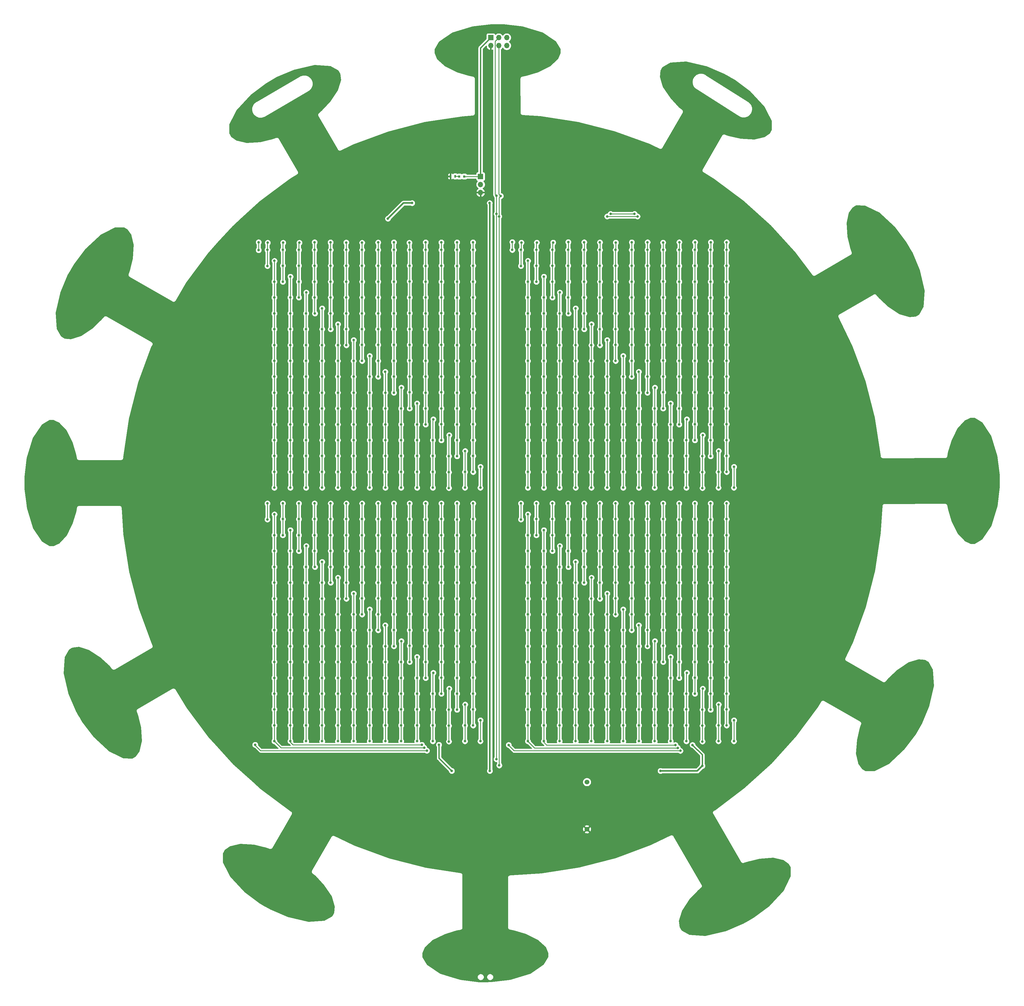
<source format=gbl>
%TF.GenerationSoftware,KiCad,Pcbnew,(5.1.9)-1*%
%TF.CreationDate,2021-07-16T12:39:05-07:00*%
%TF.ProjectId,CoronaBadge1,436f726f-6e61-4426-9164-6765312e6b69,rev?*%
%TF.SameCoordinates,Original*%
%TF.FileFunction,Copper,L2,Bot*%
%TF.FilePolarity,Positive*%
%FSLAX46Y46*%
G04 Gerber Fmt 4.6, Leading zero omitted, Abs format (unit mm)*
G04 Created by KiCad (PCBNEW (5.1.9)-1) date 2021-07-16 12:39:05*
%MOMM*%
%LPD*%
G01*
G04 APERTURE LIST*
%TA.AperFunction,ComponentPad*%
%ADD10C,1.530000*%
%TD*%
%TA.AperFunction,SMDPad,CuDef*%
%ADD11R,0.500000X0.900000*%
%TD*%
%TA.AperFunction,ComponentPad*%
%ADD12R,1.700000X1.700000*%
%TD*%
%TA.AperFunction,ComponentPad*%
%ADD13O,1.700000X1.700000*%
%TD*%
%TA.AperFunction,SMDPad,CuDef*%
%ADD14R,0.800000X0.800000*%
%TD*%
%TA.AperFunction,ViaPad*%
%ADD15C,0.800000*%
%TD*%
%TA.AperFunction,Conductor*%
%ADD16C,0.381000*%
%TD*%
%TA.AperFunction,Conductor*%
%ADD17C,0.508000*%
%TD*%
%TA.AperFunction,Conductor*%
%ADD18C,0.250000*%
%TD*%
%TA.AperFunction,Conductor*%
%ADD19C,0.254000*%
%TD*%
%TA.AperFunction,Conductor*%
%ADD20C,0.100000*%
%TD*%
G04 APERTURE END LIST*
D10*
X220380000Y-278805000D03*
X220380000Y-293795000D03*
D11*
X178500000Y-86200000D03*
X177000000Y-86200000D03*
D12*
X186550000Y-86260000D03*
D13*
X186550000Y-88800000D03*
X186550000Y-91340000D03*
D12*
X189800000Y-42100000D03*
D13*
X189800000Y-44640000D03*
X192340000Y-42100000D03*
X192340000Y-44640000D03*
X194880000Y-42100000D03*
X194880000Y-44640000D03*
D14*
X181400000Y-86250000D03*
X179800000Y-86250000D03*
D15*
X151250000Y-99100000D03*
X156450000Y-100950000D03*
X237100000Y-100900000D03*
X156311990Y-98454275D03*
X170750000Y-268050000D03*
X172650000Y-276600000D03*
X171550000Y-276850000D03*
X251350000Y-268100000D03*
X253250000Y-276650000D03*
X252150000Y-276900000D03*
X229560573Y-100160573D03*
X156400002Y-95600000D03*
X238900000Y-93900000D03*
X200300000Y-90650000D03*
X201000000Y-88300000D03*
X231900000Y-279350000D03*
X237250000Y-278250000D03*
X237300000Y-280450000D03*
X231821889Y-281421372D03*
X91400000Y-183200000D03*
X286300000Y-183100000D03*
X298800000Y-170400000D03*
X311600000Y-183100000D03*
X299000000Y-195800000D03*
X173350000Y-266950000D03*
X253950000Y-267000000D03*
X257049998Y-273649989D03*
X177400000Y-275250000D03*
X243750000Y-275250000D03*
X157102500Y-99647500D03*
X164800000Y-94700000D03*
X189500000Y-275250000D03*
X189450000Y-94700000D03*
X121000000Y-119700000D03*
X121000000Y-124700000D03*
X121000000Y-129800000D03*
X121000000Y-134800000D03*
X121000000Y-139900000D03*
X121000000Y-144900000D03*
X121000000Y-149900000D03*
X121000000Y-155000000D03*
X121000000Y-160000000D03*
X121000000Y-165100000D03*
X121000000Y-170100000D03*
X121000000Y-175100000D03*
X121000000Y-180200000D03*
X121000000Y-185200000D03*
X121030629Y-113069371D03*
X116000000Y-109650000D03*
X116000000Y-107150000D03*
X131100000Y-160000000D03*
X131100000Y-149900000D03*
X131100000Y-155000000D03*
X131100000Y-134800000D03*
X131100000Y-170100000D03*
X131100000Y-180200000D03*
X131100000Y-165100000D03*
X131100000Y-144900000D03*
X131100000Y-175100000D03*
X131100000Y-129800000D03*
X131100000Y-185200000D03*
X131100000Y-139900000D03*
X131148111Y-123148111D03*
X123700000Y-114600000D03*
X123700000Y-109600000D03*
X123700000Y-119700000D03*
X123806265Y-107304990D03*
X136200000Y-160000000D03*
X136200000Y-149900000D03*
X136200000Y-155000000D03*
X136200000Y-134800000D03*
X136200000Y-170100000D03*
X136200000Y-180200000D03*
X136200000Y-165100000D03*
X136200000Y-144900000D03*
X136200000Y-175100000D03*
X136200000Y-185200000D03*
X136200000Y-139900000D03*
X136187481Y-128187481D03*
X128800000Y-114600000D03*
X128800000Y-119700000D03*
X128800000Y-109600000D03*
X128800000Y-124700000D03*
X128978102Y-107304990D03*
X114900000Y-266950000D03*
X169492500Y-268807498D03*
X121030629Y-193669371D03*
X121000000Y-265800000D03*
X121000000Y-245700000D03*
X121000000Y-225500000D03*
X121000000Y-210400000D03*
X121000000Y-240600000D03*
X121000000Y-235600000D03*
X121000000Y-200300000D03*
X121000000Y-215400000D03*
X121000000Y-230500000D03*
X121000000Y-220500000D03*
X121000000Y-260800000D03*
X121000000Y-205300000D03*
X121000000Y-250700000D03*
X121000000Y-255700000D03*
X168650000Y-267900000D03*
X264800000Y-195200000D03*
X264800000Y-220400000D03*
X264800000Y-215400000D03*
X264800000Y-245600000D03*
X264800000Y-225500000D03*
X264800000Y-255700000D03*
X264800000Y-190200000D03*
X264800000Y-240600000D03*
X264800000Y-205300000D03*
X264800000Y-230500000D03*
X264800000Y-200300000D03*
X264800000Y-250700000D03*
X264800000Y-210400000D03*
X264800000Y-235600000D03*
X264800000Y-260800000D03*
X184200000Y-260800000D03*
X184200000Y-255700000D03*
X184200000Y-215400000D03*
X184200000Y-240600000D03*
X184200000Y-230500000D03*
X184200000Y-245600000D03*
X184200000Y-225500000D03*
X184200000Y-205300000D03*
X184200000Y-250700000D03*
X184200000Y-190200000D03*
X184200000Y-220400000D03*
X184200000Y-195200000D03*
X184200000Y-200300000D03*
X184200000Y-235600000D03*
X184200000Y-210400000D03*
X143900000Y-195200000D03*
X151300000Y-235600000D03*
X151300000Y-250700000D03*
X151300000Y-265800000D03*
X143900000Y-190200000D03*
X151300000Y-255700000D03*
X143900000Y-205300000D03*
X143900000Y-210400000D03*
X143900000Y-215400000D03*
X151300000Y-245700000D03*
X143900000Y-200300000D03*
X151300000Y-260800000D03*
X151300000Y-230500000D03*
X151300000Y-240600000D03*
X151305591Y-223905591D03*
X143900000Y-220500000D03*
X250092500Y-268857498D03*
X195500000Y-267000000D03*
X191624999Y-271525001D03*
X235500000Y-98150000D03*
X227900000Y-98150000D03*
X191650000Y-98150000D03*
X191650000Y-92400000D03*
X236450000Y-98950000D03*
X226800000Y-98950000D03*
X192450000Y-98950000D03*
X192949998Y-92450000D03*
X192499998Y-273500000D03*
X199400000Y-109600000D03*
X199400000Y-114700000D03*
X206708741Y-118108741D03*
X206700000Y-165100000D03*
X206700000Y-129800000D03*
X206700000Y-134800000D03*
X206700000Y-175100000D03*
X206700000Y-155000000D03*
X206700000Y-170100000D03*
X206700000Y-180200000D03*
X206700000Y-185200000D03*
X206700000Y-149900000D03*
X206700000Y-124700000D03*
X206700000Y-144900000D03*
X206700000Y-139900000D03*
X206700000Y-160000000D03*
X199540311Y-107254990D03*
X141200000Y-160000000D03*
X141200000Y-149900000D03*
X141200000Y-155000000D03*
X141200000Y-170100000D03*
X141200000Y-180200000D03*
X141200000Y-165100000D03*
X141200000Y-144900000D03*
X141200000Y-175100000D03*
X141200000Y-185200000D03*
X141200000Y-139900000D03*
X141226851Y-133226851D03*
X133800000Y-114600000D03*
X133800000Y-119700000D03*
X133800000Y-124700000D03*
X133800000Y-109600000D03*
X133900000Y-129800000D03*
X133800000Y-107150000D03*
X146200000Y-160000000D03*
X146200000Y-149900000D03*
X146200000Y-155000000D03*
X146200000Y-170100000D03*
X146200000Y-180200000D03*
X146200000Y-165100000D03*
X146200000Y-144900000D03*
X146200000Y-175100000D03*
X146200000Y-185200000D03*
X146233779Y-138266221D03*
X138900000Y-114600000D03*
X138900000Y-129800000D03*
X138900000Y-119700000D03*
X138900000Y-124700000D03*
X138900000Y-109600000D03*
X138900000Y-134800000D03*
X138850000Y-107200000D03*
X151300000Y-160000000D03*
X151300000Y-149900000D03*
X151300000Y-155000000D03*
X151300000Y-170100000D03*
X151300000Y-180200000D03*
X151300000Y-165100000D03*
X151300000Y-175100000D03*
X151300000Y-185200000D03*
X151305591Y-143305591D03*
X143900000Y-114600000D03*
X143900000Y-129800000D03*
X143900000Y-119700000D03*
X143900000Y-134800000D03*
X143900000Y-124700000D03*
X143900000Y-109600000D03*
X143900000Y-139900000D03*
X143850000Y-107250000D03*
X156300000Y-160000000D03*
X156300000Y-155000000D03*
X156300000Y-170100000D03*
X156300000Y-180200000D03*
X156300000Y-165100000D03*
X156300000Y-175100000D03*
X156300000Y-185200000D03*
X156255039Y-148344961D03*
X148900000Y-114600000D03*
X148900000Y-139800000D03*
X148900000Y-129800000D03*
X148900000Y-119700000D03*
X148900000Y-134800000D03*
X148900000Y-124700000D03*
X148900000Y-109600000D03*
X148899998Y-144900000D03*
X148900000Y-107304990D03*
X161300000Y-160000000D03*
X161300000Y-170100000D03*
X161300000Y-180200000D03*
X161300000Y-165100000D03*
X161300000Y-175100000D03*
X161300000Y-185200000D03*
X161384331Y-153384331D03*
X154000000Y-114600000D03*
X154000000Y-144900000D03*
X154000000Y-139800000D03*
X154000000Y-129800000D03*
X154000000Y-119700000D03*
X154000000Y-134800000D03*
X154000000Y-124700000D03*
X154000000Y-109600000D03*
X154000000Y-149900000D03*
X154000000Y-107225010D03*
X166400000Y-170100000D03*
X166400000Y-180200000D03*
X166400000Y-165100000D03*
X166400000Y-175100000D03*
X166400000Y-185200000D03*
X166376299Y-158423701D03*
X159000000Y-139800000D03*
X159000000Y-119700000D03*
X159000000Y-144900000D03*
X159000000Y-149900000D03*
X159000000Y-114600000D03*
X159000000Y-129800000D03*
X159000000Y-109600000D03*
X159000000Y-155000000D03*
X159000000Y-134800000D03*
X159000000Y-124700000D03*
X159000000Y-107200000D03*
X171400000Y-170100000D03*
X171400000Y-180200000D03*
X171400000Y-175100000D03*
X171400000Y-185200000D03*
X171536929Y-163463071D03*
X164000000Y-144800000D03*
X164000000Y-124700000D03*
X164000000Y-149900000D03*
X164000000Y-154900000D03*
X164000000Y-119600000D03*
X164000000Y-109600000D03*
X164000000Y-134800000D03*
X164000000Y-114600000D03*
X164000000Y-160000000D03*
X164000000Y-139800000D03*
X164000000Y-129700000D03*
X163929643Y-107304990D03*
X176500000Y-180300000D03*
X176500000Y-175200000D03*
X176500000Y-185300000D03*
X176597559Y-168502441D03*
X169100000Y-149900000D03*
X169100000Y-129800000D03*
X169100000Y-155000000D03*
X169100000Y-160000000D03*
X169100000Y-124700000D03*
X169100000Y-114700000D03*
X169100000Y-139900000D03*
X169100000Y-119700000D03*
X169100000Y-165100000D03*
X169100000Y-109600000D03*
X169100000Y-144900000D03*
X169100000Y-134800000D03*
X169100000Y-107200000D03*
X181600000Y-180200000D03*
X181600000Y-185200000D03*
X181658188Y-173541812D03*
X174100000Y-154900000D03*
X174100000Y-134800000D03*
X174100000Y-160000000D03*
X174100000Y-165000000D03*
X174100000Y-129700000D03*
X174100000Y-119700000D03*
X174100000Y-144900000D03*
X174100000Y-109600000D03*
X174100000Y-124700000D03*
X174100000Y-170100000D03*
X174100000Y-114600000D03*
X174100000Y-149900000D03*
X174100000Y-139800000D03*
X174100000Y-107200000D03*
X186500000Y-185200000D03*
X186518818Y-178581182D03*
X179100000Y-109600000D03*
X179100000Y-160000000D03*
X179100000Y-139900000D03*
X179100000Y-165100000D03*
X179100000Y-170100000D03*
X179100000Y-134800000D03*
X179100000Y-124800000D03*
X179100000Y-150000000D03*
X179100000Y-114700000D03*
X179100000Y-129800000D03*
X179100000Y-175200000D03*
X179100000Y-119700000D03*
X179100000Y-155000000D03*
X179100000Y-144900000D03*
X179100000Y-107200000D03*
X184200000Y-149900000D03*
X184200000Y-139800000D03*
X184200000Y-144900000D03*
X184200000Y-114600000D03*
X184200000Y-124700000D03*
X184200000Y-160000000D03*
X184200000Y-170100000D03*
X184200000Y-155000000D03*
X184200000Y-134800000D03*
X184200000Y-109600000D03*
X184200000Y-165000000D03*
X184200000Y-119700000D03*
X184200000Y-175100000D03*
X184200000Y-129800000D03*
X184200000Y-180200000D03*
X184150000Y-107200000D03*
X126108741Y-198708741D03*
X126100000Y-210400000D03*
X118800000Y-195300000D03*
X118800000Y-190200000D03*
X126100000Y-245700000D03*
X126100000Y-260800000D03*
X126100000Y-235600000D03*
X126100000Y-265800000D03*
X126100000Y-220500000D03*
X126100000Y-205300000D03*
X126100000Y-230500000D03*
X126100000Y-215400000D03*
X126100000Y-225500000D03*
X126100000Y-255700000D03*
X126100000Y-250700000D03*
X126100000Y-240600000D03*
X167900000Y-266950002D03*
X123700000Y-200300000D03*
X123700000Y-190200000D03*
X123700000Y-195200000D03*
X131148111Y-203748111D03*
X131100000Y-230500000D03*
X131100000Y-255700000D03*
X131100000Y-265800000D03*
X131100000Y-235600000D03*
X131100000Y-245700000D03*
X131100000Y-225500000D03*
X131100000Y-260800000D03*
X131100000Y-215400000D03*
X131100000Y-250700000D03*
X131100000Y-240600000D03*
X131100000Y-210400000D03*
X131100000Y-220500000D03*
X136200000Y-220500000D03*
X136200000Y-265800000D03*
X136200000Y-240600000D03*
X136200000Y-215400000D03*
X136200000Y-255700000D03*
X136200000Y-245700000D03*
X136200000Y-230500000D03*
X136200000Y-235600000D03*
X128800000Y-205300000D03*
X136200000Y-260800000D03*
X136200000Y-225500000D03*
X136200000Y-250700000D03*
X136187481Y-208787481D03*
X128800000Y-200300000D03*
X128800000Y-195200000D03*
X128800000Y-190200000D03*
X133800000Y-205300000D03*
X133800000Y-195200000D03*
X133800000Y-190200000D03*
X133800000Y-200300000D03*
X141226851Y-213826851D03*
X133900000Y-210400000D03*
X141200000Y-230500000D03*
X141200000Y-265800000D03*
X141200000Y-220500000D03*
X141200000Y-225500000D03*
X141200000Y-235600000D03*
X141200000Y-255700000D03*
X141200000Y-250700000D03*
X141200000Y-245700000D03*
X141200000Y-240600000D03*
X141200000Y-260800000D03*
X146200000Y-255700000D03*
X138900000Y-210400000D03*
X138900000Y-200300000D03*
X146200000Y-235600000D03*
X138900000Y-190200000D03*
X146200000Y-265800000D03*
X138900000Y-195200000D03*
X146200000Y-230500000D03*
X146233779Y-218866221D03*
X138900000Y-215400000D03*
X138900000Y-205300000D03*
X146200000Y-250700000D03*
X146200000Y-245700000D03*
X146200000Y-240600000D03*
X146200000Y-225500000D03*
X146200000Y-260800000D03*
X249250000Y-267950000D03*
X201630629Y-193669371D03*
X201600000Y-260800000D03*
X201600000Y-200300000D03*
X201600000Y-230500000D03*
X201600000Y-265800000D03*
X201600000Y-210400000D03*
X201600000Y-245700000D03*
X201600000Y-240600000D03*
X201600000Y-250700000D03*
X201600000Y-255700000D03*
X201600000Y-225500000D03*
X201600000Y-205300000D03*
X201600000Y-215400000D03*
X201600000Y-235600000D03*
X201600000Y-220500000D03*
X199400000Y-190200000D03*
X199400000Y-195300000D03*
X206708741Y-198708741D03*
X206700000Y-210400000D03*
X206700000Y-245700000D03*
X206700000Y-215400000D03*
X206700000Y-225500000D03*
X206700000Y-235600000D03*
X206700000Y-265800000D03*
X206700000Y-220500000D03*
X206700000Y-230500000D03*
X206700000Y-205300000D03*
X206700000Y-250700000D03*
X206700000Y-240600000D03*
X206700000Y-260800000D03*
X206700000Y-255700000D03*
X248500000Y-267000002D03*
X204300000Y-195200000D03*
X204300000Y-190200000D03*
X204300000Y-200300000D03*
X211748111Y-203748111D03*
X211700000Y-225500000D03*
X211700000Y-245700000D03*
X211700000Y-265800000D03*
X211700000Y-210400000D03*
X211700000Y-220500000D03*
X211700000Y-260800000D03*
X211700000Y-230500000D03*
X211700000Y-255700000D03*
X211700000Y-240600000D03*
X211700000Y-215400000D03*
X211700000Y-235600000D03*
X211700000Y-250700000D03*
X209400000Y-200300000D03*
X209400000Y-195200000D03*
X209400000Y-190200000D03*
X216800000Y-230500000D03*
X216800000Y-220500000D03*
X216800000Y-245700000D03*
X216800000Y-265800000D03*
X216800000Y-240600000D03*
X216800000Y-215400000D03*
X216800000Y-255700000D03*
X216800000Y-260800000D03*
X216800000Y-235600000D03*
X216800000Y-250700000D03*
X216800000Y-225500000D03*
X216787481Y-208787481D03*
X209400000Y-205300000D03*
X214400000Y-190200000D03*
X214400000Y-195200000D03*
X214400000Y-200300000D03*
X214400000Y-205300000D03*
X221826851Y-213826851D03*
X214500000Y-210400000D03*
X221800000Y-265800000D03*
X221800000Y-245700000D03*
X221800000Y-220500000D03*
X221800000Y-225500000D03*
X221800000Y-240600000D03*
X221800000Y-260800000D03*
X221800000Y-235600000D03*
X221800000Y-230500000D03*
X221800000Y-250700000D03*
X221800000Y-255700000D03*
X226800000Y-240600000D03*
X226800000Y-245700000D03*
X226800000Y-225500000D03*
X226800000Y-260800000D03*
X226800000Y-250700000D03*
X226800000Y-255700000D03*
X226800000Y-235600000D03*
X226800000Y-230500000D03*
X226800000Y-265800000D03*
X219500000Y-195200000D03*
X219500000Y-190200000D03*
X219500000Y-210400000D03*
X219500000Y-200300000D03*
X219500000Y-205300000D03*
X226833779Y-218866221D03*
X219500000Y-215400000D03*
X148900000Y-190200000D03*
X148900000Y-220400000D03*
X156255039Y-228944961D03*
X148899998Y-225500000D03*
X148900000Y-205300000D03*
X148900000Y-200300000D03*
X148900000Y-215400000D03*
X148900000Y-210400000D03*
X148900000Y-195200000D03*
X156300000Y-250700000D03*
X156300000Y-235600000D03*
X156300000Y-265800000D03*
X156300000Y-245700000D03*
X156300000Y-240600000D03*
X156300000Y-260800000D03*
X156300000Y-255700000D03*
X154000000Y-200300000D03*
X154000000Y-225500000D03*
X154000000Y-210400000D03*
X154000000Y-215400000D03*
X161384331Y-233984331D03*
X154000000Y-190200000D03*
X154000000Y-205300000D03*
X154000000Y-195200000D03*
X154000000Y-220400000D03*
X154000000Y-230500000D03*
X161300000Y-250700000D03*
X161300000Y-260800000D03*
X161300000Y-265800000D03*
X161300000Y-245700000D03*
X161300000Y-240600000D03*
X161300000Y-255700000D03*
X166376299Y-239023701D03*
X159000000Y-195200000D03*
X159000000Y-230500000D03*
X159000000Y-210400000D03*
X166400000Y-245700000D03*
X159000000Y-215400000D03*
X166400000Y-265800000D03*
X166400000Y-260800000D03*
X159000000Y-200300000D03*
X159000000Y-205300000D03*
X159000000Y-220400000D03*
X159000000Y-235600000D03*
X159000000Y-190200000D03*
X159000000Y-225500000D03*
X166400000Y-250700000D03*
X166400000Y-255700000D03*
X171536929Y-244063071D03*
X164000000Y-210300000D03*
X171400000Y-265800000D03*
X171400000Y-255700000D03*
X164000000Y-220400000D03*
X164000000Y-215400000D03*
X164000000Y-225400000D03*
X164000000Y-240600000D03*
X164000000Y-195200000D03*
X164000000Y-200200000D03*
X164000000Y-235500000D03*
X164000000Y-230500000D03*
X164000000Y-190200000D03*
X164000000Y-205300000D03*
X171400000Y-250700000D03*
X171400000Y-260800000D03*
X169100000Y-230500000D03*
X169100000Y-210400000D03*
X169100000Y-195300000D03*
X169100000Y-245700000D03*
X169100000Y-190200000D03*
X169100000Y-200300000D03*
X169100000Y-240600000D03*
X169100000Y-205300000D03*
X169100000Y-215400000D03*
X176597559Y-249102441D03*
X169100000Y-220500000D03*
X169100000Y-225500000D03*
X169100000Y-235600000D03*
X176500000Y-255800000D03*
X176500000Y-265900000D03*
X176500000Y-260900000D03*
X174100000Y-210300000D03*
X174100000Y-225500000D03*
X174100000Y-245600000D03*
X174100000Y-200300000D03*
X174100000Y-240600000D03*
X174100000Y-250700000D03*
X174100000Y-230500000D03*
X174100000Y-220400000D03*
X174100000Y-205300000D03*
X181658188Y-254141812D03*
X174100000Y-235500000D03*
X174100000Y-215400000D03*
X174100000Y-190200000D03*
X174100000Y-195200000D03*
X181600000Y-265800000D03*
X181600000Y-260800000D03*
X186518818Y-259181182D03*
X179100000Y-250700000D03*
X179100000Y-225500000D03*
X179100000Y-235600000D03*
X179100000Y-210400000D03*
X179100000Y-205400000D03*
X186500000Y-265800000D03*
X179100000Y-220500000D03*
X179100000Y-240600000D03*
X179100000Y-230600000D03*
X179100000Y-200300000D03*
X179100000Y-255800000D03*
X179100000Y-245700000D03*
X179100000Y-195300000D03*
X179100000Y-215400000D03*
X179100000Y-190200000D03*
X196650000Y-107100000D03*
X196650000Y-109600000D03*
X201630629Y-113069371D03*
X201600000Y-144900000D03*
X201600000Y-119700000D03*
X201600000Y-165100000D03*
X201600000Y-160000000D03*
X201600000Y-124700000D03*
X201600000Y-149900000D03*
X201600000Y-170100000D03*
X201600000Y-175100000D03*
X201600000Y-180200000D03*
X201600000Y-185200000D03*
X201600000Y-155000000D03*
X201600000Y-139900000D03*
X201600000Y-129800000D03*
X201600000Y-134800000D03*
X204456265Y-107254990D03*
X204300000Y-114600000D03*
X204300000Y-109600000D03*
X204300000Y-119700000D03*
X211748111Y-123148111D03*
X211700000Y-144900000D03*
X211700000Y-165100000D03*
X211700000Y-185200000D03*
X211700000Y-129800000D03*
X211700000Y-139900000D03*
X211700000Y-160000000D03*
X211700000Y-149900000D03*
X211700000Y-180200000D03*
X211700000Y-134800000D03*
X211700000Y-155000000D03*
X211700000Y-175100000D03*
X211700000Y-170100000D03*
X209628102Y-107254990D03*
X209400000Y-119700000D03*
X209400000Y-114600000D03*
X209400000Y-109600000D03*
X216800000Y-149900000D03*
X216800000Y-139900000D03*
X216800000Y-165100000D03*
X216800000Y-175100000D03*
X216800000Y-185200000D03*
X216800000Y-170100000D03*
X216800000Y-160000000D03*
X216800000Y-180200000D03*
X216800000Y-155000000D03*
X216800000Y-134800000D03*
X216800000Y-144900000D03*
X209400000Y-124700000D03*
X216787481Y-128187481D03*
X214400000Y-109600000D03*
X214400000Y-119700000D03*
X214400000Y-124700000D03*
X214400000Y-114600000D03*
X221826851Y-133226851D03*
X214500000Y-129800000D03*
X221800000Y-144900000D03*
X221800000Y-149900000D03*
X221800000Y-175100000D03*
X221800000Y-155000000D03*
X221800000Y-170100000D03*
X221800000Y-160000000D03*
X221800000Y-180200000D03*
X221800000Y-185200000D03*
X221800000Y-165100000D03*
X221800000Y-139900000D03*
X214450000Y-107100000D03*
X226800000Y-144900000D03*
X226800000Y-180200000D03*
X226800000Y-165100000D03*
X226800000Y-175100000D03*
X226800000Y-155000000D03*
X226800000Y-149900000D03*
X226800000Y-185200000D03*
X226800000Y-160000000D03*
X226800000Y-170100000D03*
X219500000Y-114600000D03*
X219500000Y-129800000D03*
X219500000Y-119700000D03*
X219500000Y-124700000D03*
X219500000Y-109600000D03*
X226833779Y-138266221D03*
X219500000Y-134800000D03*
X219500000Y-107150000D03*
X224500000Y-124700000D03*
X224500000Y-109600000D03*
X224500000Y-114600000D03*
X224500000Y-119700000D03*
X224500000Y-129800000D03*
X224500000Y-134800000D03*
X231900000Y-180200000D03*
X231900000Y-149900000D03*
X231900000Y-155000000D03*
X231900000Y-160000000D03*
X231900000Y-185200000D03*
X231900000Y-170100000D03*
X231900000Y-175100000D03*
X231900000Y-165100000D03*
X231905591Y-143305591D03*
X224500000Y-139900000D03*
X224500000Y-107200000D03*
X236900000Y-165100000D03*
X236900000Y-180200000D03*
X236900000Y-185200000D03*
X236900000Y-175100000D03*
X236900000Y-160000000D03*
X236900000Y-170100000D03*
X236900000Y-155000000D03*
X236855039Y-148344961D03*
X229500000Y-114600000D03*
X229500000Y-134800000D03*
X229500000Y-129800000D03*
X229500000Y-109600000D03*
X229500000Y-139800000D03*
X229500000Y-124700000D03*
X229500000Y-119700000D03*
X229499998Y-144900000D03*
X229550000Y-107254990D03*
X241900000Y-165100000D03*
X241900000Y-175100000D03*
X241900000Y-185200000D03*
X241900000Y-160000000D03*
X241900000Y-170100000D03*
X241900000Y-180200000D03*
X234600000Y-139800000D03*
X234600000Y-114600000D03*
X234600000Y-124700000D03*
X234600000Y-144900000D03*
X234600000Y-109600000D03*
X234600000Y-119700000D03*
X234600000Y-134800000D03*
X234600000Y-129800000D03*
X241984331Y-153384331D03*
X234600000Y-149900000D03*
X234650000Y-107175010D03*
X239600000Y-114600000D03*
X239600000Y-149900000D03*
X239600000Y-129800000D03*
X239600000Y-109600000D03*
X239600000Y-155000000D03*
X239600000Y-134800000D03*
X239600000Y-144900000D03*
X239600000Y-119700000D03*
X239600000Y-139800000D03*
X239600000Y-124700000D03*
X247000000Y-180200000D03*
X247000000Y-185200000D03*
X247000000Y-165100000D03*
X247000000Y-170100000D03*
X247000000Y-175100000D03*
X246976299Y-158423701D03*
X239650000Y-107150000D03*
X252000000Y-180200000D03*
X252000000Y-170100000D03*
X252000000Y-185200000D03*
X252000000Y-175100000D03*
X244600000Y-114600000D03*
X244600000Y-124700000D03*
X244600000Y-144800000D03*
X244600000Y-119600000D03*
X244600000Y-160000000D03*
X244600000Y-129700000D03*
X244600000Y-139800000D03*
X244600000Y-154900000D03*
X244600000Y-149900000D03*
X244600000Y-109600000D03*
X244600000Y-134800000D03*
X252136929Y-163463071D03*
X244579643Y-107254990D03*
X249700000Y-119700000D03*
X249700000Y-160000000D03*
X249700000Y-124700000D03*
X249700000Y-165100000D03*
X249700000Y-109600000D03*
X249700000Y-129800000D03*
X257197559Y-168502441D03*
X249700000Y-155000000D03*
X249700000Y-114700000D03*
X249700000Y-144900000D03*
X249700000Y-134800000D03*
X249700000Y-149900000D03*
X249700000Y-139900000D03*
X257100000Y-185300000D03*
X257100000Y-180300000D03*
X257100000Y-175200000D03*
X249750000Y-107150000D03*
X262258188Y-173541812D03*
X254700000Y-129700000D03*
X254700000Y-144900000D03*
X254700000Y-124700000D03*
X254700000Y-160000000D03*
X254700000Y-170100000D03*
X254700000Y-114600000D03*
X254700000Y-165000000D03*
X254700000Y-139800000D03*
X254700000Y-149900000D03*
X254700000Y-154900000D03*
X254700000Y-119700000D03*
X254700000Y-109600000D03*
X254700000Y-134800000D03*
X262200000Y-185200000D03*
X262200000Y-180200000D03*
X254750000Y-107150000D03*
X267100000Y-185200000D03*
X267118818Y-178581182D03*
X259700000Y-160000000D03*
X259700000Y-165100000D03*
X259700000Y-109600000D03*
X259700000Y-144900000D03*
X259700000Y-119700000D03*
X259700000Y-150000000D03*
X259700000Y-129800000D03*
X259700000Y-155000000D03*
X259700000Y-170100000D03*
X259700000Y-124800000D03*
X259700000Y-114700000D03*
X259700000Y-175200000D03*
X259700000Y-134800000D03*
X259700000Y-139900000D03*
X259750000Y-107150000D03*
X264800000Y-134800000D03*
X264800000Y-119700000D03*
X264800000Y-129800000D03*
X264800000Y-155000000D03*
X264800000Y-114600000D03*
X264800000Y-165000000D03*
X264800000Y-139800000D03*
X264800000Y-144900000D03*
X264800000Y-170100000D03*
X264800000Y-175100000D03*
X264800000Y-124700000D03*
X264800000Y-109600000D03*
X264800000Y-160000000D03*
X264800000Y-149900000D03*
X264800000Y-180200000D03*
X264800000Y-107150000D03*
X126100000Y-160000000D03*
X126100000Y-149900000D03*
X126100000Y-155000000D03*
X126100000Y-124700000D03*
X126100000Y-134800000D03*
X126100000Y-170100000D03*
X126100000Y-180200000D03*
X126100000Y-165100000D03*
X126100000Y-144900000D03*
X126100000Y-175100000D03*
X126100000Y-129800000D03*
X126100000Y-185200000D03*
X126100000Y-139900000D03*
X126108741Y-118108741D03*
X118800000Y-114700000D03*
X118800000Y-109600000D03*
X118890311Y-107304990D03*
X224500000Y-190200000D03*
X224500000Y-205300000D03*
X231900000Y-240600000D03*
X231900000Y-245700000D03*
X231900000Y-265800000D03*
X231900000Y-250700000D03*
X231900000Y-255700000D03*
X224500000Y-195200000D03*
X224500000Y-210400000D03*
X224500000Y-200300000D03*
X224500000Y-215400000D03*
X231900000Y-260800000D03*
X231900000Y-230500000D03*
X231900000Y-235600000D03*
X231905591Y-223905591D03*
X224500000Y-220500000D03*
X236900000Y-245700000D03*
X236900000Y-260800000D03*
X236900000Y-265800000D03*
X236900000Y-255700000D03*
X236900000Y-240600000D03*
X236900000Y-250700000D03*
X236900000Y-235600000D03*
X229500000Y-220400000D03*
X229500000Y-200300000D03*
X229500000Y-210400000D03*
X229500000Y-195200000D03*
X229500000Y-205300000D03*
X236855039Y-228944961D03*
X229500000Y-190200000D03*
X229500000Y-215400000D03*
X229499998Y-225500000D03*
X241900000Y-250700000D03*
X241900000Y-265800000D03*
X241900000Y-240600000D03*
X241900000Y-260800000D03*
X241900000Y-245700000D03*
X241900000Y-255700000D03*
X234600000Y-205300000D03*
X234600000Y-225500000D03*
X234600000Y-190200000D03*
X234600000Y-200300000D03*
X234600000Y-215400000D03*
X234600000Y-210400000D03*
X234600000Y-220400000D03*
X234600000Y-195200000D03*
X241984331Y-233984331D03*
X234600000Y-230500000D03*
X239600000Y-195200000D03*
X239600000Y-230500000D03*
X239600000Y-210400000D03*
X239600000Y-200300000D03*
X247000000Y-260800000D03*
X239600000Y-235600000D03*
X239600000Y-225500000D03*
X247000000Y-245700000D03*
X239600000Y-205300000D03*
X247000000Y-250700000D03*
X239600000Y-215400000D03*
X247000000Y-255700000D03*
X239600000Y-190200000D03*
X239600000Y-220400000D03*
X247000000Y-265800000D03*
X246976299Y-239023701D03*
X252000000Y-260800000D03*
X252000000Y-250700000D03*
X244600000Y-205300000D03*
X244600000Y-230500000D03*
X244600000Y-190200000D03*
X244600000Y-215400000D03*
X244600000Y-200200000D03*
X244600000Y-210300000D03*
X252000000Y-265800000D03*
X244600000Y-240600000D03*
X252000000Y-255700000D03*
X244600000Y-220400000D03*
X244600000Y-195200000D03*
X244600000Y-235500000D03*
X244600000Y-225400000D03*
X252136929Y-244063071D03*
X249700000Y-200300000D03*
X249700000Y-240600000D03*
X249700000Y-190200000D03*
X249700000Y-210400000D03*
X249700000Y-215400000D03*
X249700000Y-245700000D03*
X249700000Y-205300000D03*
X257197559Y-249102441D03*
X249700000Y-195300000D03*
X249700000Y-230500000D03*
X249700000Y-235600000D03*
X249700000Y-225500000D03*
X249700000Y-220500000D03*
X257100000Y-255800000D03*
X257100000Y-265900000D03*
X257100000Y-260900000D03*
X262258188Y-254141812D03*
X254700000Y-220400000D03*
X254700000Y-230500000D03*
X254700000Y-240600000D03*
X254700000Y-205300000D03*
X254700000Y-210300000D03*
X254700000Y-225500000D03*
X254700000Y-250700000D03*
X254700000Y-245600000D03*
X254700000Y-195200000D03*
X254700000Y-200300000D03*
X254700000Y-215400000D03*
X254700000Y-235500000D03*
X254700000Y-190200000D03*
X262200000Y-265800000D03*
X262200000Y-260800000D03*
X267118818Y-259181182D03*
X267100000Y-265800000D03*
X259700000Y-190200000D03*
X259700000Y-225500000D03*
X259700000Y-200300000D03*
X259700000Y-240600000D03*
X259700000Y-210400000D03*
X259700000Y-235600000D03*
X259700000Y-250700000D03*
X259700000Y-195300000D03*
X259700000Y-255800000D03*
X259700000Y-215400000D03*
X259700000Y-245700000D03*
X259700000Y-230600000D03*
X259700000Y-220500000D03*
X259700000Y-205400000D03*
D16*
X253950000Y-267000000D02*
X257049998Y-270099998D01*
X257049998Y-270099998D02*
X257049998Y-273649989D01*
D17*
X255449987Y-275250000D02*
X243750000Y-275250000D01*
X257049998Y-273649989D02*
X255449987Y-275250000D01*
D16*
X173350000Y-271200000D02*
X177400000Y-275250000D01*
X173350000Y-266950000D02*
X173350000Y-271200000D01*
D17*
X157102500Y-99647500D02*
X162050000Y-94700000D01*
X162050000Y-94700000D02*
X164800000Y-94700000D01*
X189500000Y-94750000D02*
X189450000Y-94700000D01*
X189500000Y-275250000D02*
X189500000Y-94750000D01*
D18*
X186540000Y-86250000D02*
X186550000Y-86260000D01*
X181400000Y-86250000D02*
X186540000Y-86250000D01*
D16*
X186550000Y-45350000D02*
X189800000Y-42100000D01*
X186550000Y-86260000D02*
X186550000Y-45350000D01*
D18*
X121000000Y-119700000D02*
X121000000Y-124700000D01*
X121000000Y-129800000D02*
X121000000Y-124700000D01*
X121000000Y-134800000D02*
X121000000Y-129800000D01*
X121000000Y-139900000D02*
X121000000Y-134800000D01*
X121000000Y-144900000D02*
X121000000Y-139900000D01*
X121000000Y-149900000D02*
X121000000Y-144900000D01*
X121000000Y-155000000D02*
X121000000Y-149900000D01*
X121000000Y-160000000D02*
X121000000Y-155000000D01*
X121000000Y-165100000D02*
X121000000Y-160000000D01*
X121000000Y-170100000D02*
X121000000Y-165100000D01*
X121000000Y-175100000D02*
X121000000Y-170100000D01*
X121000000Y-180200000D02*
X121000000Y-175100000D01*
X121000000Y-185200000D02*
X121000000Y-180200000D01*
X121000000Y-113100000D02*
X121030629Y-113069371D01*
X121000000Y-119700000D02*
X121000000Y-113100000D01*
X116000000Y-109650000D02*
X116000000Y-107150000D01*
X131100000Y-160000000D02*
X131100000Y-155000000D01*
X131100000Y-165100000D02*
X131100000Y-160000000D01*
X131100000Y-175100000D02*
X131100000Y-170100000D01*
X131100000Y-155000000D02*
X131100000Y-149900000D01*
X131100000Y-170100000D02*
X131100000Y-165100000D01*
X131100000Y-149900000D02*
X131100000Y-144900000D01*
X131100000Y-180200000D02*
X131100000Y-175100000D01*
X131100000Y-144900000D02*
X131100000Y-139900000D01*
X131100000Y-185200000D02*
X131100000Y-180200000D01*
X131100000Y-139900000D02*
X131100000Y-134800000D01*
X131100000Y-134800000D02*
X131100000Y-129800000D01*
X131100000Y-123196222D02*
X131148111Y-123148111D01*
X131100000Y-129800000D02*
X131100000Y-123196222D01*
X123700000Y-109600000D02*
X123700000Y-114600000D01*
X123700000Y-114600000D02*
X123700000Y-119700000D01*
X123700000Y-107411255D02*
X123806265Y-107304990D01*
X123700000Y-109600000D02*
X123700000Y-107411255D01*
X136200000Y-160000000D02*
X136200000Y-155000000D01*
X136200000Y-165100000D02*
X136200000Y-160000000D01*
X136200000Y-175100000D02*
X136200000Y-170100000D01*
X136200000Y-155000000D02*
X136200000Y-149900000D01*
X136200000Y-170100000D02*
X136200000Y-165100000D01*
X136200000Y-149900000D02*
X136200000Y-144900000D01*
X136200000Y-180200000D02*
X136200000Y-175100000D01*
X136200000Y-144900000D02*
X136200000Y-139900000D01*
X136200000Y-185200000D02*
X136200000Y-180200000D01*
X136200000Y-139900000D02*
X136200000Y-134800000D01*
X136200000Y-128200000D02*
X136187481Y-128187481D01*
X136200000Y-134800000D02*
X136200000Y-128200000D01*
X128800000Y-109600000D02*
X128800000Y-114600000D01*
X128800000Y-119700000D02*
X128800000Y-114600000D01*
X128800000Y-124700000D02*
X128800000Y-119700000D01*
X128800000Y-107483092D02*
X128978102Y-107304990D01*
X128800000Y-109600000D02*
X128800000Y-107483092D01*
X116632498Y-268807498D02*
X169492500Y-268807498D01*
X114925000Y-267100000D02*
X116632498Y-268807498D01*
X114900000Y-267100000D02*
X114925000Y-267100000D01*
X121000000Y-245700000D02*
X121000000Y-240600000D01*
X121000000Y-235600000D02*
X121000000Y-230500000D01*
X121000000Y-215400000D02*
X121000000Y-210400000D01*
X121000000Y-265800000D02*
X121000000Y-260800000D01*
X121000000Y-255700000D02*
X121000000Y-250700000D01*
X121000000Y-225500000D02*
X121000000Y-220500000D01*
X121000000Y-200300000D02*
X121000000Y-193700000D01*
X121000000Y-193700000D02*
X121030629Y-193669371D01*
X121000000Y-210400000D02*
X121000000Y-205300000D01*
X121000000Y-200300000D02*
X121000000Y-205300000D01*
X121000000Y-240600000D02*
X121000000Y-235600000D01*
X121000000Y-220500000D02*
X121000000Y-215400000D01*
X121000000Y-250700000D02*
X121000000Y-245700000D01*
X121000000Y-230500000D02*
X121000000Y-225500000D01*
X121000000Y-260800000D02*
X121000000Y-255700000D01*
X123100000Y-267900000D02*
X168650000Y-267900000D01*
X121000000Y-265800000D02*
X123100000Y-267900000D01*
X264800000Y-255700000D02*
X264800000Y-260800000D01*
X264800000Y-250700000D02*
X264800000Y-245600000D01*
X264800000Y-190200000D02*
X264800000Y-195200000D01*
X264800000Y-230500000D02*
X264800000Y-225500000D01*
X264800000Y-210400000D02*
X264800000Y-205300000D01*
X264800000Y-225500000D02*
X264800000Y-220400000D01*
X264800000Y-205300000D02*
X264800000Y-200300000D01*
X264800000Y-240600000D02*
X264800000Y-235600000D01*
X264800000Y-235600000D02*
X264800000Y-230500000D01*
X264800000Y-255700000D02*
X264800000Y-250700000D01*
X264800000Y-215400000D02*
X264800000Y-210400000D01*
X264800000Y-245600000D02*
X264800000Y-240600000D01*
X264800000Y-200300000D02*
X264800000Y-195200000D01*
X264800000Y-220400000D02*
X264800000Y-215400000D01*
X184200000Y-255700000D02*
X184200000Y-260800000D01*
X184200000Y-230500000D02*
X184200000Y-225500000D01*
X184200000Y-225500000D02*
X184200000Y-220400000D01*
X184200000Y-235600000D02*
X184200000Y-230500000D01*
X184200000Y-220400000D02*
X184200000Y-215400000D01*
X184200000Y-200300000D02*
X184200000Y-195200000D01*
X184200000Y-205300000D02*
X184200000Y-200300000D01*
X184200000Y-240600000D02*
X184200000Y-235600000D01*
X184200000Y-255700000D02*
X184200000Y-250700000D01*
X184200000Y-245600000D02*
X184200000Y-240600000D01*
X184200000Y-210400000D02*
X184200000Y-205300000D01*
X184200000Y-215400000D02*
X184200000Y-210400000D01*
X184200000Y-190200000D02*
X184200000Y-195200000D01*
X184200000Y-250700000D02*
X184200000Y-245600000D01*
X143900000Y-205300000D02*
X143900000Y-200300000D01*
X143900000Y-190200000D02*
X143900000Y-195200000D01*
X143900000Y-200300000D02*
X143900000Y-195200000D01*
X143900000Y-215400000D02*
X143900000Y-220500000D01*
X151300000Y-240600000D02*
X151300000Y-235600000D01*
X151300000Y-265800000D02*
X151300000Y-260800000D01*
X151300000Y-250700000D02*
X151300000Y-245700000D01*
X151300000Y-255700000D02*
X151300000Y-250700000D01*
X151300000Y-223911182D02*
X151305591Y-223905591D01*
X151300000Y-235600000D02*
X151300000Y-230500000D01*
X151300000Y-260800000D02*
X151300000Y-255700000D01*
X151300000Y-245700000D02*
X151300000Y-240600000D01*
X151300000Y-230500000D02*
X151300000Y-223911182D01*
X143900000Y-210400000D02*
X143900000Y-205300000D01*
X143900000Y-215400000D02*
X143900000Y-210400000D01*
X197232498Y-268857498D02*
X250092500Y-268857498D01*
X195525000Y-267150000D02*
X197232498Y-268857498D01*
X195500000Y-267150000D02*
X195525000Y-267150000D01*
X179750000Y-86200000D02*
X179800000Y-86250000D01*
X178500000Y-86200000D02*
X179750000Y-86200000D01*
X235500000Y-98150000D02*
X227900000Y-98150000D01*
X191624999Y-98175001D02*
X191650000Y-98150000D01*
X191624999Y-271525001D02*
X191624999Y-98175001D01*
X191650000Y-98150000D02*
X191650000Y-92400000D01*
X191174999Y-91924999D02*
X191174999Y-59485001D01*
X191650000Y-92400000D02*
X191174999Y-91924999D01*
X191164999Y-43275001D02*
X192340000Y-42100000D01*
X191164999Y-59475001D02*
X191164999Y-43275001D01*
X191174999Y-59485001D02*
X191164999Y-59475001D01*
X236450000Y-98950000D02*
X226800000Y-98950000D01*
X192450000Y-98950000D02*
X192450000Y-92949998D01*
X192450000Y-92949998D02*
X192949998Y-92450000D01*
X192350000Y-44650000D02*
X192340000Y-44640000D01*
X192350000Y-91850002D02*
X192350000Y-44650000D01*
X192949998Y-92450000D02*
X192350000Y-91850002D01*
X192450000Y-98950000D02*
X192450000Y-273450002D01*
X192450000Y-273450002D02*
X192499998Y-273500000D01*
X206700000Y-165100000D02*
X206700000Y-160000000D01*
X206700000Y-160000000D02*
X206700000Y-155000000D01*
X206700000Y-170100000D02*
X206700000Y-165100000D01*
X206700000Y-175100000D02*
X206700000Y-170100000D01*
X206700000Y-134800000D02*
X206700000Y-129800000D01*
X206700000Y-149900000D02*
X206700000Y-144900000D01*
X206700000Y-180200000D02*
X206700000Y-175100000D01*
X206700000Y-144900000D02*
X206700000Y-139900000D01*
X206700000Y-155000000D02*
X206700000Y-149900000D01*
X206700000Y-139900000D02*
X206700000Y-134800000D01*
X206700000Y-185200000D02*
X206700000Y-180200000D01*
X206700000Y-129800000D02*
X206700000Y-124700000D01*
X199400000Y-114700000D02*
X199400000Y-109600000D01*
X206700000Y-124700000D02*
X206700000Y-118117482D01*
X206700000Y-118117482D02*
X206708741Y-118108741D01*
X199450000Y-109500000D02*
X199450000Y-107345301D01*
X141200000Y-160000000D02*
X141200000Y-155000000D01*
X141200000Y-165100000D02*
X141200000Y-160000000D01*
X141200000Y-175100000D02*
X141200000Y-170100000D01*
X141200000Y-155000000D02*
X141200000Y-149900000D01*
X141200000Y-170100000D02*
X141200000Y-165100000D01*
X141200000Y-149900000D02*
X141200000Y-144900000D01*
X141200000Y-180200000D02*
X141200000Y-175100000D01*
X141200000Y-144900000D02*
X141200000Y-139900000D01*
X141200000Y-185200000D02*
X141200000Y-180200000D01*
X141200000Y-133253702D02*
X141226851Y-133226851D01*
X141200000Y-139900000D02*
X141200000Y-133253702D01*
X133800000Y-109600000D02*
X133800000Y-114600000D01*
X133800000Y-119700000D02*
X133800000Y-114600000D01*
X133800000Y-124700000D02*
X133800000Y-119700000D01*
X133800000Y-129700000D02*
X133900000Y-129800000D01*
X133800000Y-124700000D02*
X133800000Y-129700000D01*
X133800000Y-109600000D02*
X133800000Y-107150000D01*
X146200000Y-160000000D02*
X146200000Y-155000000D01*
X146200000Y-165100000D02*
X146200000Y-160000000D01*
X146200000Y-175100000D02*
X146200000Y-170100000D01*
X146200000Y-155000000D02*
X146200000Y-149900000D01*
X146200000Y-170100000D02*
X146200000Y-165100000D01*
X146200000Y-149900000D02*
X146200000Y-144900000D01*
X146200000Y-180200000D02*
X146200000Y-175100000D01*
X146200000Y-185200000D02*
X146200000Y-180200000D01*
X146200000Y-138300000D02*
X146233779Y-138266221D01*
X146200000Y-144900000D02*
X146200000Y-138300000D01*
X138900000Y-109600000D02*
X138900000Y-114600000D01*
X138900000Y-119700000D02*
X138900000Y-114600000D01*
X138900000Y-124700000D02*
X138900000Y-119700000D01*
X138900000Y-129800000D02*
X138900000Y-124700000D01*
X138900000Y-134800000D02*
X138900000Y-129800000D01*
X138900000Y-107250000D02*
X138850000Y-107200000D01*
X138900000Y-109600000D02*
X138900000Y-107250000D01*
X151300000Y-160000000D02*
X151300000Y-155000000D01*
X151300000Y-165100000D02*
X151300000Y-160000000D01*
X151300000Y-175100000D02*
X151300000Y-170100000D01*
X151300000Y-155000000D02*
X151300000Y-149900000D01*
X151300000Y-170100000D02*
X151300000Y-165100000D01*
X151300000Y-180200000D02*
X151300000Y-175100000D01*
X151300000Y-185200000D02*
X151300000Y-180200000D01*
X151300000Y-143311182D02*
X151305591Y-143305591D01*
X151300000Y-149900000D02*
X151300000Y-143311182D01*
X143900000Y-109600000D02*
X143900000Y-114600000D01*
X143900000Y-119700000D02*
X143900000Y-114600000D01*
X143900000Y-124700000D02*
X143900000Y-119700000D01*
X143900000Y-129800000D02*
X143900000Y-124700000D01*
X143900000Y-134800000D02*
X143900000Y-129800000D01*
X143900000Y-134800000D02*
X143900000Y-139900000D01*
X143900000Y-107300000D02*
X143850000Y-107250000D01*
X143900000Y-109600000D02*
X143900000Y-107300000D01*
X156300000Y-160000000D02*
X156300000Y-155000000D01*
X156300000Y-165100000D02*
X156300000Y-160000000D01*
X156300000Y-175100000D02*
X156300000Y-170100000D01*
X156300000Y-170100000D02*
X156300000Y-165100000D01*
X156300000Y-180200000D02*
X156300000Y-175100000D01*
X156300000Y-185200000D02*
X156300000Y-180200000D01*
X156300000Y-148389922D02*
X156255039Y-148344961D01*
X156300000Y-155000000D02*
X156300000Y-148389922D01*
X148900000Y-109600000D02*
X148900000Y-114600000D01*
X148900000Y-119700000D02*
X148900000Y-114600000D01*
X148900000Y-139800000D02*
X148900000Y-134800000D01*
X148900000Y-124700000D02*
X148900000Y-119700000D01*
X148900000Y-129800000D02*
X148900000Y-124700000D01*
X148900000Y-134800000D02*
X148900000Y-129800000D01*
X148900000Y-139800000D02*
X148900000Y-144899998D01*
X148900000Y-144899998D02*
X148899998Y-144900000D01*
X148900000Y-109600000D02*
X148900000Y-107304990D01*
X161300000Y-165100000D02*
X161300000Y-160000000D01*
X161300000Y-175100000D02*
X161300000Y-170100000D01*
X161300000Y-170100000D02*
X161300000Y-165100000D01*
X161300000Y-180200000D02*
X161300000Y-175100000D01*
X161300000Y-185200000D02*
X161300000Y-180200000D01*
X161300000Y-153468662D02*
X161384331Y-153384331D01*
X161300000Y-160000000D02*
X161300000Y-153468662D01*
X154000000Y-109600000D02*
X154000000Y-114600000D01*
X154000000Y-119700000D02*
X154000000Y-114600000D01*
X154000000Y-139800000D02*
X154000000Y-134800000D01*
X154000000Y-124700000D02*
X154000000Y-119700000D01*
X154000000Y-144900000D02*
X154000000Y-139800000D01*
X154000000Y-129800000D02*
X154000000Y-124700000D01*
X154000000Y-134800000D02*
X154000000Y-129800000D01*
X154000000Y-144900000D02*
X154000000Y-149900000D01*
X154000000Y-109600000D02*
X154000000Y-107225010D01*
X166400000Y-175100000D02*
X166400000Y-170100000D01*
X166400000Y-170100000D02*
X166400000Y-165100000D01*
X166400000Y-180200000D02*
X166400000Y-175100000D01*
X166400000Y-185200000D02*
X166400000Y-180200000D01*
X166400000Y-158447402D02*
X166376299Y-158423701D01*
X166400000Y-165100000D02*
X166400000Y-158447402D01*
X159000000Y-149900000D02*
X159000000Y-144900000D01*
X159000000Y-139800000D02*
X159000000Y-134800000D01*
X159000000Y-134800000D02*
X159000000Y-129800000D01*
X159000000Y-149900000D02*
X159000000Y-155000000D01*
X159000000Y-114600000D02*
X159000000Y-109600000D01*
X159000000Y-119700000D02*
X159000000Y-114600000D01*
X159000000Y-144900000D02*
X159000000Y-139800000D01*
X159000000Y-124700000D02*
X159000000Y-119700000D01*
X159000000Y-129800000D02*
X159000000Y-124700000D01*
X159000000Y-109600000D02*
X159000000Y-107200000D01*
X171400000Y-175100000D02*
X171400000Y-170100000D01*
X171400000Y-180200000D02*
X171400000Y-175100000D01*
X171400000Y-185200000D02*
X171400000Y-180200000D01*
X171400000Y-163600000D02*
X171536929Y-163463071D01*
X171400000Y-170100000D02*
X171400000Y-163600000D01*
X164000000Y-154900000D02*
X164000000Y-149900000D01*
X164000000Y-144800000D02*
X164000000Y-139800000D01*
X164000000Y-139800000D02*
X164000000Y-134800000D01*
X164000000Y-154900000D02*
X164000000Y-160000000D01*
X164000000Y-119600000D02*
X164000000Y-114600000D01*
X164000000Y-124700000D02*
X164000000Y-119600000D01*
X164000000Y-149900000D02*
X164000000Y-144800000D01*
X164000000Y-129700000D02*
X164000000Y-124700000D01*
X164000000Y-134800000D02*
X164000000Y-129700000D01*
X164000000Y-114600000D02*
X164000000Y-109600000D01*
X164000000Y-107375347D02*
X163929643Y-107304990D01*
X164000000Y-109600000D02*
X164000000Y-107375347D01*
X176500000Y-180300000D02*
X176500000Y-175200000D01*
X176500000Y-185300000D02*
X176500000Y-180300000D01*
X176500000Y-168600000D02*
X176597559Y-168502441D01*
X176500000Y-175200000D02*
X176500000Y-168600000D01*
X169100000Y-160000000D02*
X169100000Y-155000000D01*
X169100000Y-149900000D02*
X169100000Y-144900000D01*
X169100000Y-144900000D02*
X169100000Y-139900000D01*
X169100000Y-160000000D02*
X169100000Y-165100000D01*
X169100000Y-124700000D02*
X169100000Y-119700000D01*
X169100000Y-129800000D02*
X169100000Y-124700000D01*
X169100000Y-155000000D02*
X169100000Y-149900000D01*
X169100000Y-114700000D02*
X169100000Y-109600000D01*
X169100000Y-134800000D02*
X169100000Y-129800000D01*
X169100000Y-139900000D02*
X169100000Y-134800000D01*
X169100000Y-119700000D02*
X169100000Y-114700000D01*
X169100000Y-109600000D02*
X169100000Y-107200000D01*
X181600000Y-185200000D02*
X181600000Y-180200000D01*
X181600000Y-173600000D02*
X181658188Y-173541812D01*
X181600000Y-180200000D02*
X181600000Y-173600000D01*
X174100000Y-165000000D02*
X174100000Y-160000000D01*
X174100000Y-154900000D02*
X174100000Y-149900000D01*
X174100000Y-149900000D02*
X174100000Y-144900000D01*
X174100000Y-165000000D02*
X174100000Y-170100000D01*
X174100000Y-129700000D02*
X174100000Y-124700000D01*
X174100000Y-114600000D02*
X174100000Y-109600000D01*
X174100000Y-134800000D02*
X174100000Y-129700000D01*
X174100000Y-160000000D02*
X174100000Y-154900000D01*
X174100000Y-119700000D02*
X174100000Y-114600000D01*
X174100000Y-139800000D02*
X174100000Y-134800000D01*
X174100000Y-144900000D02*
X174100000Y-139800000D01*
X174100000Y-124700000D02*
X174100000Y-119700000D01*
X174100000Y-109600000D02*
X174100000Y-107200000D01*
X186500000Y-178600000D02*
X186518818Y-178581182D01*
X186500000Y-185200000D02*
X186500000Y-178600000D01*
X179100000Y-114700000D02*
X179100000Y-109600000D01*
X179100000Y-170100000D02*
X179100000Y-165100000D01*
X179100000Y-160000000D02*
X179100000Y-155000000D01*
X179100000Y-155000000D02*
X179100000Y-150000000D01*
X179100000Y-170100000D02*
X179100000Y-175200000D01*
X179100000Y-134800000D02*
X179100000Y-129800000D01*
X179100000Y-119700000D02*
X179100000Y-114700000D01*
X179100000Y-139900000D02*
X179100000Y-134800000D01*
X179100000Y-165100000D02*
X179100000Y-160000000D01*
X179100000Y-124800000D02*
X179100000Y-119700000D01*
X179100000Y-144900000D02*
X179100000Y-139900000D01*
X179100000Y-150000000D02*
X179100000Y-144900000D01*
X179100000Y-129800000D02*
X179100000Y-124800000D01*
X179100000Y-109600000D02*
X179100000Y-107200000D01*
X184200000Y-149900000D02*
X184200000Y-144900000D01*
X184200000Y-155000000D02*
X184200000Y-149900000D01*
X184200000Y-165000000D02*
X184200000Y-160000000D01*
X184200000Y-109600000D02*
X184200000Y-114600000D01*
X184200000Y-144900000D02*
X184200000Y-139800000D01*
X184200000Y-160000000D02*
X184200000Y-155000000D01*
X184200000Y-139800000D02*
X184200000Y-134800000D01*
X184200000Y-170100000D02*
X184200000Y-165000000D01*
X184200000Y-134800000D02*
X184200000Y-129800000D01*
X184200000Y-119700000D02*
X184200000Y-114600000D01*
X184200000Y-175100000D02*
X184200000Y-170100000D01*
X184200000Y-129800000D02*
X184200000Y-124700000D01*
X184200000Y-124700000D02*
X184200000Y-119700000D01*
X184200000Y-175100000D02*
X184200000Y-180200000D01*
X184150000Y-109600000D02*
X184150000Y-107200000D01*
X126100000Y-225500000D02*
X126100000Y-220500000D01*
X126100000Y-210400000D02*
X126100000Y-205300000D01*
X126100000Y-235600000D02*
X126100000Y-230500000D01*
X126100000Y-240600000D02*
X126100000Y-235600000D01*
X126100000Y-265800000D02*
X126100000Y-260800000D01*
X126100000Y-255700000D02*
X126100000Y-250700000D01*
X126100000Y-245700000D02*
X126100000Y-240600000D01*
X126100000Y-250700000D02*
X126100000Y-245700000D01*
X126100000Y-230500000D02*
X126100000Y-225500000D01*
X126100000Y-260800000D02*
X126100000Y-255700000D01*
X126100000Y-215400000D02*
X126100000Y-210400000D01*
X126100000Y-220500000D02*
X126100000Y-215400000D01*
X126100000Y-205300000D02*
X126100000Y-198717482D01*
X126100000Y-198717482D02*
X126108741Y-198708741D01*
X118800000Y-195300000D02*
X118800000Y-190200000D01*
X126950002Y-266950002D02*
X167900000Y-266950002D01*
X126100000Y-266100000D02*
X126950002Y-266950002D01*
X131100000Y-260800000D02*
X131100000Y-255700000D01*
X131100000Y-245700000D02*
X131100000Y-240600000D01*
X131100000Y-240600000D02*
X131100000Y-235600000D01*
X131100000Y-255700000D02*
X131100000Y-250700000D01*
X131100000Y-230500000D02*
X131100000Y-225500000D01*
X131100000Y-265800000D02*
X131100000Y-260800000D01*
X131100000Y-235600000D02*
X131100000Y-230500000D01*
X131100000Y-225500000D02*
X131100000Y-220500000D01*
X131100000Y-250700000D02*
X131100000Y-245700000D01*
X123700000Y-195200000D02*
X123700000Y-200300000D01*
X123700000Y-190200000D02*
X123700000Y-195200000D01*
X131100000Y-203796222D02*
X131148111Y-203748111D01*
X131100000Y-210400000D02*
X131100000Y-203796222D01*
X131100000Y-215400000D02*
X131100000Y-210400000D01*
X131100000Y-220500000D02*
X131100000Y-215400000D01*
X136200000Y-260800000D02*
X136200000Y-255700000D01*
X136200000Y-225500000D02*
X136200000Y-220500000D01*
X136200000Y-230500000D02*
X136200000Y-225500000D01*
X136200000Y-235600000D02*
X136200000Y-230500000D01*
X136200000Y-265800000D02*
X136200000Y-260800000D01*
X136200000Y-208800000D02*
X136187481Y-208787481D01*
X136200000Y-220500000D02*
X136200000Y-215400000D01*
X136200000Y-245700000D02*
X136200000Y-240600000D01*
X136200000Y-240600000D02*
X136200000Y-235600000D01*
X128800000Y-205300000D02*
X128800000Y-200300000D01*
X136200000Y-250700000D02*
X136200000Y-245700000D01*
X136200000Y-255700000D02*
X136200000Y-250700000D01*
X136200000Y-215400000D02*
X136200000Y-208800000D01*
X128800000Y-190200000D02*
X128800000Y-195200000D01*
X128800000Y-200300000D02*
X128800000Y-195200000D01*
X133800000Y-190200000D02*
X133800000Y-195200000D01*
X133800000Y-205300000D02*
X133800000Y-200300000D01*
X141200000Y-265800000D02*
X141200000Y-260800000D01*
X141200000Y-250700000D02*
X141200000Y-245700000D01*
X141200000Y-230500000D02*
X141200000Y-225500000D01*
X141200000Y-235600000D02*
X141200000Y-230500000D01*
X141200000Y-260800000D02*
X141200000Y-255700000D01*
X141200000Y-255700000D02*
X141200000Y-250700000D01*
X141200000Y-245700000D02*
X141200000Y-240600000D01*
X141200000Y-240600000D02*
X141200000Y-235600000D01*
X141200000Y-225500000D02*
X141200000Y-220500000D01*
X141200000Y-220500000D02*
X141200000Y-213853702D01*
X133800000Y-205300000D02*
X133800000Y-210300000D01*
X133800000Y-210300000D02*
X133900000Y-210400000D01*
X141200000Y-213853702D02*
X141226851Y-213826851D01*
X133800000Y-200300000D02*
X133800000Y-195200000D01*
X138900000Y-215400000D02*
X138900000Y-210400000D01*
X138900000Y-190200000D02*
X138900000Y-195200000D01*
X146200000Y-235600000D02*
X146200000Y-230500000D01*
X146200000Y-240600000D02*
X146200000Y-235600000D01*
X146200000Y-245700000D02*
X146200000Y-240600000D01*
X146200000Y-218900000D02*
X146233779Y-218866221D01*
X146200000Y-255700000D02*
X146200000Y-250700000D01*
X146200000Y-260800000D02*
X146200000Y-255700000D01*
X146200000Y-250700000D02*
X146200000Y-245700000D01*
X138900000Y-200300000D02*
X138900000Y-195200000D01*
X146200000Y-265800000D02*
X146200000Y-260800000D01*
X146200000Y-230500000D02*
X146200000Y-225500000D01*
X146200000Y-225500000D02*
X146200000Y-218900000D01*
X138900000Y-210400000D02*
X138900000Y-205300000D01*
X138900000Y-205300000D02*
X138900000Y-200300000D01*
X201600000Y-265850000D02*
X203700000Y-267950000D01*
X203700000Y-267950000D02*
X249250000Y-267950000D01*
X201600000Y-265800000D02*
X201600000Y-260800000D01*
X201600000Y-215400000D02*
X201600000Y-210400000D01*
X201600000Y-235600000D02*
X201600000Y-230500000D01*
X201600000Y-255700000D02*
X201600000Y-250700000D01*
X201600000Y-245700000D02*
X201600000Y-240600000D01*
X201600000Y-225500000D02*
X201600000Y-220500000D01*
X201600000Y-193700000D02*
X201630629Y-193669371D01*
X201600000Y-200300000D02*
X201600000Y-193700000D01*
X201600000Y-240600000D02*
X201600000Y-235600000D01*
X201600000Y-200300000D02*
X201600000Y-205300000D01*
X201600000Y-260800000D02*
X201600000Y-255700000D01*
X201600000Y-220500000D02*
X201600000Y-215400000D01*
X201600000Y-210400000D02*
X201600000Y-205300000D01*
X201600000Y-230500000D02*
X201600000Y-225500000D01*
X201600000Y-250700000D02*
X201600000Y-245700000D01*
X206700000Y-235600000D02*
X206700000Y-230500000D01*
X206700000Y-250700000D02*
X206700000Y-245700000D01*
X206700000Y-255700000D02*
X206700000Y-250700000D01*
X206700000Y-215400000D02*
X206700000Y-210400000D01*
X206700000Y-245700000D02*
X206700000Y-240600000D01*
X206700000Y-230500000D02*
X206700000Y-225500000D01*
X206700000Y-260800000D02*
X206700000Y-255700000D01*
X206700000Y-225500000D02*
X206700000Y-220500000D01*
X206700000Y-220500000D02*
X206700000Y-215400000D01*
X206700000Y-210400000D02*
X206700000Y-205300000D01*
X206700000Y-240600000D02*
X206700000Y-235600000D01*
X206700000Y-265800000D02*
X206700000Y-260800000D01*
X206700000Y-205300000D02*
X206700000Y-198717482D01*
X206700000Y-198717482D02*
X206708741Y-198708741D01*
X199400000Y-195300000D02*
X199400000Y-190200000D01*
X207550002Y-267000002D02*
X248500000Y-267000002D01*
X206700000Y-266150000D02*
X207550002Y-267000002D01*
X211700000Y-260800000D02*
X211700000Y-255700000D01*
X211700000Y-265800000D02*
X211700000Y-260800000D01*
X211700000Y-250700000D02*
X211700000Y-245700000D01*
X211700000Y-245700000D02*
X211700000Y-240600000D01*
X211700000Y-240600000D02*
X211700000Y-235600000D01*
X211700000Y-235600000D02*
X211700000Y-230500000D01*
X211700000Y-255700000D02*
X211700000Y-250700000D01*
X211700000Y-230500000D02*
X211700000Y-225500000D01*
X211700000Y-225500000D02*
X211700000Y-220500000D01*
X204300000Y-195200000D02*
X204300000Y-200300000D01*
X204300000Y-190200000D02*
X204300000Y-195200000D01*
X211700000Y-210400000D02*
X211700000Y-203796222D01*
X211700000Y-203796222D02*
X211748111Y-203748111D01*
X211700000Y-220500000D02*
X211700000Y-215400000D01*
X211700000Y-215400000D02*
X211700000Y-210400000D01*
X216800000Y-250700000D02*
X216800000Y-245700000D01*
X216800000Y-235600000D02*
X216800000Y-230500000D01*
X216800000Y-260800000D02*
X216800000Y-255700000D01*
X216800000Y-245700000D02*
X216800000Y-240600000D01*
X216800000Y-255700000D02*
X216800000Y-250700000D01*
X216800000Y-225500000D02*
X216800000Y-220500000D01*
X216800000Y-240600000D02*
X216800000Y-235600000D01*
X216800000Y-230500000D02*
X216800000Y-225500000D01*
X216800000Y-220500000D02*
X216800000Y-215400000D01*
X216800000Y-265800000D02*
X216800000Y-260800000D01*
X209400000Y-205300000D02*
X209400000Y-200300000D01*
X216800000Y-208800000D02*
X216787481Y-208787481D01*
X216800000Y-215400000D02*
X216800000Y-208800000D01*
X209400000Y-190200000D02*
X209400000Y-195200000D01*
X209400000Y-200300000D02*
X209400000Y-195200000D01*
X214400000Y-190200000D02*
X214400000Y-195200000D01*
X214400000Y-205300000D02*
X214400000Y-200300000D01*
X221800000Y-225500000D02*
X221800000Y-220500000D01*
X221800000Y-265800000D02*
X221800000Y-260800000D01*
X221800000Y-240600000D02*
X221800000Y-235600000D01*
X221800000Y-235600000D02*
X221800000Y-230500000D01*
X221800000Y-255700000D02*
X221800000Y-250700000D01*
X221800000Y-260800000D02*
X221800000Y-255700000D01*
X221800000Y-245700000D02*
X221800000Y-240600000D01*
X221800000Y-250700000D02*
X221800000Y-245700000D01*
X221800000Y-230500000D02*
X221800000Y-225500000D01*
X221800000Y-213853702D02*
X221826851Y-213826851D01*
X221800000Y-220500000D02*
X221800000Y-213853702D01*
X214400000Y-205300000D02*
X214400000Y-210300000D01*
X214400000Y-210300000D02*
X214500000Y-210400000D01*
X214400000Y-200300000D02*
X214400000Y-195200000D01*
X219500000Y-215400000D02*
X219500000Y-210400000D01*
X219500000Y-190200000D02*
X219500000Y-195200000D01*
X219500000Y-210400000D02*
X219500000Y-205300000D01*
X226800000Y-260800000D02*
X226800000Y-255700000D01*
X226800000Y-265800000D02*
X226800000Y-260800000D01*
X226800000Y-240600000D02*
X226800000Y-235600000D01*
X226800000Y-250700000D02*
X226800000Y-245700000D01*
X219500000Y-205300000D02*
X219500000Y-200300000D01*
X226800000Y-255700000D02*
X226800000Y-250700000D01*
X226800000Y-218900000D02*
X226833779Y-218866221D01*
X226800000Y-230500000D02*
X226800000Y-225500000D01*
X226800000Y-225500000D02*
X226800000Y-218900000D01*
X226800000Y-245700000D02*
X226800000Y-240600000D01*
X226800000Y-235600000D02*
X226800000Y-230500000D01*
X219500000Y-200300000D02*
X219500000Y-195200000D01*
X148900000Y-225499998D02*
X148899998Y-225500000D01*
X148900000Y-220400000D02*
X148900000Y-225499998D01*
X156300000Y-235600000D02*
X156300000Y-228989922D01*
X148900000Y-200300000D02*
X148900000Y-195200000D01*
X148900000Y-220400000D02*
X148900000Y-215400000D01*
X148900000Y-190200000D02*
X148900000Y-195200000D01*
X156300000Y-228989922D02*
X156255039Y-228944961D01*
X148900000Y-210400000D02*
X148900000Y-205300000D01*
X148900000Y-205300000D02*
X148900000Y-200300000D01*
X148900000Y-215400000D02*
X148900000Y-210400000D01*
X156300000Y-265800000D02*
X156300000Y-260800000D01*
X156300000Y-255700000D02*
X156300000Y-250700000D01*
X156300000Y-250700000D02*
X156300000Y-245700000D01*
X156300000Y-260800000D02*
X156300000Y-255700000D01*
X156300000Y-240600000D02*
X156300000Y-235600000D01*
X156300000Y-245700000D02*
X156300000Y-240600000D01*
X154000000Y-220400000D02*
X154000000Y-215400000D01*
X154000000Y-190200000D02*
X154000000Y-195200000D01*
X154000000Y-215400000D02*
X154000000Y-210400000D01*
X154000000Y-210400000D02*
X154000000Y-205300000D01*
X154000000Y-225500000D02*
X154000000Y-220400000D01*
X154000000Y-205300000D02*
X154000000Y-200300000D01*
X154000000Y-200300000D02*
X154000000Y-195200000D01*
X161300000Y-245700000D02*
X161300000Y-240600000D01*
X161300000Y-260800000D02*
X161300000Y-255700000D01*
X161300000Y-255700000D02*
X161300000Y-250700000D01*
X161300000Y-265800000D02*
X161300000Y-260800000D01*
X161300000Y-250700000D02*
X161300000Y-245700000D01*
X161300000Y-234068662D02*
X161384331Y-233984331D01*
X154000000Y-225500000D02*
X154000000Y-230500000D01*
X161300000Y-240600000D02*
X161300000Y-234068662D01*
X166400000Y-239047402D02*
X166376299Y-239023701D01*
X166400000Y-245700000D02*
X166400000Y-239047402D01*
X159000000Y-225500000D02*
X159000000Y-220400000D01*
X159000000Y-205300000D02*
X159000000Y-200300000D01*
X159000000Y-230500000D02*
X159000000Y-235600000D01*
X159000000Y-220400000D02*
X159000000Y-215400000D01*
X159000000Y-230500000D02*
X159000000Y-225500000D01*
X159000000Y-200300000D02*
X159000000Y-195200000D01*
X159000000Y-215400000D02*
X159000000Y-210400000D01*
X159000000Y-195200000D02*
X159000000Y-190200000D01*
X166400000Y-265800000D02*
X166400000Y-260800000D01*
X166400000Y-255700000D02*
X166400000Y-250700000D01*
X166400000Y-250700000D02*
X166400000Y-245700000D01*
X159000000Y-210400000D02*
X159000000Y-205300000D01*
X166400000Y-260800000D02*
X166400000Y-255700000D01*
X164000000Y-215400000D02*
X164000000Y-210300000D01*
X164000000Y-195200000D02*
X164000000Y-190200000D01*
X164000000Y-205300000D02*
X164000000Y-200200000D01*
X164000000Y-235500000D02*
X164000000Y-230500000D01*
X164000000Y-210300000D02*
X164000000Y-205300000D01*
X164000000Y-230500000D02*
X164000000Y-225400000D01*
X164000000Y-200200000D02*
X164000000Y-195200000D01*
X164000000Y-235500000D02*
X164000000Y-240600000D01*
X164000000Y-220400000D02*
X164000000Y-215400000D01*
X164000000Y-225400000D02*
X164000000Y-220400000D01*
X171400000Y-244200000D02*
X171536929Y-244063071D01*
X171400000Y-250700000D02*
X171400000Y-244200000D01*
X171400000Y-255700000D02*
X171400000Y-250700000D01*
X171400000Y-260800000D02*
X171400000Y-255700000D01*
X171400000Y-265800000D02*
X171400000Y-260800000D01*
X176500000Y-260900000D02*
X176500000Y-255800000D01*
X176500000Y-265900000D02*
X176500000Y-260900000D01*
X169100000Y-220500000D02*
X169100000Y-215400000D01*
X169100000Y-195300000D02*
X169100000Y-190200000D01*
X169100000Y-205300000D02*
X169100000Y-200300000D01*
X169100000Y-210400000D02*
X169100000Y-205300000D01*
X169100000Y-235600000D02*
X169100000Y-230500000D01*
X169100000Y-240600000D02*
X169100000Y-235600000D01*
X169100000Y-230500000D02*
X169100000Y-225500000D01*
X169100000Y-225500000D02*
X169100000Y-220500000D01*
X169100000Y-215400000D02*
X169100000Y-210400000D01*
X169100000Y-200300000D02*
X169100000Y-195300000D01*
X169100000Y-240600000D02*
X169100000Y-245700000D01*
X176500000Y-255800000D02*
X176500000Y-249200000D01*
X176500000Y-249200000D02*
X176597559Y-249102441D01*
X181600000Y-265800000D02*
X181600000Y-260800000D01*
X174100000Y-225500000D02*
X174100000Y-220400000D01*
X174100000Y-205300000D02*
X174100000Y-200300000D01*
X174100000Y-215400000D02*
X174100000Y-210300000D01*
X174100000Y-230500000D02*
X174100000Y-225500000D01*
X174100000Y-245600000D02*
X174100000Y-250700000D01*
X174100000Y-210300000D02*
X174100000Y-205300000D01*
X174100000Y-235500000D02*
X174100000Y-230500000D01*
X174100000Y-240600000D02*
X174100000Y-235500000D01*
X174100000Y-195200000D02*
X174100000Y-190200000D01*
X174100000Y-220400000D02*
X174100000Y-215400000D01*
X174100000Y-245600000D02*
X174100000Y-240600000D01*
X174100000Y-200300000D02*
X174100000Y-195200000D01*
X181600000Y-254200000D02*
X181658188Y-254141812D01*
X181600000Y-260800000D02*
X181600000Y-254200000D01*
X179100000Y-200300000D02*
X179100000Y-195300000D01*
X179100000Y-230600000D02*
X179100000Y-225500000D01*
X179100000Y-195300000D02*
X179100000Y-190200000D01*
X179100000Y-215400000D02*
X179100000Y-210400000D01*
X179100000Y-240600000D02*
X179100000Y-235600000D01*
X179100000Y-205400000D02*
X179100000Y-200300000D01*
X179100000Y-250700000D02*
X179100000Y-255800000D01*
X179100000Y-220500000D02*
X179100000Y-215400000D01*
X179100000Y-225500000D02*
X179100000Y-220500000D01*
X179100000Y-210400000D02*
X179100000Y-205400000D01*
X179100000Y-245700000D02*
X179100000Y-240600000D01*
X179100000Y-235600000D02*
X179100000Y-230600000D01*
X179100000Y-250700000D02*
X179100000Y-245700000D01*
X186500000Y-259200000D02*
X186518818Y-259181182D01*
X186500000Y-265800000D02*
X186500000Y-259200000D01*
X196650000Y-109600000D02*
X196650000Y-107100000D01*
X201600000Y-129800000D02*
X201600000Y-124700000D01*
X201600000Y-149900000D02*
X201600000Y-144900000D01*
X201600000Y-170100000D02*
X201600000Y-165100000D01*
X201600000Y-160000000D02*
X201600000Y-155000000D01*
X201600000Y-139900000D02*
X201600000Y-134800000D01*
X201600000Y-119700000D02*
X201600000Y-124700000D01*
X201600000Y-180200000D02*
X201600000Y-175100000D01*
X201600000Y-119700000D02*
X201600000Y-113100000D01*
X201600000Y-113100000D02*
X201630629Y-113069371D01*
X201600000Y-175100000D02*
X201600000Y-170100000D01*
X201600000Y-144900000D02*
X201600000Y-139900000D01*
X201600000Y-165100000D02*
X201600000Y-160000000D01*
X201600000Y-185200000D02*
X201600000Y-180200000D01*
X201600000Y-134800000D02*
X201600000Y-129800000D01*
X201600000Y-155000000D02*
X201600000Y-149900000D01*
X204350000Y-109550000D02*
X204350000Y-107361255D01*
X204300000Y-109600000D02*
X204300000Y-114600000D01*
X211700000Y-123196222D02*
X211748111Y-123148111D01*
X211700000Y-129800000D02*
X211700000Y-123196222D01*
X204300000Y-114600000D02*
X204300000Y-119700000D01*
X211700000Y-180200000D02*
X211700000Y-175100000D01*
X211700000Y-185200000D02*
X211700000Y-180200000D01*
X211700000Y-170100000D02*
X211700000Y-165100000D01*
X211700000Y-165100000D02*
X211700000Y-160000000D01*
X211700000Y-160000000D02*
X211700000Y-155000000D01*
X211700000Y-155000000D02*
X211700000Y-149900000D01*
X211700000Y-175100000D02*
X211700000Y-170100000D01*
X211700000Y-149900000D02*
X211700000Y-144900000D01*
X211700000Y-144900000D02*
X211700000Y-139900000D01*
X211700000Y-139900000D02*
X211700000Y-134800000D01*
X211700000Y-134800000D02*
X211700000Y-129800000D01*
X209450000Y-109550000D02*
X209450000Y-107433092D01*
X209450000Y-107433092D02*
X209628102Y-107254990D01*
X216800000Y-144900000D02*
X216800000Y-139900000D01*
X216800000Y-170100000D02*
X216800000Y-165100000D01*
X216800000Y-185200000D02*
X216800000Y-180200000D01*
X216800000Y-155000000D02*
X216800000Y-149900000D01*
X216800000Y-180200000D02*
X216800000Y-175100000D01*
X209400000Y-124700000D02*
X209400000Y-119700000D01*
X216800000Y-165100000D02*
X216800000Y-160000000D01*
X216800000Y-175100000D02*
X216800000Y-170100000D01*
X216800000Y-139900000D02*
X216800000Y-134800000D01*
X216800000Y-160000000D02*
X216800000Y-155000000D01*
X216800000Y-149900000D02*
X216800000Y-144900000D01*
X209400000Y-109600000D02*
X209400000Y-114600000D01*
X209400000Y-119700000D02*
X209400000Y-114600000D01*
X216800000Y-128200000D02*
X216787481Y-128187481D01*
X216800000Y-134800000D02*
X216800000Y-128200000D01*
X221800000Y-160000000D02*
X221800000Y-155000000D01*
X221800000Y-144900000D02*
X221800000Y-139900000D01*
X221800000Y-155000000D02*
X221800000Y-149900000D01*
X221800000Y-175100000D02*
X221800000Y-170100000D01*
X221800000Y-165100000D02*
X221800000Y-160000000D01*
X221800000Y-185200000D02*
X221800000Y-180200000D01*
X221800000Y-170100000D02*
X221800000Y-165100000D01*
X221800000Y-180200000D02*
X221800000Y-175100000D01*
X221800000Y-149900000D02*
X221800000Y-144900000D01*
X221800000Y-139900000D02*
X221800000Y-133253702D01*
X221800000Y-133253702D02*
X221826851Y-133226851D01*
X214400000Y-129700000D02*
X214500000Y-129800000D01*
X214400000Y-124700000D02*
X214400000Y-129700000D01*
X214400000Y-109600000D02*
X214400000Y-114600000D01*
X214400000Y-124700000D02*
X214400000Y-119700000D01*
X214400000Y-119700000D02*
X214400000Y-114600000D01*
X214450000Y-109550000D02*
X214450000Y-107100000D01*
X219500000Y-134800000D02*
X219500000Y-129800000D01*
X219500000Y-109600000D02*
X219500000Y-114600000D01*
X219500000Y-129800000D02*
X219500000Y-124700000D01*
X219500000Y-119700000D02*
X219500000Y-114600000D01*
X219500000Y-124700000D02*
X219500000Y-119700000D01*
X226800000Y-138300000D02*
X226833779Y-138266221D01*
X226800000Y-144900000D02*
X226800000Y-138300000D01*
X226800000Y-180200000D02*
X226800000Y-175100000D01*
X226800000Y-185200000D02*
X226800000Y-180200000D01*
X226800000Y-160000000D02*
X226800000Y-155000000D01*
X226800000Y-175100000D02*
X226800000Y-170100000D01*
X226800000Y-170100000D02*
X226800000Y-165100000D01*
X226800000Y-149900000D02*
X226800000Y-144900000D01*
X226800000Y-165100000D02*
X226800000Y-160000000D01*
X226800000Y-155000000D02*
X226800000Y-149900000D01*
X219550000Y-107200000D02*
X219500000Y-107150000D01*
X219550000Y-109550000D02*
X219550000Y-107200000D01*
X231900000Y-143311182D02*
X231905591Y-143305591D01*
X231900000Y-149900000D02*
X231900000Y-143311182D01*
X231900000Y-155000000D02*
X231900000Y-149900000D01*
X231900000Y-185200000D02*
X231900000Y-180200000D01*
X231900000Y-180200000D02*
X231900000Y-175100000D01*
X231900000Y-160000000D02*
X231900000Y-155000000D01*
X231900000Y-165100000D02*
X231900000Y-160000000D01*
X231900000Y-170100000D02*
X231900000Y-165100000D01*
X231900000Y-175100000D02*
X231900000Y-170100000D01*
X224500000Y-134800000D02*
X224500000Y-139900000D01*
X224500000Y-119700000D02*
X224500000Y-114600000D01*
X224500000Y-109600000D02*
X224500000Y-114600000D01*
X224500000Y-124700000D02*
X224500000Y-119700000D01*
X224500000Y-129800000D02*
X224500000Y-124700000D01*
X224500000Y-134800000D02*
X224500000Y-129800000D01*
X224550000Y-109550000D02*
X224550000Y-107250000D01*
X224550000Y-107250000D02*
X224500000Y-107200000D01*
X229500000Y-109600000D02*
X229500000Y-114600000D01*
X229500000Y-119700000D02*
X229500000Y-114600000D01*
X229500000Y-139800000D02*
X229500000Y-134800000D01*
X229500000Y-124700000D02*
X229500000Y-119700000D01*
X229500000Y-129800000D02*
X229500000Y-124700000D01*
X229500000Y-134800000D02*
X229500000Y-129800000D01*
X236900000Y-160000000D02*
X236900000Y-155000000D01*
X236900000Y-185200000D02*
X236900000Y-180200000D01*
X236900000Y-175100000D02*
X236900000Y-170100000D01*
X236900000Y-165100000D02*
X236900000Y-160000000D01*
X236900000Y-170100000D02*
X236900000Y-165100000D01*
X236900000Y-180200000D02*
X236900000Y-175100000D01*
X236900000Y-148389922D02*
X236855039Y-148344961D01*
X236900000Y-155000000D02*
X236900000Y-148389922D01*
X229500000Y-139800000D02*
X229500000Y-144899998D01*
X229500000Y-144899998D02*
X229499998Y-144900000D01*
X229550000Y-109550000D02*
X229550000Y-107254990D01*
X241900000Y-170100000D02*
X241900000Y-165100000D01*
X241900000Y-165100000D02*
X241900000Y-160000000D01*
X241900000Y-185200000D02*
X241900000Y-180200000D01*
X241900000Y-180200000D02*
X241900000Y-175100000D01*
X241900000Y-175100000D02*
X241900000Y-170100000D01*
X241900000Y-153468662D02*
X241984331Y-153384331D01*
X241900000Y-160000000D02*
X241900000Y-153468662D01*
X234600000Y-144900000D02*
X234600000Y-149900000D01*
X234600000Y-144900000D02*
X234600000Y-139800000D01*
X234600000Y-134800000D02*
X234600000Y-129800000D01*
X234600000Y-119700000D02*
X234600000Y-114600000D01*
X234600000Y-124700000D02*
X234600000Y-119700000D01*
X234600000Y-129800000D02*
X234600000Y-124700000D01*
X234600000Y-109600000D02*
X234600000Y-114600000D01*
X234600000Y-139800000D02*
X234600000Y-134800000D01*
X234650000Y-109550000D02*
X234650000Y-107175010D01*
X247000000Y-158447402D02*
X246976299Y-158423701D01*
X247000000Y-165100000D02*
X247000000Y-158447402D01*
X239600000Y-114600000D02*
X239600000Y-109600000D01*
X239600000Y-149900000D02*
X239600000Y-155000000D01*
X239600000Y-119700000D02*
X239600000Y-114600000D01*
X239600000Y-144900000D02*
X239600000Y-139800000D01*
X239600000Y-149900000D02*
X239600000Y-144900000D01*
X239600000Y-134800000D02*
X239600000Y-129800000D01*
X239600000Y-139800000D02*
X239600000Y-134800000D01*
X239600000Y-124700000D02*
X239600000Y-119700000D01*
X239600000Y-129800000D02*
X239600000Y-124700000D01*
X247000000Y-170100000D02*
X247000000Y-165100000D01*
X247000000Y-185200000D02*
X247000000Y-180200000D01*
X247000000Y-175100000D02*
X247000000Y-170100000D01*
X247000000Y-180200000D02*
X247000000Y-175100000D01*
X239650000Y-109550000D02*
X239650000Y-107150000D01*
X252000000Y-175100000D02*
X252000000Y-170100000D01*
X252000000Y-185200000D02*
X252000000Y-180200000D01*
X252000000Y-180200000D02*
X252000000Y-175100000D01*
X252000000Y-163600000D02*
X252136929Y-163463071D01*
X252000000Y-170100000D02*
X252000000Y-163600000D01*
X244600000Y-154900000D02*
X244600000Y-160000000D01*
X244600000Y-139800000D02*
X244600000Y-134800000D01*
X244600000Y-144800000D02*
X244600000Y-139800000D01*
X244600000Y-119600000D02*
X244600000Y-114600000D01*
X244600000Y-124700000D02*
X244600000Y-119600000D01*
X244600000Y-149900000D02*
X244600000Y-144800000D01*
X244600000Y-154900000D02*
X244600000Y-149900000D01*
X244600000Y-129700000D02*
X244600000Y-124700000D01*
X244600000Y-114600000D02*
X244600000Y-109600000D01*
X244600000Y-134800000D02*
X244600000Y-129700000D01*
X244650000Y-107325347D02*
X244579643Y-107254990D01*
X244650000Y-109550000D02*
X244650000Y-107325347D01*
X257100000Y-185300000D02*
X257100000Y-180300000D01*
X257100000Y-180300000D02*
X257100000Y-175200000D01*
X249700000Y-139900000D02*
X249700000Y-134800000D01*
X249700000Y-144900000D02*
X249700000Y-139900000D01*
X249700000Y-129800000D02*
X249700000Y-124700000D01*
X249700000Y-114700000D02*
X249700000Y-109600000D01*
X249700000Y-119700000D02*
X249700000Y-114700000D01*
X249700000Y-160000000D02*
X249700000Y-155000000D01*
X249700000Y-134800000D02*
X249700000Y-129800000D01*
X249700000Y-124700000D02*
X249700000Y-119700000D01*
X249700000Y-155000000D02*
X249700000Y-149900000D01*
X249700000Y-149900000D02*
X249700000Y-144900000D01*
X249700000Y-160000000D02*
X249700000Y-165100000D01*
X257100000Y-175200000D02*
X257100000Y-168600000D01*
X257100000Y-168600000D02*
X257197559Y-168502441D01*
X249750000Y-109550000D02*
X249750000Y-107150000D01*
X262200000Y-185200000D02*
X262200000Y-180200000D01*
X254700000Y-124700000D02*
X254700000Y-119700000D01*
X254700000Y-144900000D02*
X254700000Y-139800000D01*
X254700000Y-119700000D02*
X254700000Y-114600000D01*
X254700000Y-139800000D02*
X254700000Y-134800000D01*
X262200000Y-180200000D02*
X262200000Y-173600000D01*
X262200000Y-173600000D02*
X262258188Y-173541812D01*
X254700000Y-165000000D02*
X254700000Y-160000000D01*
X254700000Y-154900000D02*
X254700000Y-149900000D01*
X254700000Y-114600000D02*
X254700000Y-109600000D01*
X254700000Y-134800000D02*
X254700000Y-129700000D01*
X254700000Y-160000000D02*
X254700000Y-154900000D01*
X254700000Y-149900000D02*
X254700000Y-144900000D01*
X254700000Y-165000000D02*
X254700000Y-170100000D01*
X254700000Y-129700000D02*
X254700000Y-124700000D01*
X254750000Y-109550000D02*
X254750000Y-107150000D01*
X259700000Y-119700000D02*
X259700000Y-114700000D01*
X259700000Y-124800000D02*
X259700000Y-119700000D01*
X259700000Y-170100000D02*
X259700000Y-175200000D01*
X259700000Y-165100000D02*
X259700000Y-160000000D01*
X259700000Y-144900000D02*
X259700000Y-139900000D01*
X259700000Y-150000000D02*
X259700000Y-144900000D01*
X259700000Y-139900000D02*
X259700000Y-134800000D01*
X259700000Y-129800000D02*
X259700000Y-124800000D01*
X259700000Y-134800000D02*
X259700000Y-129800000D01*
X259700000Y-170100000D02*
X259700000Y-165100000D01*
X259700000Y-155000000D02*
X259700000Y-150000000D01*
X259700000Y-114700000D02*
X259700000Y-109600000D01*
X259700000Y-160000000D02*
X259700000Y-155000000D01*
X267100000Y-185200000D02*
X267100000Y-178600000D01*
X267100000Y-178600000D02*
X267118818Y-178581182D01*
X259750000Y-109550000D02*
X259750000Y-107150000D01*
X264800000Y-129800000D02*
X264800000Y-124700000D01*
X264800000Y-144900000D02*
X264800000Y-139800000D01*
X264800000Y-170100000D02*
X264800000Y-165000000D01*
X264800000Y-149900000D02*
X264800000Y-144900000D01*
X264800000Y-124700000D02*
X264800000Y-119700000D01*
X264800000Y-109600000D02*
X264800000Y-114600000D01*
X264800000Y-160000000D02*
X264800000Y-155000000D01*
X264800000Y-119700000D02*
X264800000Y-114600000D01*
X264800000Y-155000000D02*
X264800000Y-149900000D01*
X264800000Y-175100000D02*
X264800000Y-170100000D01*
X264800000Y-134800000D02*
X264800000Y-129800000D01*
X264800000Y-165000000D02*
X264800000Y-160000000D01*
X264800000Y-139800000D02*
X264800000Y-134800000D01*
X264800000Y-175100000D02*
X264800000Y-180200000D01*
X264800000Y-109550000D02*
X264800000Y-107150000D01*
X126100000Y-160000000D02*
X126100000Y-155000000D01*
X126100000Y-165100000D02*
X126100000Y-160000000D01*
X126100000Y-175100000D02*
X126100000Y-170100000D01*
X126100000Y-155000000D02*
X126100000Y-149900000D01*
X126100000Y-170100000D02*
X126100000Y-165100000D01*
X126100000Y-149900000D02*
X126100000Y-144900000D01*
X126100000Y-180200000D02*
X126100000Y-175100000D01*
X126100000Y-144900000D02*
X126100000Y-139900000D01*
X126100000Y-129800000D02*
X126100000Y-124700000D01*
X126100000Y-185200000D02*
X126100000Y-180200000D01*
X126100000Y-139900000D02*
X126100000Y-134800000D01*
X126100000Y-134800000D02*
X126100000Y-129800000D01*
X126100000Y-118117482D02*
X126108741Y-118108741D01*
X126100000Y-124700000D02*
X126100000Y-118117482D01*
X118800000Y-114700000D02*
X118800000Y-109600000D01*
X118800000Y-109550000D02*
X118800000Y-107395301D01*
X118800000Y-107395301D02*
X118890311Y-107304990D01*
X224500000Y-205300000D02*
X224500000Y-200300000D01*
X224500000Y-190200000D02*
X224500000Y-195200000D01*
X224500000Y-200300000D02*
X224500000Y-195200000D01*
X224500000Y-215400000D02*
X224500000Y-220500000D01*
X231900000Y-235600000D02*
X231900000Y-230500000D01*
X231900000Y-265800000D02*
X231900000Y-260800000D01*
X231900000Y-240600000D02*
X231900000Y-235600000D01*
X231900000Y-245700000D02*
X231900000Y-240600000D01*
X231900000Y-250700000D02*
X231900000Y-245700000D01*
X231900000Y-260800000D02*
X231900000Y-255700000D01*
X231900000Y-255700000D02*
X231900000Y-250700000D01*
X231900000Y-223911182D02*
X231905591Y-223905591D01*
X231900000Y-230500000D02*
X231900000Y-223911182D01*
X224500000Y-210400000D02*
X224500000Y-205300000D01*
X224500000Y-215400000D02*
X224500000Y-210400000D01*
X229500000Y-220400000D02*
X229500000Y-225499998D01*
X229500000Y-225499998D02*
X229499998Y-225500000D01*
X236900000Y-235600000D02*
X236900000Y-228989922D01*
X236900000Y-228989922D02*
X236855039Y-228944961D01*
X229500000Y-200300000D02*
X229500000Y-195200000D01*
X229500000Y-220400000D02*
X229500000Y-215400000D01*
X229500000Y-190200000D02*
X229500000Y-195200000D01*
X229500000Y-215400000D02*
X229500000Y-210400000D01*
X229500000Y-210400000D02*
X229500000Y-205300000D01*
X229500000Y-205300000D02*
X229500000Y-200300000D01*
X236900000Y-265800000D02*
X236900000Y-260800000D01*
X236900000Y-250700000D02*
X236900000Y-245700000D01*
X236900000Y-255700000D02*
X236900000Y-250700000D01*
X236900000Y-245700000D02*
X236900000Y-240600000D01*
X236900000Y-240600000D02*
X236900000Y-235600000D01*
X236900000Y-260800000D02*
X236900000Y-255700000D01*
X234600000Y-220400000D02*
X234600000Y-215400000D01*
X234600000Y-190200000D02*
X234600000Y-195200000D01*
X234600000Y-215400000D02*
X234600000Y-210400000D01*
X234600000Y-200300000D02*
X234600000Y-195200000D01*
X234600000Y-205300000D02*
X234600000Y-200300000D01*
X234600000Y-225500000D02*
X234600000Y-220400000D01*
X234600000Y-210400000D02*
X234600000Y-205300000D01*
X241900000Y-250700000D02*
X241900000Y-245700000D01*
X241900000Y-265800000D02*
X241900000Y-260800000D01*
X241900000Y-260800000D02*
X241900000Y-255700000D01*
X241900000Y-245700000D02*
X241900000Y-240600000D01*
X241900000Y-255700000D02*
X241900000Y-250700000D01*
X241900000Y-240600000D02*
X241900000Y-234068662D01*
X234600000Y-225500000D02*
X234600000Y-230500000D01*
X241900000Y-234068662D02*
X241984331Y-233984331D01*
X247000000Y-245700000D02*
X247000000Y-239047402D01*
X247000000Y-239047402D02*
X246976299Y-239023701D01*
X239600000Y-200300000D02*
X239600000Y-195200000D01*
X239600000Y-195200000D02*
X239600000Y-190200000D01*
X239600000Y-230500000D02*
X239600000Y-235600000D01*
X239600000Y-225500000D02*
X239600000Y-220400000D01*
X239600000Y-230500000D02*
X239600000Y-225500000D01*
X239600000Y-215400000D02*
X239600000Y-210400000D01*
X239600000Y-220400000D02*
X239600000Y-215400000D01*
X239600000Y-205300000D02*
X239600000Y-200300000D01*
X247000000Y-250700000D02*
X247000000Y-245700000D01*
X247000000Y-265800000D02*
X247000000Y-260800000D01*
X247000000Y-255700000D02*
X247000000Y-250700000D01*
X239600000Y-210400000D02*
X239600000Y-205300000D01*
X247000000Y-260800000D02*
X247000000Y-255700000D01*
X244600000Y-205300000D02*
X244600000Y-200200000D01*
X244600000Y-215400000D02*
X244600000Y-210300000D01*
X244600000Y-235500000D02*
X244600000Y-230500000D01*
X244600000Y-230500000D02*
X244600000Y-225400000D01*
X244600000Y-210300000D02*
X244600000Y-205300000D01*
X244600000Y-195200000D02*
X244600000Y-190200000D01*
X244600000Y-200200000D02*
X244600000Y-195200000D01*
X244600000Y-235500000D02*
X244600000Y-240600000D01*
X244600000Y-220400000D02*
X244600000Y-215400000D01*
X244600000Y-225400000D02*
X244600000Y-220400000D01*
X252000000Y-250700000D02*
X252000000Y-244200000D01*
X252000000Y-244200000D02*
X252136929Y-244063071D01*
X252000000Y-260800000D02*
X252000000Y-255700000D01*
X252000000Y-255700000D02*
X252000000Y-250700000D01*
X252000000Y-265800000D02*
X252000000Y-260800000D01*
X257100000Y-260900000D02*
X257100000Y-255800000D01*
X257100000Y-265900000D02*
X257100000Y-260900000D01*
X249700000Y-220500000D02*
X249700000Y-215400000D01*
X249700000Y-235600000D02*
X249700000Y-230500000D01*
X249700000Y-195300000D02*
X249700000Y-190200000D01*
X249700000Y-205300000D02*
X249700000Y-200300000D01*
X249700000Y-200300000D02*
X249700000Y-195300000D01*
X249700000Y-225500000D02*
X249700000Y-220500000D01*
X249700000Y-210400000D02*
X249700000Y-205300000D01*
X249700000Y-240600000D02*
X249700000Y-235600000D01*
X249700000Y-215400000D02*
X249700000Y-210400000D01*
X249700000Y-230500000D02*
X249700000Y-225500000D01*
X249700000Y-240600000D02*
X249700000Y-245700000D01*
X257100000Y-255800000D02*
X257100000Y-249200000D01*
X257100000Y-249200000D02*
X257197559Y-249102441D01*
X262200000Y-265800000D02*
X262200000Y-260800000D01*
X254700000Y-205300000D02*
X254700000Y-200300000D01*
X254700000Y-225500000D02*
X254700000Y-220400000D01*
X254700000Y-245600000D02*
X254700000Y-250700000D01*
X254700000Y-195200000D02*
X254700000Y-190200000D01*
X254700000Y-240600000D02*
X254700000Y-235500000D01*
X254700000Y-210300000D02*
X254700000Y-205300000D01*
X254700000Y-235500000D02*
X254700000Y-230500000D01*
X254700000Y-215400000D02*
X254700000Y-210300000D01*
X254700000Y-230500000D02*
X254700000Y-225500000D01*
X254700000Y-245600000D02*
X254700000Y-240600000D01*
X254700000Y-220400000D02*
X254700000Y-215400000D01*
X254700000Y-200300000D02*
X254700000Y-195200000D01*
X262200000Y-254200000D02*
X262258188Y-254141812D01*
X262200000Y-260800000D02*
X262200000Y-254200000D01*
X259700000Y-200300000D02*
X259700000Y-195300000D01*
X259700000Y-220500000D02*
X259700000Y-215400000D01*
X259700000Y-230600000D02*
X259700000Y-225500000D01*
X259700000Y-210400000D02*
X259700000Y-205400000D01*
X259700000Y-215400000D02*
X259700000Y-210400000D01*
X259700000Y-205400000D02*
X259700000Y-200300000D01*
X259700000Y-225500000D02*
X259700000Y-220500000D01*
X259700000Y-250700000D02*
X259700000Y-255800000D01*
X259700000Y-245700000D02*
X259700000Y-240600000D01*
X259700000Y-195300000D02*
X259700000Y-190200000D01*
X259700000Y-240600000D02*
X259700000Y-235600000D01*
X259700000Y-250700000D02*
X259700000Y-245700000D01*
X259700000Y-235600000D02*
X259700000Y-230600000D01*
X267100000Y-265800000D02*
X267100000Y-259200000D01*
X267100000Y-259200000D02*
X267118818Y-259181182D01*
D19*
X199829180Y-38613062D02*
X206234966Y-40556828D01*
X210431908Y-43361396D01*
X211859596Y-45753093D01*
X211860790Y-46445262D01*
X211860835Y-46971733D01*
X211056425Y-48771621D01*
X208629414Y-51048703D01*
X204759917Y-52962536D01*
X201018315Y-54090657D01*
X199784813Y-54325806D01*
X199742183Y-54330073D01*
X199671294Y-54351700D01*
X199600142Y-54372666D01*
X199596758Y-54374440D01*
X199593104Y-54375555D01*
X199527753Y-54410620D01*
X199462102Y-54445041D01*
X199459131Y-54447440D01*
X199455763Y-54449247D01*
X199398519Y-54496379D01*
X199340833Y-54542955D01*
X199338385Y-54545890D01*
X199335437Y-54548317D01*
X199288492Y-54605706D01*
X199240998Y-54662646D01*
X199239171Y-54666000D01*
X199236751Y-54668958D01*
X199201911Y-54734391D01*
X199166431Y-54799514D01*
X199165292Y-54803164D01*
X199163498Y-54806533D01*
X199142079Y-54877546D01*
X199119999Y-54948300D01*
X199119595Y-54952093D01*
X199118490Y-54955756D01*
X199111337Y-55029595D01*
X199103485Y-55103285D01*
X199107345Y-55145960D01*
X199124519Y-65923096D01*
X199122503Y-65935296D01*
X199123354Y-65961389D01*
X199120794Y-65987384D01*
X199124684Y-66026880D01*
X199124685Y-66027512D01*
X199125911Y-66039758D01*
X199127585Y-66091074D01*
X199133511Y-66116501D01*
X199136071Y-66142496D01*
X199136257Y-66143109D01*
X199136320Y-66143738D01*
X199151306Y-66192858D01*
X199162961Y-66242869D01*
X199173734Y-66266652D01*
X199181316Y-66291647D01*
X199181617Y-66292209D01*
X199181802Y-66292817D01*
X199206086Y-66338075D01*
X199227271Y-66384846D01*
X199242475Y-66406069D01*
X199254789Y-66429106D01*
X199255193Y-66429599D01*
X199255494Y-66430159D01*
X199288143Y-66469812D01*
X199318043Y-66511548D01*
X199337096Y-66529397D01*
X199353667Y-66549589D01*
X199354161Y-66549994D01*
X199354564Y-66550484D01*
X199394316Y-66583001D01*
X199431789Y-66618107D01*
X199453959Y-66631897D01*
X199474150Y-66648467D01*
X199474714Y-66648769D01*
X199475205Y-66649170D01*
X199520537Y-66673308D01*
X199564139Y-66700428D01*
X199588575Y-66709628D01*
X199611609Y-66721940D01*
X199612218Y-66722125D01*
X199612780Y-66722424D01*
X199661953Y-66737255D01*
X199710006Y-66755347D01*
X199735765Y-66759603D01*
X199760760Y-66767185D01*
X199761395Y-66767248D01*
X199762003Y-66767431D01*
X199813128Y-66772384D01*
X199825251Y-66774387D01*
X199851146Y-66776087D01*
X199877005Y-66778634D01*
X199877638Y-66778634D01*
X199917139Y-66782461D01*
X199929453Y-66781228D01*
X205542831Y-67149777D01*
X217553458Y-68964942D01*
X229142578Y-71927695D01*
X240254916Y-75978854D01*
X243353496Y-77466090D01*
X243361145Y-77471554D01*
X243423662Y-77499768D01*
X243450314Y-77512560D01*
X243459096Y-77515759D01*
X243503211Y-77535668D01*
X243532150Y-77542370D01*
X243560066Y-77552539D01*
X243607907Y-77559915D01*
X243655054Y-77570834D01*
X243684745Y-77571762D01*
X243714109Y-77576289D01*
X243762465Y-77574190D01*
X243810840Y-77575702D01*
X243840142Y-77570819D01*
X243869825Y-77569531D01*
X243916847Y-77558037D01*
X243964582Y-77550083D01*
X243992368Y-77539578D01*
X244021230Y-77532523D01*
X244065105Y-77512078D01*
X244110373Y-77494963D01*
X244135573Y-77479240D01*
X244162506Y-77466690D01*
X244201550Y-77438077D01*
X244242609Y-77412460D01*
X244264262Y-77392119D01*
X244288225Y-77374558D01*
X244320932Y-77338883D01*
X244356209Y-77305744D01*
X244373476Y-77281572D01*
X244393554Y-77259672D01*
X244418675Y-77218297D01*
X244424105Y-77210696D01*
X244438845Y-77185077D01*
X244474445Y-77126444D01*
X244477662Y-77117612D01*
X250861315Y-66022637D01*
X250885882Y-65987542D01*
X250915733Y-65919675D01*
X250946240Y-65852077D01*
X250947100Y-65848363D01*
X250948636Y-65844871D01*
X250964689Y-65772417D01*
X250981406Y-65700233D01*
X250981525Y-65696426D01*
X250982351Y-65692698D01*
X250983960Y-65618504D01*
X250986274Y-65544447D01*
X250985647Y-65540686D01*
X250985730Y-65536873D01*
X250972840Y-65463830D01*
X250960655Y-65390704D01*
X250959307Y-65387138D01*
X250958644Y-65383382D01*
X250931767Y-65314296D01*
X250905536Y-65244914D01*
X250903516Y-65241676D01*
X250902134Y-65238124D01*
X250862274Y-65175575D01*
X250823032Y-65112678D01*
X250820423Y-65109901D01*
X250818372Y-65106682D01*
X250767033Y-65053067D01*
X250716316Y-64999078D01*
X250681462Y-64974181D01*
X249726649Y-64155305D01*
X247041148Y-61318071D01*
X244640943Y-57730861D01*
X244232430Y-56397503D01*
X253823392Y-56397503D01*
X253829016Y-56457058D01*
X253833807Y-56516683D01*
X253835502Y-56525741D01*
X253914634Y-56933054D01*
X253931713Y-56990365D01*
X253948000Y-57047943D01*
X253951421Y-57056499D01*
X254108161Y-57440684D01*
X254136045Y-57493582D01*
X254163206Y-57546903D01*
X254168225Y-57554631D01*
X254396601Y-57901056D01*
X254434237Y-57947542D01*
X254471229Y-57994560D01*
X254477653Y-58001167D01*
X254753808Y-58281259D01*
X254782176Y-58314073D01*
X254859052Y-58373933D01*
X268417950Y-66939314D01*
X268555766Y-67048334D01*
X268592764Y-67072128D01*
X268628220Y-67098179D01*
X268636176Y-67102829D01*
X268995856Y-67309701D01*
X269050340Y-67334308D01*
X269104539Y-67359704D01*
X269113245Y-67362719D01*
X269113251Y-67362721D01*
X269506257Y-67495790D01*
X269564500Y-67509350D01*
X269622585Y-67523731D01*
X269631712Y-67524998D01*
X270043084Y-67579198D01*
X270102872Y-67581187D01*
X270162623Y-67584011D01*
X270171823Y-67583482D01*
X270585888Y-67556747D01*
X270644931Y-67547084D01*
X270704084Y-67538250D01*
X270713004Y-67535943D01*
X270713007Y-67535943D01*
X270713009Y-67535942D01*
X271113993Y-67429292D01*
X271169997Y-67408359D01*
X271226347Y-67388190D01*
X271234651Y-67384194D01*
X271607286Y-67201688D01*
X271658168Y-67170269D01*
X271709515Y-67139546D01*
X271716885Y-67134014D01*
X272046975Y-66882604D01*
X272090778Y-66841908D01*
X272135188Y-66801789D01*
X272141342Y-66794930D01*
X272416312Y-66484196D01*
X272451390Y-66435748D01*
X272487147Y-66387786D01*
X272491852Y-66379863D01*
X272701231Y-66021637D01*
X272726216Y-65967331D01*
X272751992Y-65913304D01*
X272755069Y-65904617D01*
X272890880Y-65512545D01*
X272904852Y-65454370D01*
X272919631Y-65396417D01*
X272920962Y-65387298D01*
X272978033Y-64976314D01*
X272980438Y-64916575D01*
X272983681Y-64856812D01*
X272983215Y-64847608D01*
X272959371Y-64433366D01*
X272950128Y-64374307D01*
X272941701Y-64315045D01*
X272939456Y-64306107D01*
X272835607Y-63904385D01*
X272815068Y-63848242D01*
X272795290Y-63791747D01*
X272791352Y-63783415D01*
X272611452Y-63409515D01*
X272580376Y-63358393D01*
X272550025Y-63306855D01*
X272544545Y-63299446D01*
X272295447Y-62967610D01*
X272255053Y-62923520D01*
X272215249Y-62878835D01*
X272208433Y-62872632D01*
X271930544Y-62623247D01*
X271915187Y-62605512D01*
X271838261Y-62545715D01*
X258390391Y-54065912D01*
X258363197Y-54043016D01*
X258335221Y-54023792D01*
X258309142Y-54002059D01*
X258301485Y-53996932D01*
X257955106Y-53768488D01*
X257902169Y-53740571D01*
X257849676Y-53711944D01*
X257841169Y-53708402D01*
X257457014Y-53551588D01*
X257399726Y-53534504D01*
X257342609Y-53516598D01*
X257333576Y-53514776D01*
X256926279Y-53435565D01*
X256866710Y-53429928D01*
X256807258Y-53423464D01*
X256798043Y-53423431D01*
X256798042Y-53423431D01*
X256383117Y-53424839D01*
X256323622Y-53430877D01*
X256264012Y-53436086D01*
X256254966Y-53437843D01*
X255848216Y-53519817D01*
X255790992Y-53537306D01*
X255733565Y-53553984D01*
X255725033Y-53557465D01*
X255341951Y-53716882D01*
X255289259Y-53745129D01*
X255236116Y-53772669D01*
X255228423Y-53777741D01*
X254883602Y-54008531D01*
X254837386Y-54046486D01*
X254790622Y-54083810D01*
X254784060Y-54090280D01*
X254490634Y-54383648D01*
X254452689Y-54429834D01*
X254414044Y-54475555D01*
X254408864Y-54483177D01*
X254178007Y-54827954D01*
X254149739Y-54880662D01*
X254120729Y-54932985D01*
X254117128Y-54941468D01*
X253957636Y-55324518D01*
X253940144Y-55381712D01*
X253921849Y-55438675D01*
X253919964Y-55447695D01*
X253837911Y-55854429D01*
X253831865Y-55913900D01*
X253824978Y-55973362D01*
X253824881Y-55982577D01*
X253823392Y-56397503D01*
X244232430Y-56397503D01*
X243666803Y-54551343D01*
X243867472Y-52591156D01*
X244112777Y-52165614D01*
X244112939Y-52165387D01*
X244131693Y-52132799D01*
X244151451Y-52098524D01*
X244151572Y-52098257D01*
X244477978Y-51531078D01*
X246902665Y-50166092D01*
X251937998Y-49821831D01*
X258458919Y-51324446D01*
X263957558Y-53654788D01*
X265631234Y-54619684D01*
X265631926Y-54620177D01*
X265664699Y-54638977D01*
X265697831Y-54658078D01*
X265698615Y-54658433D01*
X267370170Y-55617307D01*
X272144758Y-59200463D01*
X276720422Y-64084504D01*
X278952666Y-68609578D01*
X278995050Y-71396167D01*
X278668366Y-71963325D01*
X278668133Y-71963651D01*
X278648934Y-71997061D01*
X278629766Y-72030338D01*
X278629602Y-72030702D01*
X278385800Y-72454955D01*
X276788221Y-73610300D01*
X273551260Y-74367741D01*
X269241461Y-74092419D01*
X265437018Y-73197713D01*
X264255924Y-72783897D01*
X264216287Y-72766007D01*
X264144734Y-72749432D01*
X264073260Y-72732030D01*
X264068793Y-72731840D01*
X264064445Y-72730833D01*
X263990975Y-72728533D01*
X263917539Y-72725412D01*
X263913129Y-72726096D01*
X263908659Y-72725956D01*
X263836124Y-72738039D01*
X263763517Y-72749300D01*
X263759320Y-72750833D01*
X263754915Y-72751567D01*
X263686156Y-72777559D01*
X263617117Y-72802778D01*
X263613303Y-72805099D01*
X263609122Y-72806679D01*
X263546721Y-72845607D01*
X263483962Y-72883789D01*
X263480674Y-72886809D01*
X263476881Y-72889175D01*
X263423224Y-72939575D01*
X263369170Y-72989221D01*
X263366538Y-72992819D01*
X263363275Y-72995884D01*
X263320476Y-73055792D01*
X263277152Y-73115022D01*
X263258823Y-73154448D01*
X257086016Y-83881624D01*
X257067885Y-83905850D01*
X257047243Y-83949004D01*
X257042860Y-83956622D01*
X257030474Y-83984064D01*
X257000631Y-84046455D01*
X256998444Y-84055027D01*
X256994806Y-84063087D01*
X256979202Y-84130446D01*
X256962100Y-84197480D01*
X256961627Y-84206316D01*
X256959632Y-84214929D01*
X256957469Y-84284037D01*
X256953772Y-84353120D01*
X256955032Y-84361875D01*
X256954755Y-84370714D01*
X256966118Y-84438925D01*
X256975969Y-84507393D01*
X256978913Y-84515736D01*
X256980366Y-84524458D01*
X257004818Y-84589145D01*
X257027836Y-84654372D01*
X257032349Y-84661977D01*
X257035477Y-84670251D01*
X257072094Y-84728948D01*
X257107382Y-84788408D01*
X257113291Y-84794985D01*
X257117974Y-84802492D01*
X257165333Y-84852911D01*
X257211547Y-84904351D01*
X257218628Y-84909651D01*
X257224683Y-84916097D01*
X257280962Y-84956304D01*
X257305063Y-84974342D01*
X257312578Y-84978891D01*
X257351506Y-85006702D01*
X257379089Y-85019152D01*
X260803707Y-87092163D01*
X270121684Y-94038497D01*
X278717725Y-101831072D01*
X286530892Y-110402700D01*
X291935337Y-117609001D01*
X291976115Y-117665727D01*
X292010503Y-117697838D01*
X292042312Y-117732560D01*
X292067355Y-117750927D01*
X292090033Y-117772103D01*
X292130029Y-117796891D01*
X292167997Y-117824737D01*
X292196133Y-117837861D01*
X292222514Y-117854211D01*
X292266590Y-117870725D01*
X292309249Y-117890623D01*
X292339400Y-117898005D01*
X292368469Y-117908896D01*
X292414920Y-117916494D01*
X292460640Y-117927687D01*
X292491654Y-117929045D01*
X292522287Y-117934055D01*
X292569327Y-117932445D01*
X292616353Y-117934503D01*
X292647035Y-117929784D01*
X292678058Y-117928722D01*
X292723883Y-117917965D01*
X292770405Y-117910810D01*
X292799573Y-117900198D01*
X292829796Y-117893103D01*
X292872644Y-117873611D01*
X292916874Y-117857519D01*
X292976646Y-117821258D01*
X304251261Y-111289359D01*
X304291009Y-111270686D01*
X304349764Y-111227345D01*
X304409153Y-111184654D01*
X304412503Y-111181066D01*
X304416439Y-111178163D01*
X304465619Y-111124185D01*
X304515529Y-111070735D01*
X304518109Y-111066572D01*
X304521410Y-111062949D01*
X304559152Y-111000350D01*
X304597637Y-110938254D01*
X304599356Y-110933667D01*
X304601886Y-110929470D01*
X304626685Y-110860724D01*
X304652322Y-110792299D01*
X304653113Y-110787463D01*
X304654775Y-110782856D01*
X304665685Y-110710602D01*
X304677481Y-110638481D01*
X304677313Y-110633585D01*
X304678045Y-110628740D01*
X304674648Y-110555719D01*
X304672148Y-110482709D01*
X304671029Y-110477941D01*
X304670801Y-110473045D01*
X304653217Y-110402063D01*
X304636529Y-110330972D01*
X304618347Y-110291003D01*
X304198491Y-109107911D01*
X303292443Y-105307300D01*
X303004128Y-100999844D01*
X303753334Y-97758033D01*
X304905707Y-96160608D01*
X305330559Y-95916605D01*
X305332282Y-95915819D01*
X305364381Y-95897180D01*
X305396335Y-95878828D01*
X305397866Y-95877736D01*
X305964649Y-95548621D01*
X308745556Y-95581882D01*
X313280164Y-97799897D01*
X318174148Y-102361873D01*
X321771626Y-107129771D01*
X322738376Y-108798721D01*
X322738491Y-108798973D01*
X322757224Y-108831258D01*
X322777191Y-108865729D01*
X322777364Y-108865969D01*
X323743696Y-110531423D01*
X326089851Y-116025964D01*
X327610139Y-122544566D01*
X327280593Y-127578907D01*
X325925429Y-130012649D01*
X325328101Y-130359500D01*
X324870374Y-130621947D01*
X322904881Y-130826642D01*
X319721860Y-129863053D01*
X316127401Y-127468887D01*
X313281070Y-124791870D01*
X312466276Y-123842253D01*
X312440642Y-123806592D01*
X312387274Y-123756754D01*
X312334450Y-123706196D01*
X312330310Y-123703559D01*
X312326727Y-123700213D01*
X312264634Y-123661728D01*
X312202989Y-123622464D01*
X312198417Y-123620686D01*
X312194247Y-123618102D01*
X312125834Y-123592468D01*
X312057718Y-123565986D01*
X312052885Y-123565134D01*
X312048294Y-123563414D01*
X311976175Y-123551616D01*
X311904221Y-123538936D01*
X311899320Y-123539043D01*
X311894476Y-123538251D01*
X311821470Y-123540749D01*
X311748397Y-123542350D01*
X311743603Y-123543413D01*
X311738704Y-123543581D01*
X311667546Y-123560283D01*
X311596232Y-123576100D01*
X311591749Y-123578073D01*
X311586965Y-123579196D01*
X311520373Y-123609487D01*
X311453575Y-123638886D01*
X311417603Y-123664079D01*
X300595577Y-129933440D01*
X300586716Y-129936699D01*
X300528239Y-129972450D01*
X300502687Y-129987253D01*
X300495062Y-129992734D01*
X300453737Y-130017999D01*
X300431935Y-130038111D01*
X300407841Y-130055430D01*
X300374772Y-130090842D01*
X300339174Y-130123680D01*
X300321713Y-130147660D01*
X300301462Y-130169346D01*
X300275944Y-130210517D01*
X300247428Y-130249680D01*
X300234977Y-130276614D01*
X300219351Y-130301826D01*
X300202357Y-130347180D01*
X300182028Y-130391157D01*
X300175072Y-130420000D01*
X300164663Y-130447779D01*
X300156843Y-130495581D01*
X300145485Y-130542675D01*
X300144290Y-130572319D01*
X300139500Y-130601597D01*
X300141156Y-130650016D01*
X300139205Y-130698410D01*
X300143814Y-130727712D01*
X300144829Y-130757367D01*
X300155898Y-130804527D01*
X300163426Y-130852379D01*
X300173666Y-130880224D01*
X300180445Y-130909106D01*
X300200504Y-130953204D01*
X300203742Y-130962009D01*
X300216592Y-130988572D01*
X300244980Y-131050981D01*
X300250491Y-131058648D01*
X304680271Y-140215787D01*
X308757985Y-151318616D01*
X311753814Y-162896545D01*
X313603201Y-174905907D01*
X313617113Y-175107806D01*
X313615928Y-175120015D01*
X313622463Y-175185433D01*
X313624299Y-175212083D01*
X313626326Y-175224108D01*
X313631420Y-175275106D01*
X313639251Y-175300793D01*
X313643713Y-175327265D01*
X313661925Y-175375164D01*
X313676872Y-175424194D01*
X313689563Y-175447857D01*
X313699104Y-175472953D01*
X313726313Y-175516383D01*
X313750536Y-175561551D01*
X313767598Y-175582283D01*
X313781853Y-175605036D01*
X313817013Y-175642325D01*
X313849581Y-175681897D01*
X313870360Y-175698902D01*
X313888780Y-175718437D01*
X313930537Y-175748148D01*
X313970201Y-175780608D01*
X313993899Y-175793232D01*
X314015775Y-175808798D01*
X314062531Y-175829794D01*
X314107762Y-175853890D01*
X314133464Y-175861648D01*
X314157960Y-175872648D01*
X314207911Y-175884119D01*
X314256975Y-175898928D01*
X314283700Y-175901523D01*
X314309868Y-175907532D01*
X314361096Y-175909037D01*
X314373236Y-175910216D01*
X314399946Y-175910179D01*
X314465662Y-175912110D01*
X314477760Y-175910071D01*
X334201182Y-175882710D01*
X334245178Y-175886411D01*
X334317545Y-175878241D01*
X334390047Y-175870999D01*
X334394959Y-175869502D01*
X334400057Y-175868926D01*
X334469438Y-175846795D01*
X334539135Y-175825547D01*
X334543659Y-175823121D01*
X334548549Y-175821561D01*
X334612295Y-175786312D01*
X334676492Y-175751883D01*
X334680455Y-175748621D01*
X334684946Y-175746138D01*
X334740587Y-175699133D01*
X334796838Y-175652838D01*
X334800089Y-175648866D01*
X334804009Y-175645554D01*
X334849396Y-175588615D01*
X334895549Y-175532218D01*
X334897964Y-175527685D01*
X334901161Y-175523674D01*
X334934574Y-175458963D01*
X334968831Y-175394657D01*
X334970314Y-175389744D01*
X334972669Y-175385183D01*
X334992819Y-175315182D01*
X335013869Y-175245444D01*
X335018136Y-175201496D01*
X335245335Y-173967697D01*
X336362687Y-170221177D01*
X338268493Y-166348461D01*
X340537284Y-163915021D01*
X342334231Y-163107268D01*
X342825496Y-163106650D01*
X342825835Y-163106683D01*
X342864420Y-163106601D01*
X342902890Y-163106553D01*
X342903228Y-163106519D01*
X343555120Y-163105141D01*
X345952383Y-164525192D01*
X348766690Y-168711664D01*
X350725628Y-175112182D01*
X351456704Y-181041186D01*
X351461697Y-183007353D01*
X351463619Y-184972830D01*
X350747826Y-190901365D01*
X348804539Y-197307684D01*
X346002346Y-201504961D01*
X343611904Y-202932711D01*
X342921552Y-202934105D01*
X342388361Y-202934373D01*
X340589554Y-202129135D01*
X338315679Y-199702980D01*
X336397778Y-195832436D01*
X335274136Y-192088656D01*
X335042466Y-190860417D01*
X335038138Y-190817091D01*
X335016712Y-190746811D01*
X334996091Y-190676323D01*
X334994002Y-190672320D01*
X334992686Y-190668003D01*
X334957955Y-190603241D01*
X334923985Y-190538143D01*
X334921159Y-190534629D01*
X334919023Y-190530646D01*
X334872299Y-190473873D01*
X334826307Y-190416684D01*
X334822848Y-190413788D01*
X334819978Y-190410300D01*
X334763084Y-190363740D01*
X334706810Y-190316616D01*
X334702854Y-190314451D01*
X334699357Y-190311589D01*
X334634488Y-190277031D01*
X334570088Y-190241783D01*
X334565782Y-190240430D01*
X334561797Y-190238307D01*
X334491433Y-190217069D01*
X334421392Y-190195061D01*
X334416908Y-190194574D01*
X334412583Y-190193269D01*
X334339449Y-190186168D01*
X334266439Y-190178245D01*
X334223070Y-190182083D01*
X315064404Y-190208660D01*
X315052146Y-190206634D01*
X314986585Y-190208768D01*
X314960036Y-190208805D01*
X314947749Y-190210032D01*
X314896366Y-190211705D01*
X314870368Y-190217762D01*
X314843807Y-190220415D01*
X314794636Y-190235406D01*
X314744569Y-190247070D01*
X314720250Y-190258083D01*
X314694719Y-190265867D01*
X314649422Y-190290160D01*
X314602587Y-190311370D01*
X314580883Y-190326917D01*
X314557362Y-190339531D01*
X314517676Y-190372193D01*
X314475878Y-190402133D01*
X314457624Y-190421616D01*
X314437016Y-190438576D01*
X314404462Y-190478355D01*
X314369312Y-190515871D01*
X314355212Y-190538536D01*
X314338305Y-190559196D01*
X314314133Y-190604570D01*
X314286982Y-190648215D01*
X314277574Y-190673196D01*
X314265023Y-190696757D01*
X314250168Y-190745972D01*
X314232052Y-190794078D01*
X314227699Y-190820414D01*
X314219985Y-190845970D01*
X314215017Y-190897134D01*
X314213003Y-190909321D01*
X314211261Y-190935822D01*
X314204923Y-191001102D01*
X314206158Y-191013464D01*
X313640808Y-199614805D01*
X311825010Y-211625395D01*
X308862879Y-223214624D01*
X304811721Y-234326958D01*
X302442503Y-239263548D01*
X302437062Y-239271164D01*
X302408829Y-239333712D01*
X302396019Y-239360404D01*
X302392834Y-239369149D01*
X302372939Y-239413225D01*
X302366226Y-239442203D01*
X302356044Y-239470158D01*
X302348676Y-239517960D01*
X302337763Y-239565067D01*
X302336832Y-239594799D01*
X302332300Y-239624201D01*
X302334398Y-239672517D01*
X302332885Y-239720852D01*
X302337772Y-239750193D01*
X302339063Y-239779916D01*
X302350548Y-239826896D01*
X302358493Y-239874596D01*
X302369012Y-239902424D01*
X302376076Y-239931320D01*
X302396502Y-239975149D01*
X302413603Y-240020390D01*
X302429350Y-240045634D01*
X302441915Y-240072594D01*
X302470498Y-240111595D01*
X302496098Y-240152632D01*
X302516467Y-240174317D01*
X302534050Y-240198309D01*
X302569699Y-240230990D01*
X302602807Y-240266238D01*
X302627010Y-240283530D01*
X302648940Y-240303634D01*
X302690277Y-240328730D01*
X302697850Y-240334141D01*
X302723518Y-240348912D01*
X302782171Y-240384521D01*
X302790964Y-240387724D01*
X314373373Y-247052840D01*
X314409325Y-247077878D01*
X314476289Y-247107140D01*
X314543071Y-247137284D01*
X314547756Y-247138369D01*
X314552147Y-247140288D01*
X314623589Y-247155936D01*
X314694913Y-247172459D01*
X314699707Y-247172609D01*
X314704400Y-247173637D01*
X314777597Y-247175048D01*
X314850699Y-247177337D01*
X314855433Y-247176548D01*
X314860233Y-247176641D01*
X314932258Y-247163752D01*
X315004443Y-247151729D01*
X315008934Y-247150031D01*
X315013658Y-247149186D01*
X315081768Y-247122500D01*
X315150237Y-247096619D01*
X315154311Y-247094078D01*
X315158779Y-247092327D01*
X315220367Y-247052871D01*
X315282479Y-247014124D01*
X315285980Y-247010836D01*
X315290019Y-247008248D01*
X315342689Y-246957570D01*
X315396086Y-246907416D01*
X315421567Y-246871750D01*
X316236790Y-245916555D01*
X319074156Y-243231596D01*
X322661371Y-240827618D01*
X325840494Y-239853600D01*
X327802276Y-240054999D01*
X328231591Y-240301029D01*
X328231625Y-240301053D01*
X328261384Y-240318102D01*
X328298989Y-240339653D01*
X328299037Y-240339675D01*
X328861850Y-240662120D01*
X330225948Y-243092782D01*
X330570647Y-248125500D01*
X329066888Y-254650105D01*
X326737049Y-260149103D01*
X325776064Y-261818898D01*
X325776059Y-261818904D01*
X324776286Y-263556095D01*
X321191594Y-268334838D01*
X316307442Y-272911675D01*
X311782234Y-275143610D01*
X308998072Y-275182619D01*
X308396243Y-274839586D01*
X307936470Y-274575588D01*
X306781326Y-272978287D01*
X306024831Y-269738333D01*
X306300240Y-265432446D01*
X307197419Y-261628242D01*
X307611486Y-260445715D01*
X307629332Y-260406192D01*
X307645963Y-260334441D01*
X307663364Y-260262915D01*
X307663547Y-260258581D01*
X307664527Y-260254355D01*
X307666841Y-260180739D01*
X307669953Y-260107192D01*
X307669288Y-260102907D01*
X307669424Y-260098569D01*
X307657329Y-260025897D01*
X307646036Y-259953175D01*
X307644548Y-259949103D01*
X307643835Y-259944821D01*
X307617775Y-259875854D01*
X307592530Y-259806784D01*
X307590279Y-259803085D01*
X307588743Y-259799021D01*
X307549739Y-259736480D01*
X307511494Y-259673644D01*
X307508560Y-259670451D01*
X307506264Y-259666769D01*
X307455813Y-259613043D01*
X307406040Y-259558872D01*
X307402543Y-259556315D01*
X307399570Y-259553149D01*
X307339596Y-259510290D01*
X307280222Y-259466878D01*
X307240906Y-259448609D01*
X295857299Y-252896010D01*
X295833033Y-252877848D01*
X295789924Y-252857227D01*
X295782352Y-252852869D01*
X295754874Y-252840462D01*
X295692428Y-252810592D01*
X295683904Y-252808417D01*
X295675893Y-252804800D01*
X295608487Y-252789176D01*
X295541404Y-252772061D01*
X295532621Y-252771591D01*
X295524057Y-252769606D01*
X295454893Y-252767431D01*
X295385763Y-252763732D01*
X295377059Y-252764984D01*
X295368272Y-252764708D01*
X295300031Y-252776066D01*
X295231490Y-252785927D01*
X295223192Y-252788855D01*
X295214524Y-252790298D01*
X295149818Y-252814748D01*
X295084510Y-252837794D01*
X295076944Y-252842284D01*
X295068724Y-252845390D01*
X295010032Y-252881993D01*
X294950473Y-252917338D01*
X294943928Y-252923218D01*
X294936472Y-252927868D01*
X294886044Y-252975222D01*
X294834530Y-253021503D01*
X294829259Y-253028546D01*
X294822852Y-253034562D01*
X294782640Y-253090832D01*
X294764538Y-253115018D01*
X294760005Y-253122506D01*
X294732230Y-253161373D01*
X294719760Y-253188990D01*
X293698369Y-254876305D01*
X286752511Y-264190598D01*
X278963756Y-272786555D01*
X270387898Y-280602916D01*
X261089875Y-287576070D01*
X260715274Y-287804394D01*
X260687817Y-287816880D01*
X260648897Y-287844851D01*
X260641309Y-287849476D01*
X260617335Y-287867534D01*
X260561250Y-287907841D01*
X260555146Y-287914377D01*
X260548008Y-287919753D01*
X260502007Y-287971271D01*
X260454862Y-288021747D01*
X260450154Y-288029342D01*
X260444197Y-288036013D01*
X260409122Y-288095530D01*
X260372738Y-288154220D01*
X260369601Y-288162590D01*
X260365062Y-288170292D01*
X260342277Y-288235492D01*
X260318037Y-288300168D01*
X260316593Y-288308990D01*
X260313644Y-288317429D01*
X260304018Y-288385819D01*
X260292861Y-288453983D01*
X260293166Y-288462918D01*
X260291920Y-288471770D01*
X260295821Y-288540720D01*
X260298176Y-288609755D01*
X260300218Y-288618459D01*
X260300723Y-288627383D01*
X260317999Y-288694245D01*
X260333778Y-288761497D01*
X260337479Y-288769635D01*
X260339715Y-288778289D01*
X260369705Y-288840498D01*
X260382132Y-288867825D01*
X260386584Y-288875512D01*
X260407399Y-288918689D01*
X260425548Y-288942784D01*
X269274995Y-304221660D01*
X269293572Y-304261260D01*
X269336976Y-304320170D01*
X269379768Y-304379713D01*
X269383228Y-304382944D01*
X269386025Y-304386741D01*
X269440053Y-304436020D01*
X269493674Y-304486102D01*
X269497696Y-304488595D01*
X269501182Y-304491775D01*
X269563836Y-304529597D01*
X269626147Y-304568225D01*
X269630573Y-304569884D01*
X269634617Y-304572325D01*
X269703453Y-304597199D01*
X269772095Y-304622926D01*
X269776763Y-304623690D01*
X269781202Y-304625294D01*
X269853578Y-304636263D01*
X269925910Y-304648102D01*
X269930633Y-304647941D01*
X269935305Y-304648649D01*
X270008494Y-304645284D01*
X270081683Y-304642787D01*
X270086282Y-304641708D01*
X270091002Y-304641491D01*
X270162119Y-304623915D01*
X270233425Y-304607185D01*
X270273246Y-304589076D01*
X271456254Y-304169982D01*
X275257452Y-303263791D01*
X279564749Y-302978715D01*
X282805044Y-303724787D01*
X284405863Y-304877641D01*
X284670985Y-305335452D01*
X285016464Y-305933906D01*
X284982204Y-308719417D01*
X282765340Y-313254227D01*
X278202698Y-318148758D01*
X273434469Y-321746655D01*
X271736663Y-322732258D01*
X270034294Y-323717916D01*
X264539648Y-326061448D01*
X258023217Y-327584747D01*
X252986388Y-327252181D01*
X250553423Y-325896797D01*
X250227738Y-325332686D01*
X250227527Y-325332223D01*
X250208042Y-325298571D01*
X250189119Y-325265796D01*
X250188831Y-325265393D01*
X249942280Y-324839597D01*
X249737945Y-322879258D01*
X250701020Y-319695807D01*
X253093162Y-316101611D01*
X255772499Y-313256021D01*
X256722933Y-312440598D01*
X256758566Y-312414993D01*
X256808465Y-312361576D01*
X256859041Y-312308739D01*
X256861653Y-312304638D01*
X256864963Y-312301095D01*
X256903462Y-312239004D01*
X256942779Y-312177281D01*
X256944539Y-312172755D01*
X256947097Y-312168629D01*
X256972759Y-312100177D01*
X256999262Y-312032013D01*
X257000105Y-312027230D01*
X257001809Y-312022685D01*
X257013621Y-311950554D01*
X257026320Y-311878517D01*
X257026214Y-311873661D01*
X257026998Y-311868872D01*
X257024512Y-311795843D01*
X257022912Y-311722692D01*
X257021860Y-311717948D01*
X257021695Y-311713099D01*
X257005001Y-311641922D01*
X256989169Y-311570525D01*
X256987214Y-311566083D01*
X256986105Y-311561354D01*
X256955839Y-311494786D01*
X256926389Y-311427866D01*
X256901221Y-311391926D01*
X248012653Y-296042698D01*
X248009405Y-296033858D01*
X247980660Y-295986816D01*
X247954675Y-295938201D01*
X247940108Y-295920451D01*
X247928137Y-295900860D01*
X247908004Y-295879025D01*
X247890679Y-295854914D01*
X247872012Y-295837476D01*
X247855797Y-295817718D01*
X247838043Y-295803147D01*
X247822483Y-295786272D01*
X247798481Y-295768786D01*
X247776782Y-295748516D01*
X247755072Y-295735055D01*
X247735314Y-295718840D01*
X247715063Y-295708016D01*
X247696505Y-295694496D01*
X247669549Y-295682027D01*
X247644316Y-295666382D01*
X247620392Y-295657413D01*
X247597855Y-295645367D01*
X247575884Y-295638702D01*
X247555043Y-295629062D01*
X247526171Y-295622091D01*
X247498372Y-295611670D01*
X247473163Y-295607542D01*
X247448704Y-295600122D01*
X247425852Y-295597871D01*
X247403534Y-295592483D01*
X247373858Y-295591279D01*
X247344559Y-295586481D01*
X247296183Y-295588128D01*
X247247799Y-295586165D01*
X247218458Y-295590774D01*
X247188787Y-295591784D01*
X247163919Y-295597617D01*
X247138480Y-295600122D01*
X247116503Y-295606789D01*
X247093825Y-295610351D01*
X247065951Y-295620594D01*
X247037042Y-295627374D01*
X247013784Y-295637949D01*
X246989329Y-295645367D01*
X246942984Y-295670139D01*
X246895157Y-295691884D01*
X246887513Y-295697377D01*
X240575939Y-298748753D01*
X229471909Y-302829856D01*
X217894055Y-305825666D01*
X205885314Y-307675141D01*
X196613807Y-308314121D01*
X196005086Y-308315308D01*
X195966418Y-308311555D01*
X195927342Y-308315460D01*
X195927137Y-308315460D01*
X195889345Y-308319256D01*
X195811328Y-308327052D01*
X195811125Y-308327114D01*
X195810914Y-308327135D01*
X195736523Y-308349860D01*
X195662241Y-308372509D01*
X195662054Y-308372609D01*
X195661852Y-308372671D01*
X195594006Y-308409105D01*
X195524887Y-308446176D01*
X195524721Y-308446313D01*
X195524536Y-308446412D01*
X195464863Y-308495579D01*
X195404544Y-308545225D01*
X195404410Y-308545389D01*
X195404246Y-308545524D01*
X195355255Y-308605458D01*
X195305837Y-308665848D01*
X195305736Y-308666037D01*
X195305603Y-308666200D01*
X195269409Y-308734233D01*
X195232559Y-308803411D01*
X195232497Y-308803615D01*
X195232398Y-308803802D01*
X195210168Y-308877602D01*
X195187525Y-308952626D01*
X195187504Y-308952840D01*
X195187444Y-308953040D01*
X195180043Y-309029710D01*
X195176241Y-309068887D01*
X195176241Y-309069100D01*
X195172469Y-309108181D01*
X195176352Y-309146830D01*
X195198841Y-325009758D01*
X195195139Y-325053657D01*
X195203301Y-325126088D01*
X195210558Y-325198710D01*
X195212029Y-325203534D01*
X195212593Y-325208540D01*
X195234748Y-325278048D01*
X195256015Y-325347797D01*
X195258395Y-325352234D01*
X195259927Y-325357041D01*
X195295228Y-325420911D01*
X195329682Y-325485151D01*
X195332884Y-325489042D01*
X195335323Y-325493454D01*
X195382399Y-325549201D01*
X195428731Y-325605494D01*
X195432629Y-325608684D01*
X195435883Y-325612537D01*
X195492905Y-325658009D01*
X195549354Y-325704201D01*
X195553805Y-325706572D01*
X195557744Y-325709713D01*
X195622544Y-325743188D01*
X195686917Y-325777479D01*
X195691740Y-325778935D01*
X195696220Y-325781249D01*
X195766329Y-325801446D01*
X195836132Y-325822513D01*
X195879985Y-325826769D01*
X197110678Y-326053652D01*
X200857273Y-327170325D01*
X204728628Y-329076725D01*
X207162881Y-331345617D01*
X207971798Y-333143466D01*
X207974328Y-333673157D01*
X207973877Y-334362065D01*
X206552140Y-336759865D01*
X202366044Y-339574888D01*
X195965576Y-341533880D01*
X190036492Y-342264941D01*
X188074359Y-342270366D01*
X186104912Y-342271445D01*
X180176321Y-341559437D01*
X177320703Y-340693137D01*
X185515000Y-340693137D01*
X185515000Y-340906863D01*
X185556696Y-341116483D01*
X185638485Y-341313940D01*
X185757225Y-341491647D01*
X185908353Y-341642775D01*
X186086060Y-341761515D01*
X186283517Y-341843304D01*
X186493137Y-341885000D01*
X186706863Y-341885000D01*
X186916483Y-341843304D01*
X187113940Y-341761515D01*
X187291647Y-341642775D01*
X187442775Y-341491647D01*
X187561515Y-341313940D01*
X187643304Y-341116483D01*
X187685000Y-340906863D01*
X187685000Y-340693137D01*
X188515000Y-340693137D01*
X188515000Y-340906863D01*
X188556696Y-341116483D01*
X188638485Y-341313940D01*
X188757225Y-341491647D01*
X188908353Y-341642775D01*
X189086060Y-341761515D01*
X189283517Y-341843304D01*
X189493137Y-341885000D01*
X189706863Y-341885000D01*
X189916483Y-341843304D01*
X190113940Y-341761515D01*
X190291647Y-341642775D01*
X190442775Y-341491647D01*
X190561515Y-341313940D01*
X190643304Y-341116483D01*
X190685000Y-340906863D01*
X190685000Y-340693137D01*
X190643304Y-340483517D01*
X190561515Y-340286060D01*
X190442775Y-340108353D01*
X190291647Y-339957225D01*
X190113940Y-339838485D01*
X189916483Y-339756696D01*
X189706863Y-339715000D01*
X189493137Y-339715000D01*
X189283517Y-339756696D01*
X189086060Y-339838485D01*
X188908353Y-339957225D01*
X188757225Y-340108353D01*
X188638485Y-340286060D01*
X188556696Y-340483517D01*
X188515000Y-340693137D01*
X187685000Y-340693137D01*
X187643304Y-340483517D01*
X187561515Y-340286060D01*
X187442775Y-340108353D01*
X187291647Y-339957225D01*
X187113940Y-339838485D01*
X186916483Y-339756696D01*
X186706863Y-339715000D01*
X186493137Y-339715000D01*
X186283517Y-339756696D01*
X186086060Y-339838485D01*
X185908353Y-339957225D01*
X185757225Y-340108353D01*
X185638485Y-340286060D01*
X185556696Y-340483517D01*
X185515000Y-340693137D01*
X177320703Y-340693137D01*
X173770542Y-339616136D01*
X169575886Y-336811497D01*
X168146326Y-334420573D01*
X168146757Y-333770404D01*
X168146760Y-333770378D01*
X168146782Y-333734049D01*
X168146809Y-333692701D01*
X168146806Y-333692672D01*
X168147098Y-333200488D01*
X168948720Y-331400582D01*
X171374906Y-329127354D01*
X175244458Y-327209742D01*
X178989251Y-326082430D01*
X180221681Y-325850579D01*
X180265225Y-325846227D01*
X180335329Y-325824850D01*
X180405594Y-325804331D01*
X180409788Y-325802145D01*
X180414310Y-325800766D01*
X180478866Y-325766140D01*
X180543808Y-325732291D01*
X180547492Y-325729331D01*
X180551663Y-325727094D01*
X180608229Y-325680534D01*
X180665314Y-325634671D01*
X180668353Y-325631046D01*
X180672002Y-325628042D01*
X180718387Y-325571355D01*
X180765439Y-325515222D01*
X180767710Y-325511077D01*
X180770706Y-325507416D01*
X180805155Y-325442742D01*
X180840337Y-325378535D01*
X180841756Y-325374026D01*
X180843980Y-325369851D01*
X180865146Y-325299711D01*
X180887130Y-325229863D01*
X180887642Y-325225163D01*
X180889009Y-325220634D01*
X180896083Y-325147732D01*
X180904020Y-325074918D01*
X180900184Y-325031334D01*
X180876072Y-308368491D01*
X180879018Y-308311735D01*
X180870353Y-308252177D01*
X180864368Y-308192301D01*
X180859152Y-308175196D01*
X180856577Y-308157497D01*
X180836457Y-308100768D01*
X180818907Y-308043216D01*
X180810455Y-308027459D01*
X180804476Y-308010600D01*
X180773680Y-307958894D01*
X180745236Y-307905863D01*
X180733870Y-307892055D01*
X180724719Y-307876690D01*
X180684416Y-307831974D01*
X180646183Y-307785524D01*
X180632350Y-307774205D01*
X180620370Y-307760913D01*
X180572110Y-307724913D01*
X180525557Y-307686820D01*
X180509779Y-307678416D01*
X180495438Y-307667718D01*
X180441083Y-307641825D01*
X180387992Y-307613546D01*
X180370879Y-307608382D01*
X180354726Y-307600687D01*
X180296366Y-307585896D01*
X180238776Y-307568517D01*
X180182233Y-307563031D01*
X169165134Y-305897491D01*
X157576028Y-302934484D01*
X146463627Y-298883761D01*
X140144210Y-295850645D01*
X140136586Y-295845198D01*
X140074086Y-295816987D01*
X140047375Y-295804167D01*
X140038606Y-295800973D01*
X139994525Y-295781076D01*
X139965566Y-295774368D01*
X139937623Y-295764189D01*
X139889802Y-295756816D01*
X139842683Y-295745901D01*
X139812969Y-295744971D01*
X139783580Y-295740440D01*
X139735242Y-295742538D01*
X139686897Y-295741025D01*
X139657573Y-295745909D01*
X139627865Y-295747199D01*
X139580872Y-295758685D01*
X139533153Y-295766634D01*
X139505339Y-295777148D01*
X139476460Y-295784207D01*
X139432614Y-295804639D01*
X139387359Y-295821746D01*
X139362133Y-295837483D01*
X139335184Y-295850041D01*
X139296164Y-295878637D01*
X139255119Y-295904242D01*
X139233445Y-295924600D01*
X139209466Y-295942173D01*
X139176780Y-295977825D01*
X139141513Y-296010951D01*
X139124226Y-296035148D01*
X139104137Y-296057060D01*
X139079036Y-296098401D01*
X139073611Y-296105995D01*
X139058836Y-296131672D01*
X139023246Y-296190288D01*
X139020039Y-296199093D01*
X132878328Y-306872165D01*
X132853444Y-306907833D01*
X132823960Y-306975154D01*
X132793715Y-307042161D01*
X132792706Y-307046515D01*
X132790916Y-307050603D01*
X132775127Y-307122401D01*
X132758541Y-307194002D01*
X132758401Y-307198462D01*
X132757441Y-307202829D01*
X132755963Y-307276367D01*
X132753664Y-307349788D01*
X132754398Y-307354193D01*
X132754308Y-307358659D01*
X132767199Y-307431045D01*
X132779274Y-307503532D01*
X132780853Y-307507708D01*
X132781636Y-307512107D01*
X132808404Y-307580591D01*
X132834386Y-307649325D01*
X132836750Y-307653114D01*
X132838376Y-307657275D01*
X132878012Y-307719258D01*
X132916882Y-307781566D01*
X132919935Y-307784816D01*
X132922345Y-307788585D01*
X132973305Y-307841636D01*
X133023591Y-307895172D01*
X133058977Y-307920453D01*
X134011770Y-308734989D01*
X136696962Y-311572320D01*
X139100874Y-315159947D01*
X140075021Y-318339661D01*
X139875880Y-320301010D01*
X139611330Y-320762824D01*
X139267335Y-321359542D01*
X136838758Y-322724299D01*
X131803081Y-323068760D01*
X125280910Y-321566033D01*
X119782041Y-319235399D01*
X118111985Y-318274262D01*
X118111769Y-318274108D01*
X118077327Y-318254316D01*
X118044829Y-318235613D01*
X118044601Y-318235510D01*
X116371159Y-317273871D01*
X111596381Y-313689758D01*
X107019990Y-308806424D01*
X104788072Y-304280719D01*
X104748528Y-301498243D01*
X105075577Y-300929846D01*
X105076543Y-300928481D01*
X105094892Y-300896277D01*
X105113505Y-300863928D01*
X105114198Y-300862393D01*
X105356503Y-300437123D01*
X106950418Y-299279685D01*
X110189682Y-298522791D01*
X114498586Y-298798498D01*
X118304173Y-299696769D01*
X119488756Y-300110746D01*
X119528107Y-300128508D01*
X119599995Y-300145161D01*
X119671763Y-300162574D01*
X119675912Y-300162747D01*
X119679948Y-300163682D01*
X119753699Y-300165991D01*
X119827490Y-300169068D01*
X119831587Y-300168429D01*
X119835734Y-300168559D01*
X119908590Y-300156423D01*
X119981493Y-300145056D01*
X119985385Y-300143631D01*
X119989478Y-300142949D01*
X120058532Y-300116846D01*
X120127851Y-300091462D01*
X120131394Y-300089303D01*
X120135271Y-300087837D01*
X120197848Y-300048799D01*
X120260941Y-300010345D01*
X120263997Y-300007534D01*
X120267512Y-300005341D01*
X120321293Y-299954825D01*
X120375649Y-299904821D01*
X120378095Y-299901472D01*
X120381118Y-299898632D01*
X120424018Y-299838583D01*
X120467566Y-299778947D01*
X120485737Y-299739780D01*
X123349743Y-294762707D01*
X219591898Y-294762707D01*
X219659240Y-295003106D01*
X219908780Y-295120506D01*
X220176427Y-295186967D01*
X220451899Y-295199936D01*
X220724607Y-295158914D01*
X220984072Y-295065478D01*
X221100760Y-295003106D01*
X221168102Y-294762707D01*
X220380000Y-293974605D01*
X219591898Y-294762707D01*
X123349743Y-294762707D01*
X123865227Y-293866899D01*
X218975064Y-293866899D01*
X219016086Y-294139607D01*
X219109522Y-294399072D01*
X219171894Y-294515760D01*
X219412293Y-294583102D01*
X220200395Y-293795000D01*
X220559605Y-293795000D01*
X221347707Y-294583102D01*
X221588106Y-294515760D01*
X221705506Y-294266220D01*
X221771967Y-293998573D01*
X221784936Y-293723101D01*
X221743914Y-293450393D01*
X221650478Y-293190928D01*
X221588106Y-293074240D01*
X221347707Y-293006898D01*
X220559605Y-293795000D01*
X220200395Y-293795000D01*
X219412293Y-293006898D01*
X219171894Y-293074240D01*
X219054494Y-293323780D01*
X218988033Y-293591427D01*
X218975064Y-293866899D01*
X123865227Y-293866899D01*
X124463458Y-292827293D01*
X219591898Y-292827293D01*
X220380000Y-293615395D01*
X221168102Y-292827293D01*
X221100760Y-292586894D01*
X220851220Y-292469494D01*
X220583573Y-292403033D01*
X220308101Y-292390064D01*
X220035393Y-292431086D01*
X219775928Y-292524522D01*
X219659240Y-292586894D01*
X219591898Y-292827293D01*
X124463458Y-292827293D01*
X126586837Y-289137285D01*
X126604963Y-289113067D01*
X126625599Y-289069925D01*
X126629989Y-289062296D01*
X126642397Y-289034806D01*
X126672218Y-288972462D01*
X126674403Y-288963899D01*
X126678044Y-288955832D01*
X126693663Y-288888408D01*
X126710749Y-288821437D01*
X126711221Y-288812609D01*
X126713218Y-288803990D01*
X126715383Y-288734834D01*
X126719077Y-288665797D01*
X126717818Y-288657047D01*
X126718095Y-288648203D01*
X126706727Y-288579956D01*
X126696881Y-288511523D01*
X126693938Y-288503184D01*
X126692485Y-288494459D01*
X126668035Y-288429779D01*
X126645015Y-288364545D01*
X126640499Y-288356935D01*
X126637373Y-288348666D01*
X126600774Y-288289999D01*
X126565469Y-288230508D01*
X126559558Y-288223929D01*
X126554877Y-288216425D01*
X126507530Y-288166017D01*
X126461304Y-288114565D01*
X126454223Y-288109265D01*
X126448168Y-288102819D01*
X126391909Y-288062626D01*
X126367789Y-288044574D01*
X126360265Y-288040020D01*
X126321346Y-288012215D01*
X126293771Y-287999768D01*
X125914978Y-287770473D01*
X116601110Y-280821622D01*
X114223318Y-278667112D01*
X218980000Y-278667112D01*
X218980000Y-278942888D01*
X219033801Y-279213365D01*
X219139336Y-279468149D01*
X219292549Y-279697448D01*
X219487552Y-279892451D01*
X219716851Y-280045664D01*
X219971635Y-280151199D01*
X220242112Y-280205000D01*
X220517888Y-280205000D01*
X220788365Y-280151199D01*
X221043149Y-280045664D01*
X221272448Y-279892451D01*
X221467451Y-279697448D01*
X221620664Y-279468149D01*
X221726199Y-279213365D01*
X221780000Y-278942888D01*
X221780000Y-278667112D01*
X221726199Y-278396635D01*
X221620664Y-278141851D01*
X221467451Y-277912552D01*
X221272448Y-277717549D01*
X221043149Y-277564336D01*
X220788365Y-277458801D01*
X220517888Y-277405000D01*
X220242112Y-277405000D01*
X219971635Y-277458801D01*
X219716851Y-277564336D01*
X219487552Y-277717549D01*
X219292549Y-277912552D01*
X219139336Y-278141851D01*
X219033801Y-278396635D01*
X218980000Y-278667112D01*
X114223318Y-278667112D01*
X108004439Y-273032206D01*
X102365324Y-266848061D01*
X113865000Y-266848061D01*
X113865000Y-267051939D01*
X113904774Y-267251898D01*
X113982795Y-267440256D01*
X114096063Y-267609774D01*
X114240226Y-267753937D01*
X114409744Y-267867205D01*
X114598102Y-267945226D01*
X114719590Y-267969391D01*
X116068699Y-269318501D01*
X116092497Y-269347499D01*
X116208222Y-269442472D01*
X116340251Y-269513044D01*
X116483512Y-269556501D01*
X116595165Y-269567498D01*
X116595175Y-269567498D01*
X116632498Y-269571174D01*
X116669821Y-269567498D01*
X168788789Y-269567498D01*
X168832726Y-269611435D01*
X169002244Y-269724703D01*
X169190602Y-269802724D01*
X169390561Y-269842498D01*
X169594439Y-269842498D01*
X169794398Y-269802724D01*
X169982756Y-269724703D01*
X170152274Y-269611435D01*
X170296437Y-269467272D01*
X170409705Y-269297754D01*
X170487726Y-269109396D01*
X170527500Y-268909437D01*
X170527500Y-268705559D01*
X170487726Y-268505600D01*
X170409705Y-268317242D01*
X170296437Y-268147724D01*
X170152274Y-268003561D01*
X169982756Y-267890293D01*
X169794398Y-267812272D01*
X169683436Y-267790201D01*
X169645226Y-267598102D01*
X169567205Y-267409744D01*
X169453937Y-267240226D01*
X169309774Y-267096063D01*
X169140256Y-266982795D01*
X168951898Y-266904774D01*
X168935000Y-266901413D01*
X168935000Y-266848063D01*
X168935000Y-266848061D01*
X172315000Y-266848061D01*
X172315000Y-267051939D01*
X172354774Y-267251898D01*
X172432795Y-267440256D01*
X172524500Y-267577503D01*
X172524501Y-271159440D01*
X172520506Y-271200000D01*
X172536445Y-271361826D01*
X172583647Y-271517433D01*
X172660301Y-271660842D01*
X172707552Y-271718417D01*
X172763460Y-271786541D01*
X172794961Y-271812393D01*
X176372572Y-275390006D01*
X176404774Y-275551898D01*
X176482795Y-275740256D01*
X176596063Y-275909774D01*
X176740226Y-276053937D01*
X176909744Y-276167205D01*
X177098102Y-276245226D01*
X177298061Y-276285000D01*
X177501939Y-276285000D01*
X177701898Y-276245226D01*
X177890256Y-276167205D01*
X178059774Y-276053937D01*
X178203937Y-275909774D01*
X178317205Y-275740256D01*
X178395226Y-275551898D01*
X178435000Y-275351939D01*
X178435000Y-275148061D01*
X178395226Y-274948102D01*
X178317205Y-274759744D01*
X178203937Y-274590226D01*
X178059774Y-274446063D01*
X177890256Y-274332795D01*
X177701898Y-274254774D01*
X177540006Y-274222572D01*
X174175500Y-270858068D01*
X174175500Y-267577503D01*
X174267205Y-267440256D01*
X174345226Y-267251898D01*
X174385000Y-267051939D01*
X174385000Y-266848061D01*
X174345226Y-266648102D01*
X174267205Y-266459744D01*
X174153937Y-266290226D01*
X174009774Y-266146063D01*
X173840256Y-266032795D01*
X173651898Y-265954774D01*
X173451939Y-265915000D01*
X173248061Y-265915000D01*
X173048102Y-265954774D01*
X172859744Y-266032795D01*
X172690226Y-266146063D01*
X172546063Y-266290226D01*
X172432795Y-266459744D01*
X172354774Y-266648102D01*
X172315000Y-266848061D01*
X168935000Y-266848061D01*
X168895226Y-266648104D01*
X168817205Y-266459746D01*
X168703937Y-266290228D01*
X168559774Y-266146065D01*
X168390256Y-266032797D01*
X168201898Y-265954776D01*
X168001939Y-265915002D01*
X167798061Y-265915002D01*
X167598102Y-265954776D01*
X167409744Y-266032797D01*
X167408852Y-266033393D01*
X167435000Y-265901939D01*
X167435000Y-265698061D01*
X167395226Y-265498102D01*
X167317205Y-265309744D01*
X167203937Y-265140226D01*
X167160000Y-265096289D01*
X167160000Y-261503711D01*
X167203937Y-261459774D01*
X167317205Y-261290256D01*
X167395226Y-261101898D01*
X167435000Y-260901939D01*
X167435000Y-260698061D01*
X167395226Y-260498102D01*
X167317205Y-260309744D01*
X167203937Y-260140226D01*
X167160000Y-260096289D01*
X167160000Y-256403711D01*
X167203937Y-256359774D01*
X167317205Y-256190256D01*
X167395226Y-256001898D01*
X167435000Y-255801939D01*
X167435000Y-255598061D01*
X167395226Y-255398102D01*
X167317205Y-255209744D01*
X167203937Y-255040226D01*
X167160000Y-254996289D01*
X167160000Y-251403711D01*
X167203937Y-251359774D01*
X167317205Y-251190256D01*
X167395226Y-251001898D01*
X167435000Y-250801939D01*
X167435000Y-250598061D01*
X170365000Y-250598061D01*
X170365000Y-250801939D01*
X170404774Y-251001898D01*
X170482795Y-251190256D01*
X170596063Y-251359774D01*
X170640001Y-251403712D01*
X170640000Y-254996289D01*
X170596063Y-255040226D01*
X170482795Y-255209744D01*
X170404774Y-255398102D01*
X170365000Y-255598061D01*
X170365000Y-255801939D01*
X170404774Y-256001898D01*
X170482795Y-256190256D01*
X170596063Y-256359774D01*
X170640001Y-256403712D01*
X170640000Y-260096289D01*
X170596063Y-260140226D01*
X170482795Y-260309744D01*
X170404774Y-260498102D01*
X170365000Y-260698061D01*
X170365000Y-260901939D01*
X170404774Y-261101898D01*
X170482795Y-261290256D01*
X170596063Y-261459774D01*
X170640001Y-261503712D01*
X170640000Y-265096289D01*
X170596063Y-265140226D01*
X170482795Y-265309744D01*
X170404774Y-265498102D01*
X170365000Y-265698061D01*
X170365000Y-265901939D01*
X170404774Y-266101898D01*
X170482795Y-266290256D01*
X170596063Y-266459774D01*
X170740226Y-266603937D01*
X170909744Y-266717205D01*
X171098102Y-266795226D01*
X171298061Y-266835000D01*
X171501939Y-266835000D01*
X171701898Y-266795226D01*
X171890256Y-266717205D01*
X172059774Y-266603937D01*
X172203937Y-266459774D01*
X172317205Y-266290256D01*
X172395226Y-266101898D01*
X172435000Y-265901939D01*
X172435000Y-265698061D01*
X172395226Y-265498102D01*
X172317205Y-265309744D01*
X172203937Y-265140226D01*
X172160000Y-265096289D01*
X172160000Y-261503711D01*
X172203937Y-261459774D01*
X172317205Y-261290256D01*
X172395226Y-261101898D01*
X172435000Y-260901939D01*
X172435000Y-260698061D01*
X172395226Y-260498102D01*
X172317205Y-260309744D01*
X172203937Y-260140226D01*
X172160000Y-260096289D01*
X172160000Y-256403711D01*
X172203937Y-256359774D01*
X172317205Y-256190256D01*
X172395226Y-256001898D01*
X172435000Y-255801939D01*
X172435000Y-255698061D01*
X175465000Y-255698061D01*
X175465000Y-255901939D01*
X175504774Y-256101898D01*
X175582795Y-256290256D01*
X175696063Y-256459774D01*
X175740001Y-256503712D01*
X175740000Y-260196289D01*
X175696063Y-260240226D01*
X175582795Y-260409744D01*
X175504774Y-260598102D01*
X175465000Y-260798061D01*
X175465000Y-261001939D01*
X175504774Y-261201898D01*
X175582795Y-261390256D01*
X175696063Y-261559774D01*
X175740001Y-261603712D01*
X175740000Y-265196289D01*
X175696063Y-265240226D01*
X175582795Y-265409744D01*
X175504774Y-265598102D01*
X175465000Y-265798061D01*
X175465000Y-266001939D01*
X175504774Y-266201898D01*
X175582795Y-266390256D01*
X175696063Y-266559774D01*
X175840226Y-266703937D01*
X176009744Y-266817205D01*
X176198102Y-266895226D01*
X176398061Y-266935000D01*
X176601939Y-266935000D01*
X176801898Y-266895226D01*
X176990256Y-266817205D01*
X177159774Y-266703937D01*
X177303937Y-266559774D01*
X177417205Y-266390256D01*
X177495226Y-266201898D01*
X177535000Y-266001939D01*
X177535000Y-265798061D01*
X177495226Y-265598102D01*
X177417205Y-265409744D01*
X177303937Y-265240226D01*
X177260000Y-265196289D01*
X177260000Y-261603711D01*
X177303937Y-261559774D01*
X177417205Y-261390256D01*
X177495226Y-261201898D01*
X177535000Y-261001939D01*
X177535000Y-260798061D01*
X177515109Y-260698061D01*
X180565000Y-260698061D01*
X180565000Y-260901939D01*
X180604774Y-261101898D01*
X180682795Y-261290256D01*
X180796063Y-261459774D01*
X180840001Y-261503712D01*
X180840000Y-265096289D01*
X180796063Y-265140226D01*
X180682795Y-265309744D01*
X180604774Y-265498102D01*
X180565000Y-265698061D01*
X180565000Y-265901939D01*
X180604774Y-266101898D01*
X180682795Y-266290256D01*
X180796063Y-266459774D01*
X180940226Y-266603937D01*
X181109744Y-266717205D01*
X181298102Y-266795226D01*
X181498061Y-266835000D01*
X181701939Y-266835000D01*
X181901898Y-266795226D01*
X182090256Y-266717205D01*
X182259774Y-266603937D01*
X182403937Y-266459774D01*
X182517205Y-266290256D01*
X182595226Y-266101898D01*
X182635000Y-265901939D01*
X182635000Y-265698061D01*
X185465000Y-265698061D01*
X185465000Y-265901939D01*
X185504774Y-266101898D01*
X185582795Y-266290256D01*
X185696063Y-266459774D01*
X185840226Y-266603937D01*
X186009744Y-266717205D01*
X186198102Y-266795226D01*
X186398061Y-266835000D01*
X186601939Y-266835000D01*
X186801898Y-266795226D01*
X186990256Y-266717205D01*
X187159774Y-266603937D01*
X187303937Y-266459774D01*
X187417205Y-266290256D01*
X187495226Y-266101898D01*
X187535000Y-265901939D01*
X187535000Y-265698061D01*
X187495226Y-265498102D01*
X187417205Y-265309744D01*
X187303937Y-265140226D01*
X187260000Y-265096289D01*
X187260000Y-259903711D01*
X187322755Y-259840956D01*
X187436023Y-259671438D01*
X187514044Y-259483080D01*
X187553818Y-259283121D01*
X187553818Y-259079243D01*
X187514044Y-258879284D01*
X187436023Y-258690926D01*
X187322755Y-258521408D01*
X187178592Y-258377245D01*
X187009074Y-258263977D01*
X186820716Y-258185956D01*
X186620757Y-258146182D01*
X186416879Y-258146182D01*
X186216920Y-258185956D01*
X186028562Y-258263977D01*
X185859044Y-258377245D01*
X185714881Y-258521408D01*
X185601613Y-258690926D01*
X185523592Y-258879284D01*
X185483818Y-259079243D01*
X185483818Y-259283121D01*
X185523592Y-259483080D01*
X185601613Y-259671438D01*
X185714881Y-259840956D01*
X185740001Y-259866076D01*
X185740000Y-265096289D01*
X185696063Y-265140226D01*
X185582795Y-265309744D01*
X185504774Y-265498102D01*
X185465000Y-265698061D01*
X182635000Y-265698061D01*
X182595226Y-265498102D01*
X182517205Y-265309744D01*
X182403937Y-265140226D01*
X182360000Y-265096289D01*
X182360000Y-261503711D01*
X182403937Y-261459774D01*
X182517205Y-261290256D01*
X182595226Y-261101898D01*
X182635000Y-260901939D01*
X182635000Y-260698061D01*
X182595226Y-260498102D01*
X182517205Y-260309744D01*
X182403937Y-260140226D01*
X182360000Y-260096289D01*
X182360000Y-254903711D01*
X182462125Y-254801586D01*
X182575393Y-254632068D01*
X182653414Y-254443710D01*
X182693188Y-254243751D01*
X182693188Y-254039873D01*
X182653414Y-253839914D01*
X182575393Y-253651556D01*
X182462125Y-253482038D01*
X182317962Y-253337875D01*
X182148444Y-253224607D01*
X181960086Y-253146586D01*
X181760127Y-253106812D01*
X181556249Y-253106812D01*
X181356290Y-253146586D01*
X181167932Y-253224607D01*
X180998414Y-253337875D01*
X180854251Y-253482038D01*
X180740983Y-253651556D01*
X180662962Y-253839914D01*
X180623188Y-254039873D01*
X180623188Y-254243751D01*
X180662962Y-254443710D01*
X180740983Y-254632068D01*
X180840001Y-254780259D01*
X180840000Y-260096289D01*
X180796063Y-260140226D01*
X180682795Y-260309744D01*
X180604774Y-260498102D01*
X180565000Y-260698061D01*
X177515109Y-260698061D01*
X177495226Y-260598102D01*
X177417205Y-260409744D01*
X177303937Y-260240226D01*
X177260000Y-260196289D01*
X177260000Y-256503711D01*
X177303937Y-256459774D01*
X177417205Y-256290256D01*
X177495226Y-256101898D01*
X177535000Y-255901939D01*
X177535000Y-255698061D01*
X177495226Y-255498102D01*
X177417205Y-255309744D01*
X177303937Y-255140226D01*
X177260000Y-255096289D01*
X177260000Y-249903711D01*
X177401496Y-249762215D01*
X177514764Y-249592697D01*
X177592785Y-249404339D01*
X177632559Y-249204380D01*
X177632559Y-249000502D01*
X177592785Y-248800543D01*
X177514764Y-248612185D01*
X177401496Y-248442667D01*
X177257333Y-248298504D01*
X177087815Y-248185236D01*
X176899457Y-248107215D01*
X176699498Y-248067441D01*
X176495620Y-248067441D01*
X176295661Y-248107215D01*
X176107303Y-248185236D01*
X175937785Y-248298504D01*
X175793622Y-248442667D01*
X175680354Y-248612185D01*
X175602333Y-248800543D01*
X175562559Y-249000502D01*
X175562559Y-249204380D01*
X175602333Y-249404339D01*
X175680354Y-249592697D01*
X175740001Y-249681965D01*
X175740000Y-255096289D01*
X175696063Y-255140226D01*
X175582795Y-255309744D01*
X175504774Y-255498102D01*
X175465000Y-255698061D01*
X172435000Y-255698061D01*
X172435000Y-255598061D01*
X172395226Y-255398102D01*
X172317205Y-255209744D01*
X172203937Y-255040226D01*
X172160000Y-254996289D01*
X172160000Y-251403711D01*
X172203937Y-251359774D01*
X172317205Y-251190256D01*
X172395226Y-251001898D01*
X172435000Y-250801939D01*
X172435000Y-250598061D01*
X172395226Y-250398102D01*
X172317205Y-250209744D01*
X172203937Y-250040226D01*
X172160000Y-249996289D01*
X172160000Y-244891532D01*
X172196703Y-244867008D01*
X172340866Y-244722845D01*
X172454134Y-244553327D01*
X172532155Y-244364969D01*
X172571929Y-244165010D01*
X172571929Y-243961132D01*
X172532155Y-243761173D01*
X172454134Y-243572815D01*
X172340866Y-243403297D01*
X172196703Y-243259134D01*
X172027185Y-243145866D01*
X171838827Y-243067845D01*
X171638868Y-243028071D01*
X171434990Y-243028071D01*
X171235031Y-243067845D01*
X171046673Y-243145866D01*
X170877155Y-243259134D01*
X170732992Y-243403297D01*
X170619724Y-243572815D01*
X170541703Y-243761173D01*
X170501929Y-243961132D01*
X170501929Y-244165010D01*
X170541703Y-244364969D01*
X170619724Y-244553327D01*
X170640001Y-244583674D01*
X170640000Y-249996289D01*
X170596063Y-250040226D01*
X170482795Y-250209744D01*
X170404774Y-250398102D01*
X170365000Y-250598061D01*
X167435000Y-250598061D01*
X167395226Y-250398102D01*
X167317205Y-250209744D01*
X167203937Y-250040226D01*
X167160000Y-249996289D01*
X167160000Y-246403711D01*
X167203937Y-246359774D01*
X167317205Y-246190256D01*
X167395226Y-246001898D01*
X167435000Y-245801939D01*
X167435000Y-245598061D01*
X167395226Y-245398102D01*
X167317205Y-245209744D01*
X167203937Y-245040226D01*
X167160000Y-244996289D01*
X167160000Y-239703711D01*
X167180236Y-239683475D01*
X167293504Y-239513957D01*
X167371525Y-239325599D01*
X167411299Y-239125640D01*
X167411299Y-238921762D01*
X167371525Y-238721803D01*
X167293504Y-238533445D01*
X167180236Y-238363927D01*
X167036073Y-238219764D01*
X166866555Y-238106496D01*
X166678197Y-238028475D01*
X166478238Y-237988701D01*
X166274360Y-237988701D01*
X166074401Y-238028475D01*
X165886043Y-238106496D01*
X165716525Y-238219764D01*
X165572362Y-238363927D01*
X165459094Y-238533445D01*
X165381073Y-238721803D01*
X165341299Y-238921762D01*
X165341299Y-239125640D01*
X165381073Y-239325599D01*
X165459094Y-239513957D01*
X165572362Y-239683475D01*
X165640001Y-239751114D01*
X165640000Y-244996289D01*
X165596063Y-245040226D01*
X165482795Y-245209744D01*
X165404774Y-245398102D01*
X165365000Y-245598061D01*
X165365000Y-245801939D01*
X165404774Y-246001898D01*
X165482795Y-246190256D01*
X165596063Y-246359774D01*
X165640001Y-246403712D01*
X165640000Y-249996289D01*
X165596063Y-250040226D01*
X165482795Y-250209744D01*
X165404774Y-250398102D01*
X165365000Y-250598061D01*
X165365000Y-250801939D01*
X165404774Y-251001898D01*
X165482795Y-251190256D01*
X165596063Y-251359774D01*
X165640001Y-251403712D01*
X165640000Y-254996289D01*
X165596063Y-255040226D01*
X165482795Y-255209744D01*
X165404774Y-255398102D01*
X165365000Y-255598061D01*
X165365000Y-255801939D01*
X165404774Y-256001898D01*
X165482795Y-256190256D01*
X165596063Y-256359774D01*
X165640001Y-256403712D01*
X165640000Y-260096289D01*
X165596063Y-260140226D01*
X165482795Y-260309744D01*
X165404774Y-260498102D01*
X165365000Y-260698061D01*
X165365000Y-260901939D01*
X165404774Y-261101898D01*
X165482795Y-261290256D01*
X165596063Y-261459774D01*
X165640001Y-261503712D01*
X165640000Y-265096289D01*
X165596063Y-265140226D01*
X165482795Y-265309744D01*
X165404774Y-265498102D01*
X165365000Y-265698061D01*
X165365000Y-265901939D01*
X165404774Y-266101898D01*
X165441268Y-266190002D01*
X162258732Y-266190002D01*
X162295226Y-266101898D01*
X162335000Y-265901939D01*
X162335000Y-265698061D01*
X162295226Y-265498102D01*
X162217205Y-265309744D01*
X162103937Y-265140226D01*
X162060000Y-265096289D01*
X162060000Y-261503711D01*
X162103937Y-261459774D01*
X162217205Y-261290256D01*
X162295226Y-261101898D01*
X162335000Y-260901939D01*
X162335000Y-260698061D01*
X162295226Y-260498102D01*
X162217205Y-260309744D01*
X162103937Y-260140226D01*
X162060000Y-260096289D01*
X162060000Y-256403711D01*
X162103937Y-256359774D01*
X162217205Y-256190256D01*
X162295226Y-256001898D01*
X162335000Y-255801939D01*
X162335000Y-255598061D01*
X162295226Y-255398102D01*
X162217205Y-255209744D01*
X162103937Y-255040226D01*
X162060000Y-254996289D01*
X162060000Y-251403711D01*
X162103937Y-251359774D01*
X162217205Y-251190256D01*
X162295226Y-251001898D01*
X162335000Y-250801939D01*
X162335000Y-250598061D01*
X162295226Y-250398102D01*
X162217205Y-250209744D01*
X162103937Y-250040226D01*
X162060000Y-249996289D01*
X162060000Y-246403711D01*
X162103937Y-246359774D01*
X162217205Y-246190256D01*
X162295226Y-246001898D01*
X162335000Y-245801939D01*
X162335000Y-245598061D01*
X162295226Y-245398102D01*
X162217205Y-245209744D01*
X162103937Y-245040226D01*
X162060000Y-244996289D01*
X162060000Y-241303711D01*
X162103937Y-241259774D01*
X162217205Y-241090256D01*
X162295226Y-240901898D01*
X162335000Y-240701939D01*
X162335000Y-240498061D01*
X162295226Y-240298102D01*
X162217205Y-240109744D01*
X162103937Y-239940226D01*
X162060000Y-239896289D01*
X162060000Y-234772373D01*
X162188268Y-234644105D01*
X162301536Y-234474587D01*
X162379557Y-234286229D01*
X162419331Y-234086270D01*
X162419331Y-233882392D01*
X162379557Y-233682433D01*
X162301536Y-233494075D01*
X162188268Y-233324557D01*
X162044105Y-233180394D01*
X161874587Y-233067126D01*
X161686229Y-232989105D01*
X161486270Y-232949331D01*
X161282392Y-232949331D01*
X161082433Y-232989105D01*
X160894075Y-233067126D01*
X160724557Y-233180394D01*
X160580394Y-233324557D01*
X160467126Y-233494075D01*
X160389105Y-233682433D01*
X160349331Y-233882392D01*
X160349331Y-234086270D01*
X160389105Y-234286229D01*
X160467126Y-234474587D01*
X160540001Y-234583652D01*
X160540000Y-239896289D01*
X160496063Y-239940226D01*
X160382795Y-240109744D01*
X160304774Y-240298102D01*
X160265000Y-240498061D01*
X160265000Y-240701939D01*
X160304774Y-240901898D01*
X160382795Y-241090256D01*
X160496063Y-241259774D01*
X160540001Y-241303712D01*
X160540000Y-244996289D01*
X160496063Y-245040226D01*
X160382795Y-245209744D01*
X160304774Y-245398102D01*
X160265000Y-245598061D01*
X160265000Y-245801939D01*
X160304774Y-246001898D01*
X160382795Y-246190256D01*
X160496063Y-246359774D01*
X160540001Y-246403712D01*
X160540000Y-249996289D01*
X160496063Y-250040226D01*
X160382795Y-250209744D01*
X160304774Y-250398102D01*
X160265000Y-250598061D01*
X160265000Y-250801939D01*
X160304774Y-251001898D01*
X160382795Y-251190256D01*
X160496063Y-251359774D01*
X160540001Y-251403712D01*
X160540000Y-254996289D01*
X160496063Y-255040226D01*
X160382795Y-255209744D01*
X160304774Y-255398102D01*
X160265000Y-255598061D01*
X160265000Y-255801939D01*
X160304774Y-256001898D01*
X160382795Y-256190256D01*
X160496063Y-256359774D01*
X160540001Y-256403712D01*
X160540000Y-260096289D01*
X160496063Y-260140226D01*
X160382795Y-260309744D01*
X160304774Y-260498102D01*
X160265000Y-260698061D01*
X160265000Y-260901939D01*
X160304774Y-261101898D01*
X160382795Y-261290256D01*
X160496063Y-261459774D01*
X160540001Y-261503712D01*
X160540000Y-265096289D01*
X160496063Y-265140226D01*
X160382795Y-265309744D01*
X160304774Y-265498102D01*
X160265000Y-265698061D01*
X160265000Y-265901939D01*
X160304774Y-266101898D01*
X160341268Y-266190002D01*
X157258732Y-266190002D01*
X157295226Y-266101898D01*
X157335000Y-265901939D01*
X157335000Y-265698061D01*
X157295226Y-265498102D01*
X157217205Y-265309744D01*
X157103937Y-265140226D01*
X157060000Y-265096289D01*
X157060000Y-261503711D01*
X157103937Y-261459774D01*
X157217205Y-261290256D01*
X157295226Y-261101898D01*
X157335000Y-260901939D01*
X157335000Y-260698061D01*
X157295226Y-260498102D01*
X157217205Y-260309744D01*
X157103937Y-260140226D01*
X157060000Y-260096289D01*
X157060000Y-256403711D01*
X157103937Y-256359774D01*
X157217205Y-256190256D01*
X157295226Y-256001898D01*
X157335000Y-255801939D01*
X157335000Y-255598061D01*
X157295226Y-255398102D01*
X157217205Y-255209744D01*
X157103937Y-255040226D01*
X157060000Y-254996289D01*
X157060000Y-251403711D01*
X157103937Y-251359774D01*
X157217205Y-251190256D01*
X157295226Y-251001898D01*
X157335000Y-250801939D01*
X157335000Y-250598061D01*
X157295226Y-250398102D01*
X157217205Y-250209744D01*
X157103937Y-250040226D01*
X157060000Y-249996289D01*
X157060000Y-246403711D01*
X157103937Y-246359774D01*
X157217205Y-246190256D01*
X157295226Y-246001898D01*
X157335000Y-245801939D01*
X157335000Y-245598061D01*
X157295226Y-245398102D01*
X157217205Y-245209744D01*
X157103937Y-245040226D01*
X157060000Y-244996289D01*
X157060000Y-241303711D01*
X157103937Y-241259774D01*
X157217205Y-241090256D01*
X157295226Y-240901898D01*
X157335000Y-240701939D01*
X157335000Y-240498061D01*
X157295226Y-240298102D01*
X157217205Y-240109744D01*
X157103937Y-239940226D01*
X157060000Y-239896289D01*
X157060000Y-236303711D01*
X157103937Y-236259774D01*
X157217205Y-236090256D01*
X157295226Y-235901898D01*
X157335000Y-235701939D01*
X157335000Y-235498061D01*
X157295226Y-235298102D01*
X157217205Y-235109744D01*
X157103937Y-234940226D01*
X157060000Y-234896289D01*
X157060000Y-229603202D01*
X157172244Y-229435217D01*
X157250265Y-229246859D01*
X157290039Y-229046900D01*
X157290039Y-228843022D01*
X157250265Y-228643063D01*
X157172244Y-228454705D01*
X157058976Y-228285187D01*
X156914813Y-228141024D01*
X156745295Y-228027756D01*
X156556937Y-227949735D01*
X156356978Y-227909961D01*
X156153100Y-227909961D01*
X155953141Y-227949735D01*
X155764783Y-228027756D01*
X155595265Y-228141024D01*
X155451102Y-228285187D01*
X155337834Y-228454705D01*
X155259813Y-228643063D01*
X155220039Y-228843022D01*
X155220039Y-229046900D01*
X155259813Y-229246859D01*
X155337834Y-229435217D01*
X155451102Y-229604735D01*
X155540001Y-229693634D01*
X155540000Y-234896289D01*
X155496063Y-234940226D01*
X155382795Y-235109744D01*
X155304774Y-235298102D01*
X155265000Y-235498061D01*
X155265000Y-235701939D01*
X155304774Y-235901898D01*
X155382795Y-236090256D01*
X155496063Y-236259774D01*
X155540001Y-236303712D01*
X155540000Y-239896289D01*
X155496063Y-239940226D01*
X155382795Y-240109744D01*
X155304774Y-240298102D01*
X155265000Y-240498061D01*
X155265000Y-240701939D01*
X155304774Y-240901898D01*
X155382795Y-241090256D01*
X155496063Y-241259774D01*
X155540001Y-241303712D01*
X155540000Y-244996289D01*
X155496063Y-245040226D01*
X155382795Y-245209744D01*
X155304774Y-245398102D01*
X155265000Y-245598061D01*
X155265000Y-245801939D01*
X155304774Y-246001898D01*
X155382795Y-246190256D01*
X155496063Y-246359774D01*
X155540001Y-246403712D01*
X155540000Y-249996289D01*
X155496063Y-250040226D01*
X155382795Y-250209744D01*
X155304774Y-250398102D01*
X155265000Y-250598061D01*
X155265000Y-250801939D01*
X155304774Y-251001898D01*
X155382795Y-251190256D01*
X155496063Y-251359774D01*
X155540001Y-251403712D01*
X155540000Y-254996289D01*
X155496063Y-255040226D01*
X155382795Y-255209744D01*
X155304774Y-255398102D01*
X155265000Y-255598061D01*
X155265000Y-255801939D01*
X155304774Y-256001898D01*
X155382795Y-256190256D01*
X155496063Y-256359774D01*
X155540001Y-256403712D01*
X155540000Y-260096289D01*
X155496063Y-260140226D01*
X155382795Y-260309744D01*
X155304774Y-260498102D01*
X155265000Y-260698061D01*
X155265000Y-260901939D01*
X155304774Y-261101898D01*
X155382795Y-261290256D01*
X155496063Y-261459774D01*
X155540001Y-261503712D01*
X155540000Y-265096289D01*
X155496063Y-265140226D01*
X155382795Y-265309744D01*
X155304774Y-265498102D01*
X155265000Y-265698061D01*
X155265000Y-265901939D01*
X155304774Y-266101898D01*
X155341268Y-266190002D01*
X152258732Y-266190002D01*
X152295226Y-266101898D01*
X152335000Y-265901939D01*
X152335000Y-265698061D01*
X152295226Y-265498102D01*
X152217205Y-265309744D01*
X152103937Y-265140226D01*
X152060000Y-265096289D01*
X152060000Y-261503711D01*
X152103937Y-261459774D01*
X152217205Y-261290256D01*
X152295226Y-261101898D01*
X152335000Y-260901939D01*
X152335000Y-260698061D01*
X152295226Y-260498102D01*
X152217205Y-260309744D01*
X152103937Y-260140226D01*
X152060000Y-260096289D01*
X152060000Y-256403711D01*
X152103937Y-256359774D01*
X152217205Y-256190256D01*
X152295226Y-256001898D01*
X152335000Y-255801939D01*
X152335000Y-255598061D01*
X152295226Y-255398102D01*
X152217205Y-255209744D01*
X152103937Y-255040226D01*
X152060000Y-254996289D01*
X152060000Y-251403711D01*
X152103937Y-251359774D01*
X152217205Y-251190256D01*
X152295226Y-251001898D01*
X152335000Y-250801939D01*
X152335000Y-250598061D01*
X152295226Y-250398102D01*
X152217205Y-250209744D01*
X152103937Y-250040226D01*
X152060000Y-249996289D01*
X152060000Y-246403711D01*
X152103937Y-246359774D01*
X152217205Y-246190256D01*
X152295226Y-246001898D01*
X152335000Y-245801939D01*
X152335000Y-245598061D01*
X152295226Y-245398102D01*
X152217205Y-245209744D01*
X152103937Y-245040226D01*
X152060000Y-244996289D01*
X152060000Y-241303711D01*
X152103937Y-241259774D01*
X152217205Y-241090256D01*
X152295226Y-240901898D01*
X152335000Y-240701939D01*
X152335000Y-240498061D01*
X152295226Y-240298102D01*
X152217205Y-240109744D01*
X152103937Y-239940226D01*
X152060000Y-239896289D01*
X152060000Y-236303711D01*
X152103937Y-236259774D01*
X152217205Y-236090256D01*
X152295226Y-235901898D01*
X152335000Y-235701939D01*
X152335000Y-235498061D01*
X152295226Y-235298102D01*
X152217205Y-235109744D01*
X152103937Y-234940226D01*
X152060000Y-234896289D01*
X152060000Y-231203711D01*
X152103937Y-231159774D01*
X152217205Y-230990256D01*
X152295226Y-230801898D01*
X152335000Y-230601939D01*
X152335000Y-230398061D01*
X152295226Y-230198102D01*
X152217205Y-230009744D01*
X152103937Y-229840226D01*
X152060000Y-229796289D01*
X152060000Y-224614893D01*
X152109528Y-224565365D01*
X152222796Y-224395847D01*
X152300817Y-224207489D01*
X152340591Y-224007530D01*
X152340591Y-223803652D01*
X152300817Y-223603693D01*
X152222796Y-223415335D01*
X152109528Y-223245817D01*
X151965365Y-223101654D01*
X151795847Y-222988386D01*
X151607489Y-222910365D01*
X151407530Y-222870591D01*
X151203652Y-222870591D01*
X151003693Y-222910365D01*
X150815335Y-222988386D01*
X150645817Y-223101654D01*
X150501654Y-223245817D01*
X150388386Y-223415335D01*
X150310365Y-223603693D01*
X150270591Y-223803652D01*
X150270591Y-224007530D01*
X150310365Y-224207489D01*
X150388386Y-224395847D01*
X150501654Y-224565365D01*
X150540001Y-224603712D01*
X150540000Y-229796289D01*
X150496063Y-229840226D01*
X150382795Y-230009744D01*
X150304774Y-230198102D01*
X150265000Y-230398061D01*
X150265000Y-230601939D01*
X150304774Y-230801898D01*
X150382795Y-230990256D01*
X150496063Y-231159774D01*
X150540001Y-231203712D01*
X150540000Y-234896289D01*
X150496063Y-234940226D01*
X150382795Y-235109744D01*
X150304774Y-235298102D01*
X150265000Y-235498061D01*
X150265000Y-235701939D01*
X150304774Y-235901898D01*
X150382795Y-236090256D01*
X150496063Y-236259774D01*
X150540001Y-236303712D01*
X150540000Y-239896289D01*
X150496063Y-239940226D01*
X150382795Y-240109744D01*
X150304774Y-240298102D01*
X150265000Y-240498061D01*
X150265000Y-240701939D01*
X150304774Y-240901898D01*
X150382795Y-241090256D01*
X150496063Y-241259774D01*
X150540001Y-241303712D01*
X150540000Y-244996289D01*
X150496063Y-245040226D01*
X150382795Y-245209744D01*
X150304774Y-245398102D01*
X150265000Y-245598061D01*
X150265000Y-245801939D01*
X150304774Y-246001898D01*
X150382795Y-246190256D01*
X150496063Y-246359774D01*
X150540001Y-246403712D01*
X150540000Y-249996289D01*
X150496063Y-250040226D01*
X150382795Y-250209744D01*
X150304774Y-250398102D01*
X150265000Y-250598061D01*
X150265000Y-250801939D01*
X150304774Y-251001898D01*
X150382795Y-251190256D01*
X150496063Y-251359774D01*
X150540001Y-251403712D01*
X150540000Y-254996289D01*
X150496063Y-255040226D01*
X150382795Y-255209744D01*
X150304774Y-255398102D01*
X150265000Y-255598061D01*
X150265000Y-255801939D01*
X150304774Y-256001898D01*
X150382795Y-256190256D01*
X150496063Y-256359774D01*
X150540001Y-256403712D01*
X150540000Y-260096289D01*
X150496063Y-260140226D01*
X150382795Y-260309744D01*
X150304774Y-260498102D01*
X150265000Y-260698061D01*
X150265000Y-260901939D01*
X150304774Y-261101898D01*
X150382795Y-261290256D01*
X150496063Y-261459774D01*
X150540001Y-261503712D01*
X150540000Y-265096289D01*
X150496063Y-265140226D01*
X150382795Y-265309744D01*
X150304774Y-265498102D01*
X150265000Y-265698061D01*
X150265000Y-265901939D01*
X150304774Y-266101898D01*
X150341268Y-266190002D01*
X147158732Y-266190002D01*
X147195226Y-266101898D01*
X147235000Y-265901939D01*
X147235000Y-265698061D01*
X147195226Y-265498102D01*
X147117205Y-265309744D01*
X147003937Y-265140226D01*
X146960000Y-265096289D01*
X146960000Y-261503711D01*
X147003937Y-261459774D01*
X147117205Y-261290256D01*
X147195226Y-261101898D01*
X147235000Y-260901939D01*
X147235000Y-260698061D01*
X147195226Y-260498102D01*
X147117205Y-260309744D01*
X147003937Y-260140226D01*
X146960000Y-260096289D01*
X146960000Y-256403711D01*
X147003937Y-256359774D01*
X147117205Y-256190256D01*
X147195226Y-256001898D01*
X147235000Y-255801939D01*
X147235000Y-255598061D01*
X147195226Y-255398102D01*
X147117205Y-255209744D01*
X147003937Y-255040226D01*
X146960000Y-254996289D01*
X146960000Y-251403711D01*
X147003937Y-251359774D01*
X147117205Y-251190256D01*
X147195226Y-251001898D01*
X147235000Y-250801939D01*
X147235000Y-250598061D01*
X147195226Y-250398102D01*
X147117205Y-250209744D01*
X147003937Y-250040226D01*
X146960000Y-249996289D01*
X146960000Y-246403711D01*
X147003937Y-246359774D01*
X147117205Y-246190256D01*
X147195226Y-246001898D01*
X147235000Y-245801939D01*
X147235000Y-245598061D01*
X147195226Y-245398102D01*
X147117205Y-245209744D01*
X147003937Y-245040226D01*
X146960000Y-244996289D01*
X146960000Y-241303711D01*
X147003937Y-241259774D01*
X147117205Y-241090256D01*
X147195226Y-240901898D01*
X147235000Y-240701939D01*
X147235000Y-240498061D01*
X147195226Y-240298102D01*
X147117205Y-240109744D01*
X147003937Y-239940226D01*
X146960000Y-239896289D01*
X146960000Y-236303711D01*
X147003937Y-236259774D01*
X147117205Y-236090256D01*
X147195226Y-235901898D01*
X147235000Y-235701939D01*
X147235000Y-235498061D01*
X147195226Y-235298102D01*
X147117205Y-235109744D01*
X147003937Y-234940226D01*
X146960000Y-234896289D01*
X146960000Y-231203711D01*
X147003937Y-231159774D01*
X147117205Y-230990256D01*
X147195226Y-230801898D01*
X147235000Y-230601939D01*
X147235000Y-230398061D01*
X147195226Y-230198102D01*
X147117205Y-230009744D01*
X147003937Y-229840226D01*
X146960000Y-229796289D01*
X146960000Y-226203711D01*
X147003937Y-226159774D01*
X147117205Y-225990256D01*
X147195226Y-225801898D01*
X147235000Y-225601939D01*
X147235000Y-225398061D01*
X147864998Y-225398061D01*
X147864998Y-225601939D01*
X147904772Y-225801898D01*
X147982793Y-225990256D01*
X148096061Y-226159774D01*
X148240224Y-226303937D01*
X148409742Y-226417205D01*
X148598100Y-226495226D01*
X148798059Y-226535000D01*
X149001937Y-226535000D01*
X149201896Y-226495226D01*
X149390254Y-226417205D01*
X149559772Y-226303937D01*
X149703935Y-226159774D01*
X149817203Y-225990256D01*
X149895224Y-225801898D01*
X149934998Y-225601939D01*
X149934998Y-225398061D01*
X149895224Y-225198102D01*
X149817203Y-225009744D01*
X149703935Y-224840226D01*
X149660000Y-224796291D01*
X149660000Y-221103711D01*
X149703937Y-221059774D01*
X149817205Y-220890256D01*
X149895226Y-220701898D01*
X149935000Y-220501939D01*
X149935000Y-220298061D01*
X149895226Y-220098102D01*
X149817205Y-219909744D01*
X149703937Y-219740226D01*
X149660000Y-219696289D01*
X149660000Y-216103711D01*
X149703937Y-216059774D01*
X149817205Y-215890256D01*
X149895226Y-215701898D01*
X149935000Y-215501939D01*
X149935000Y-215298061D01*
X149895226Y-215098102D01*
X149817205Y-214909744D01*
X149703937Y-214740226D01*
X149660000Y-214696289D01*
X149660000Y-211103711D01*
X149703937Y-211059774D01*
X149817205Y-210890256D01*
X149895226Y-210701898D01*
X149935000Y-210501939D01*
X149935000Y-210298061D01*
X149895226Y-210098102D01*
X149817205Y-209909744D01*
X149703937Y-209740226D01*
X149660000Y-209696289D01*
X149660000Y-206003711D01*
X149703937Y-205959774D01*
X149817205Y-205790256D01*
X149895226Y-205601898D01*
X149935000Y-205401939D01*
X149935000Y-205198061D01*
X149895226Y-204998102D01*
X149817205Y-204809744D01*
X149703937Y-204640226D01*
X149660000Y-204596289D01*
X149660000Y-201003711D01*
X149703937Y-200959774D01*
X149817205Y-200790256D01*
X149895226Y-200601898D01*
X149935000Y-200401939D01*
X149935000Y-200198061D01*
X149895226Y-199998102D01*
X149817205Y-199809744D01*
X149703937Y-199640226D01*
X149660000Y-199596289D01*
X149660000Y-195903711D01*
X149703937Y-195859774D01*
X149817205Y-195690256D01*
X149895226Y-195501898D01*
X149935000Y-195301939D01*
X149935000Y-195098061D01*
X149895226Y-194898102D01*
X149817205Y-194709744D01*
X149703937Y-194540226D01*
X149660000Y-194496289D01*
X149660000Y-190903711D01*
X149703937Y-190859774D01*
X149817205Y-190690256D01*
X149895226Y-190501898D01*
X149935000Y-190301939D01*
X149935000Y-190098061D01*
X152965000Y-190098061D01*
X152965000Y-190301939D01*
X153004774Y-190501898D01*
X153082795Y-190690256D01*
X153196063Y-190859774D01*
X153240000Y-190903711D01*
X153240001Y-194496288D01*
X153196063Y-194540226D01*
X153082795Y-194709744D01*
X153004774Y-194898102D01*
X152965000Y-195098061D01*
X152965000Y-195301939D01*
X153004774Y-195501898D01*
X153082795Y-195690256D01*
X153196063Y-195859774D01*
X153240001Y-195903712D01*
X153240000Y-199596289D01*
X153196063Y-199640226D01*
X153082795Y-199809744D01*
X153004774Y-199998102D01*
X152965000Y-200198061D01*
X152965000Y-200401939D01*
X153004774Y-200601898D01*
X153082795Y-200790256D01*
X153196063Y-200959774D01*
X153240001Y-201003712D01*
X153240000Y-204596289D01*
X153196063Y-204640226D01*
X153082795Y-204809744D01*
X153004774Y-204998102D01*
X152965000Y-205198061D01*
X152965000Y-205401939D01*
X153004774Y-205601898D01*
X153082795Y-205790256D01*
X153196063Y-205959774D01*
X153240001Y-206003712D01*
X153240000Y-209696289D01*
X153196063Y-209740226D01*
X153082795Y-209909744D01*
X153004774Y-210098102D01*
X152965000Y-210298061D01*
X152965000Y-210501939D01*
X153004774Y-210701898D01*
X153082795Y-210890256D01*
X153196063Y-211059774D01*
X153240001Y-211103712D01*
X153240000Y-214696289D01*
X153196063Y-214740226D01*
X153082795Y-214909744D01*
X153004774Y-215098102D01*
X152965000Y-215298061D01*
X152965000Y-215501939D01*
X153004774Y-215701898D01*
X153082795Y-215890256D01*
X153196063Y-216059774D01*
X153240001Y-216103712D01*
X153240000Y-219696289D01*
X153196063Y-219740226D01*
X153082795Y-219909744D01*
X153004774Y-220098102D01*
X152965000Y-220298061D01*
X152965000Y-220501939D01*
X153004774Y-220701898D01*
X153082795Y-220890256D01*
X153196063Y-221059774D01*
X153240001Y-221103712D01*
X153240000Y-224796289D01*
X153196063Y-224840226D01*
X153082795Y-225009744D01*
X153004774Y-225198102D01*
X152965000Y-225398061D01*
X152965000Y-225601939D01*
X153004774Y-225801898D01*
X153082795Y-225990256D01*
X153196063Y-226159774D01*
X153240000Y-226203711D01*
X153240001Y-229796288D01*
X153196063Y-229840226D01*
X153082795Y-230009744D01*
X153004774Y-230198102D01*
X152965000Y-230398061D01*
X152965000Y-230601939D01*
X153004774Y-230801898D01*
X153082795Y-230990256D01*
X153196063Y-231159774D01*
X153340226Y-231303937D01*
X153509744Y-231417205D01*
X153698102Y-231495226D01*
X153898061Y-231535000D01*
X154101939Y-231535000D01*
X154301898Y-231495226D01*
X154490256Y-231417205D01*
X154659774Y-231303937D01*
X154803937Y-231159774D01*
X154917205Y-230990256D01*
X154995226Y-230801898D01*
X155035000Y-230601939D01*
X155035000Y-230398061D01*
X154995226Y-230198102D01*
X154917205Y-230009744D01*
X154803937Y-229840226D01*
X154760000Y-229796289D01*
X154760000Y-226203711D01*
X154803937Y-226159774D01*
X154917205Y-225990256D01*
X154995226Y-225801898D01*
X155035000Y-225601939D01*
X155035000Y-225398061D01*
X154995226Y-225198102D01*
X154917205Y-225009744D01*
X154803937Y-224840226D01*
X154760000Y-224796289D01*
X154760000Y-221103711D01*
X154803937Y-221059774D01*
X154917205Y-220890256D01*
X154995226Y-220701898D01*
X155035000Y-220501939D01*
X155035000Y-220298061D01*
X154995226Y-220098102D01*
X154917205Y-219909744D01*
X154803937Y-219740226D01*
X154760000Y-219696289D01*
X154760000Y-216103711D01*
X154803937Y-216059774D01*
X154917205Y-215890256D01*
X154995226Y-215701898D01*
X155035000Y-215501939D01*
X155035000Y-215298061D01*
X154995226Y-215098102D01*
X154917205Y-214909744D01*
X154803937Y-214740226D01*
X154760000Y-214696289D01*
X154760000Y-211103711D01*
X154803937Y-211059774D01*
X154917205Y-210890256D01*
X154995226Y-210701898D01*
X155035000Y-210501939D01*
X155035000Y-210298061D01*
X154995226Y-210098102D01*
X154917205Y-209909744D01*
X154803937Y-209740226D01*
X154760000Y-209696289D01*
X154760000Y-206003711D01*
X154803937Y-205959774D01*
X154917205Y-205790256D01*
X154995226Y-205601898D01*
X155035000Y-205401939D01*
X155035000Y-205198061D01*
X154995226Y-204998102D01*
X154917205Y-204809744D01*
X154803937Y-204640226D01*
X154760000Y-204596289D01*
X154760000Y-201003711D01*
X154803937Y-200959774D01*
X154917205Y-200790256D01*
X154995226Y-200601898D01*
X155035000Y-200401939D01*
X155035000Y-200198061D01*
X154995226Y-199998102D01*
X154917205Y-199809744D01*
X154803937Y-199640226D01*
X154760000Y-199596289D01*
X154760000Y-195903711D01*
X154803937Y-195859774D01*
X154917205Y-195690256D01*
X154995226Y-195501898D01*
X155035000Y-195301939D01*
X155035000Y-195098061D01*
X154995226Y-194898102D01*
X154917205Y-194709744D01*
X154803937Y-194540226D01*
X154760000Y-194496289D01*
X154760000Y-190903711D01*
X154803937Y-190859774D01*
X154917205Y-190690256D01*
X154995226Y-190501898D01*
X155035000Y-190301939D01*
X155035000Y-190098061D01*
X157965000Y-190098061D01*
X157965000Y-190301939D01*
X158004774Y-190501898D01*
X158082795Y-190690256D01*
X158196063Y-190859774D01*
X158240001Y-190903712D01*
X158240000Y-194496289D01*
X158196063Y-194540226D01*
X158082795Y-194709744D01*
X158004774Y-194898102D01*
X157965000Y-195098061D01*
X157965000Y-195301939D01*
X158004774Y-195501898D01*
X158082795Y-195690256D01*
X158196063Y-195859774D01*
X158240001Y-195903712D01*
X158240000Y-199596289D01*
X158196063Y-199640226D01*
X158082795Y-199809744D01*
X158004774Y-199998102D01*
X157965000Y-200198061D01*
X157965000Y-200401939D01*
X158004774Y-200601898D01*
X158082795Y-200790256D01*
X158196063Y-200959774D01*
X158240001Y-201003712D01*
X158240000Y-204596289D01*
X158196063Y-204640226D01*
X158082795Y-204809744D01*
X158004774Y-204998102D01*
X157965000Y-205198061D01*
X157965000Y-205401939D01*
X158004774Y-205601898D01*
X158082795Y-205790256D01*
X158196063Y-205959774D01*
X158240001Y-206003712D01*
X158240000Y-209696289D01*
X158196063Y-209740226D01*
X158082795Y-209909744D01*
X158004774Y-210098102D01*
X157965000Y-210298061D01*
X157965000Y-210501939D01*
X158004774Y-210701898D01*
X158082795Y-210890256D01*
X158196063Y-211059774D01*
X158240001Y-211103712D01*
X158240000Y-214696289D01*
X158196063Y-214740226D01*
X158082795Y-214909744D01*
X158004774Y-215098102D01*
X157965000Y-215298061D01*
X157965000Y-215501939D01*
X158004774Y-215701898D01*
X158082795Y-215890256D01*
X158196063Y-216059774D01*
X158240001Y-216103712D01*
X158240000Y-219696289D01*
X158196063Y-219740226D01*
X158082795Y-219909744D01*
X158004774Y-220098102D01*
X157965000Y-220298061D01*
X157965000Y-220501939D01*
X158004774Y-220701898D01*
X158082795Y-220890256D01*
X158196063Y-221059774D01*
X158240001Y-221103712D01*
X158240000Y-224796289D01*
X158196063Y-224840226D01*
X158082795Y-225009744D01*
X158004774Y-225198102D01*
X157965000Y-225398061D01*
X157965000Y-225601939D01*
X158004774Y-225801898D01*
X158082795Y-225990256D01*
X158196063Y-226159774D01*
X158240001Y-226203712D01*
X158240000Y-229796289D01*
X158196063Y-229840226D01*
X158082795Y-230009744D01*
X158004774Y-230198102D01*
X157965000Y-230398061D01*
X157965000Y-230601939D01*
X158004774Y-230801898D01*
X158082795Y-230990256D01*
X158196063Y-231159774D01*
X158240000Y-231203711D01*
X158240001Y-234896288D01*
X158196063Y-234940226D01*
X158082795Y-235109744D01*
X158004774Y-235298102D01*
X157965000Y-235498061D01*
X157965000Y-235701939D01*
X158004774Y-235901898D01*
X158082795Y-236090256D01*
X158196063Y-236259774D01*
X158340226Y-236403937D01*
X158509744Y-236517205D01*
X158698102Y-236595226D01*
X158898061Y-236635000D01*
X159101939Y-236635000D01*
X159301898Y-236595226D01*
X159490256Y-236517205D01*
X159659774Y-236403937D01*
X159803937Y-236259774D01*
X159917205Y-236090256D01*
X159995226Y-235901898D01*
X160035000Y-235701939D01*
X160035000Y-235498061D01*
X159995226Y-235298102D01*
X159917205Y-235109744D01*
X159803937Y-234940226D01*
X159760000Y-234896289D01*
X159760000Y-231203711D01*
X159803937Y-231159774D01*
X159917205Y-230990256D01*
X159995226Y-230801898D01*
X160035000Y-230601939D01*
X160035000Y-230398061D01*
X159995226Y-230198102D01*
X159917205Y-230009744D01*
X159803937Y-229840226D01*
X159760000Y-229796289D01*
X159760000Y-226203711D01*
X159803937Y-226159774D01*
X159917205Y-225990256D01*
X159995226Y-225801898D01*
X160035000Y-225601939D01*
X160035000Y-225398061D01*
X159995226Y-225198102D01*
X159917205Y-225009744D01*
X159803937Y-224840226D01*
X159760000Y-224796289D01*
X159760000Y-221103711D01*
X159803937Y-221059774D01*
X159917205Y-220890256D01*
X159995226Y-220701898D01*
X160035000Y-220501939D01*
X160035000Y-220298061D01*
X159995226Y-220098102D01*
X159917205Y-219909744D01*
X159803937Y-219740226D01*
X159760000Y-219696289D01*
X159760000Y-216103711D01*
X159803937Y-216059774D01*
X159917205Y-215890256D01*
X159995226Y-215701898D01*
X160035000Y-215501939D01*
X160035000Y-215298061D01*
X159995226Y-215098102D01*
X159917205Y-214909744D01*
X159803937Y-214740226D01*
X159760000Y-214696289D01*
X159760000Y-211103711D01*
X159803937Y-211059774D01*
X159917205Y-210890256D01*
X159995226Y-210701898D01*
X160035000Y-210501939D01*
X160035000Y-210298061D01*
X159995226Y-210098102D01*
X159917205Y-209909744D01*
X159803937Y-209740226D01*
X159760000Y-209696289D01*
X159760000Y-206003711D01*
X159803937Y-205959774D01*
X159917205Y-205790256D01*
X159995226Y-205601898D01*
X160035000Y-205401939D01*
X160035000Y-205198061D01*
X159995226Y-204998102D01*
X159917205Y-204809744D01*
X159803937Y-204640226D01*
X159760000Y-204596289D01*
X159760000Y-201003711D01*
X159803937Y-200959774D01*
X159917205Y-200790256D01*
X159995226Y-200601898D01*
X160035000Y-200401939D01*
X160035000Y-200198061D01*
X159995226Y-199998102D01*
X159917205Y-199809744D01*
X159803937Y-199640226D01*
X159760000Y-199596289D01*
X159760000Y-195903711D01*
X159803937Y-195859774D01*
X159917205Y-195690256D01*
X159995226Y-195501898D01*
X160035000Y-195301939D01*
X160035000Y-195098061D01*
X159995226Y-194898102D01*
X159917205Y-194709744D01*
X159803937Y-194540226D01*
X159760000Y-194496289D01*
X159760000Y-190903711D01*
X159803937Y-190859774D01*
X159917205Y-190690256D01*
X159995226Y-190501898D01*
X160035000Y-190301939D01*
X160035000Y-190098061D01*
X162965000Y-190098061D01*
X162965000Y-190301939D01*
X163004774Y-190501898D01*
X163082795Y-190690256D01*
X163196063Y-190859774D01*
X163240001Y-190903712D01*
X163240000Y-194496289D01*
X163196063Y-194540226D01*
X163082795Y-194709744D01*
X163004774Y-194898102D01*
X162965000Y-195098061D01*
X162965000Y-195301939D01*
X163004774Y-195501898D01*
X163082795Y-195690256D01*
X163196063Y-195859774D01*
X163240001Y-195903712D01*
X163240000Y-199496289D01*
X163196063Y-199540226D01*
X163082795Y-199709744D01*
X163004774Y-199898102D01*
X162965000Y-200098061D01*
X162965000Y-200301939D01*
X163004774Y-200501898D01*
X163082795Y-200690256D01*
X163196063Y-200859774D01*
X163240001Y-200903712D01*
X163240000Y-204596289D01*
X163196063Y-204640226D01*
X163082795Y-204809744D01*
X163004774Y-204998102D01*
X162965000Y-205198061D01*
X162965000Y-205401939D01*
X163004774Y-205601898D01*
X163082795Y-205790256D01*
X163196063Y-205959774D01*
X163240001Y-206003712D01*
X163240000Y-209596289D01*
X163196063Y-209640226D01*
X163082795Y-209809744D01*
X163004774Y-209998102D01*
X162965000Y-210198061D01*
X162965000Y-210401939D01*
X163004774Y-210601898D01*
X163082795Y-210790256D01*
X163196063Y-210959774D01*
X163240001Y-211003712D01*
X163240000Y-214696289D01*
X163196063Y-214740226D01*
X163082795Y-214909744D01*
X163004774Y-215098102D01*
X162965000Y-215298061D01*
X162965000Y-215501939D01*
X163004774Y-215701898D01*
X163082795Y-215890256D01*
X163196063Y-216059774D01*
X163240001Y-216103712D01*
X163240000Y-219696289D01*
X163196063Y-219740226D01*
X163082795Y-219909744D01*
X163004774Y-220098102D01*
X162965000Y-220298061D01*
X162965000Y-220501939D01*
X163004774Y-220701898D01*
X163082795Y-220890256D01*
X163196063Y-221059774D01*
X163240001Y-221103712D01*
X163240000Y-224696289D01*
X163196063Y-224740226D01*
X163082795Y-224909744D01*
X163004774Y-225098102D01*
X162965000Y-225298061D01*
X162965000Y-225501939D01*
X163004774Y-225701898D01*
X163082795Y-225890256D01*
X163196063Y-226059774D01*
X163240001Y-226103712D01*
X163240000Y-229796289D01*
X163196063Y-229840226D01*
X163082795Y-230009744D01*
X163004774Y-230198102D01*
X162965000Y-230398061D01*
X162965000Y-230601939D01*
X163004774Y-230801898D01*
X163082795Y-230990256D01*
X163196063Y-231159774D01*
X163240001Y-231203712D01*
X163240000Y-234796289D01*
X163196063Y-234840226D01*
X163082795Y-235009744D01*
X163004774Y-235198102D01*
X162965000Y-235398061D01*
X162965000Y-235601939D01*
X163004774Y-235801898D01*
X163082795Y-235990256D01*
X163196063Y-236159774D01*
X163240000Y-236203711D01*
X163240001Y-239896288D01*
X163196063Y-239940226D01*
X163082795Y-240109744D01*
X163004774Y-240298102D01*
X162965000Y-240498061D01*
X162965000Y-240701939D01*
X163004774Y-240901898D01*
X163082795Y-241090256D01*
X163196063Y-241259774D01*
X163340226Y-241403937D01*
X163509744Y-241517205D01*
X163698102Y-241595226D01*
X163898061Y-241635000D01*
X164101939Y-241635000D01*
X164301898Y-241595226D01*
X164490256Y-241517205D01*
X164659774Y-241403937D01*
X164803937Y-241259774D01*
X164917205Y-241090256D01*
X164995226Y-240901898D01*
X165035000Y-240701939D01*
X165035000Y-240498061D01*
X164995226Y-240298102D01*
X164917205Y-240109744D01*
X164803937Y-239940226D01*
X164760000Y-239896289D01*
X164760000Y-236203711D01*
X164803937Y-236159774D01*
X164917205Y-235990256D01*
X164995226Y-235801898D01*
X165035000Y-235601939D01*
X165035000Y-235398061D01*
X164995226Y-235198102D01*
X164917205Y-235009744D01*
X164803937Y-234840226D01*
X164760000Y-234796289D01*
X164760000Y-231203711D01*
X164803937Y-231159774D01*
X164917205Y-230990256D01*
X164995226Y-230801898D01*
X165035000Y-230601939D01*
X165035000Y-230398061D01*
X164995226Y-230198102D01*
X164917205Y-230009744D01*
X164803937Y-229840226D01*
X164760000Y-229796289D01*
X164760000Y-226103711D01*
X164803937Y-226059774D01*
X164917205Y-225890256D01*
X164995226Y-225701898D01*
X165035000Y-225501939D01*
X165035000Y-225298061D01*
X164995226Y-225098102D01*
X164917205Y-224909744D01*
X164803937Y-224740226D01*
X164760000Y-224696289D01*
X164760000Y-221103711D01*
X164803937Y-221059774D01*
X164917205Y-220890256D01*
X164995226Y-220701898D01*
X165035000Y-220501939D01*
X165035000Y-220298061D01*
X164995226Y-220098102D01*
X164917205Y-219909744D01*
X164803937Y-219740226D01*
X164760000Y-219696289D01*
X164760000Y-216103711D01*
X164803937Y-216059774D01*
X164917205Y-215890256D01*
X164995226Y-215701898D01*
X165035000Y-215501939D01*
X165035000Y-215298061D01*
X164995226Y-215098102D01*
X164917205Y-214909744D01*
X164803937Y-214740226D01*
X164760000Y-214696289D01*
X164760000Y-211003711D01*
X164803937Y-210959774D01*
X164917205Y-210790256D01*
X164995226Y-210601898D01*
X165035000Y-210401939D01*
X165035000Y-210198061D01*
X164995226Y-209998102D01*
X164917205Y-209809744D01*
X164803937Y-209640226D01*
X164760000Y-209596289D01*
X164760000Y-206003711D01*
X164803937Y-205959774D01*
X164917205Y-205790256D01*
X164995226Y-205601898D01*
X165035000Y-205401939D01*
X165035000Y-205198061D01*
X164995226Y-204998102D01*
X164917205Y-204809744D01*
X164803937Y-204640226D01*
X164760000Y-204596289D01*
X164760000Y-200903711D01*
X164803937Y-200859774D01*
X164917205Y-200690256D01*
X164995226Y-200501898D01*
X165035000Y-200301939D01*
X165035000Y-200098061D01*
X164995226Y-199898102D01*
X164917205Y-199709744D01*
X164803937Y-199540226D01*
X164760000Y-199496289D01*
X164760000Y-195903711D01*
X164803937Y-195859774D01*
X164917205Y-195690256D01*
X164995226Y-195501898D01*
X165035000Y-195301939D01*
X165035000Y-195098061D01*
X164995226Y-194898102D01*
X164917205Y-194709744D01*
X164803937Y-194540226D01*
X164760000Y-194496289D01*
X164760000Y-190903711D01*
X164803937Y-190859774D01*
X164917205Y-190690256D01*
X164995226Y-190501898D01*
X165035000Y-190301939D01*
X165035000Y-190098061D01*
X168065000Y-190098061D01*
X168065000Y-190301939D01*
X168104774Y-190501898D01*
X168182795Y-190690256D01*
X168296063Y-190859774D01*
X168340001Y-190903712D01*
X168340000Y-194596289D01*
X168296063Y-194640226D01*
X168182795Y-194809744D01*
X168104774Y-194998102D01*
X168065000Y-195198061D01*
X168065000Y-195401939D01*
X168104774Y-195601898D01*
X168182795Y-195790256D01*
X168296063Y-195959774D01*
X168340001Y-196003712D01*
X168340000Y-199596289D01*
X168296063Y-199640226D01*
X168182795Y-199809744D01*
X168104774Y-199998102D01*
X168065000Y-200198061D01*
X168065000Y-200401939D01*
X168104774Y-200601898D01*
X168182795Y-200790256D01*
X168296063Y-200959774D01*
X168340001Y-201003712D01*
X168340000Y-204596289D01*
X168296063Y-204640226D01*
X168182795Y-204809744D01*
X168104774Y-204998102D01*
X168065000Y-205198061D01*
X168065000Y-205401939D01*
X168104774Y-205601898D01*
X168182795Y-205790256D01*
X168296063Y-205959774D01*
X168340001Y-206003712D01*
X168340000Y-209696289D01*
X168296063Y-209740226D01*
X168182795Y-209909744D01*
X168104774Y-210098102D01*
X168065000Y-210298061D01*
X168065000Y-210501939D01*
X168104774Y-210701898D01*
X168182795Y-210890256D01*
X168296063Y-211059774D01*
X168340001Y-211103712D01*
X168340000Y-214696289D01*
X168296063Y-214740226D01*
X168182795Y-214909744D01*
X168104774Y-215098102D01*
X168065000Y-215298061D01*
X168065000Y-215501939D01*
X168104774Y-215701898D01*
X168182795Y-215890256D01*
X168296063Y-216059774D01*
X168340001Y-216103712D01*
X168340000Y-219796289D01*
X168296063Y-219840226D01*
X168182795Y-220009744D01*
X168104774Y-220198102D01*
X168065000Y-220398061D01*
X168065000Y-220601939D01*
X168104774Y-220801898D01*
X168182795Y-220990256D01*
X168296063Y-221159774D01*
X168340001Y-221203712D01*
X168340000Y-224796289D01*
X168296063Y-224840226D01*
X168182795Y-225009744D01*
X168104774Y-225198102D01*
X168065000Y-225398061D01*
X168065000Y-225601939D01*
X168104774Y-225801898D01*
X168182795Y-225990256D01*
X168296063Y-226159774D01*
X168340001Y-226203712D01*
X168340000Y-229796289D01*
X168296063Y-229840226D01*
X168182795Y-230009744D01*
X168104774Y-230198102D01*
X168065000Y-230398061D01*
X168065000Y-230601939D01*
X168104774Y-230801898D01*
X168182795Y-230990256D01*
X168296063Y-231159774D01*
X168340001Y-231203712D01*
X168340000Y-234896289D01*
X168296063Y-234940226D01*
X168182795Y-235109744D01*
X168104774Y-235298102D01*
X168065000Y-235498061D01*
X168065000Y-235701939D01*
X168104774Y-235901898D01*
X168182795Y-236090256D01*
X168296063Y-236259774D01*
X168340001Y-236303712D01*
X168340000Y-239896289D01*
X168296063Y-239940226D01*
X168182795Y-240109744D01*
X168104774Y-240298102D01*
X168065000Y-240498061D01*
X168065000Y-240701939D01*
X168104774Y-240901898D01*
X168182795Y-241090256D01*
X168296063Y-241259774D01*
X168340000Y-241303711D01*
X168340001Y-244996288D01*
X168296063Y-245040226D01*
X168182795Y-245209744D01*
X168104774Y-245398102D01*
X168065000Y-245598061D01*
X168065000Y-245801939D01*
X168104774Y-246001898D01*
X168182795Y-246190256D01*
X168296063Y-246359774D01*
X168440226Y-246503937D01*
X168609744Y-246617205D01*
X168798102Y-246695226D01*
X168998061Y-246735000D01*
X169201939Y-246735000D01*
X169401898Y-246695226D01*
X169590256Y-246617205D01*
X169759774Y-246503937D01*
X169903937Y-246359774D01*
X170017205Y-246190256D01*
X170095226Y-246001898D01*
X170135000Y-245801939D01*
X170135000Y-245598061D01*
X170095226Y-245398102D01*
X170017205Y-245209744D01*
X169903937Y-245040226D01*
X169860000Y-244996289D01*
X169860000Y-241303711D01*
X169903937Y-241259774D01*
X170017205Y-241090256D01*
X170095226Y-240901898D01*
X170135000Y-240701939D01*
X170135000Y-240498061D01*
X170095226Y-240298102D01*
X170017205Y-240109744D01*
X169903937Y-239940226D01*
X169860000Y-239896289D01*
X169860000Y-236303711D01*
X169903937Y-236259774D01*
X170017205Y-236090256D01*
X170095226Y-235901898D01*
X170135000Y-235701939D01*
X170135000Y-235498061D01*
X170095226Y-235298102D01*
X170017205Y-235109744D01*
X169903937Y-234940226D01*
X169860000Y-234896289D01*
X169860000Y-231203711D01*
X169903937Y-231159774D01*
X170017205Y-230990256D01*
X170095226Y-230801898D01*
X170135000Y-230601939D01*
X170135000Y-230398061D01*
X170095226Y-230198102D01*
X170017205Y-230009744D01*
X169903937Y-229840226D01*
X169860000Y-229796289D01*
X169860000Y-226203711D01*
X169903937Y-226159774D01*
X170017205Y-225990256D01*
X170095226Y-225801898D01*
X170135000Y-225601939D01*
X170135000Y-225398061D01*
X170095226Y-225198102D01*
X170017205Y-225009744D01*
X169903937Y-224840226D01*
X169860000Y-224796289D01*
X169860000Y-221203711D01*
X169903937Y-221159774D01*
X170017205Y-220990256D01*
X170095226Y-220801898D01*
X170135000Y-220601939D01*
X170135000Y-220398061D01*
X170095226Y-220198102D01*
X170017205Y-220009744D01*
X169903937Y-219840226D01*
X169860000Y-219796289D01*
X169860000Y-216103711D01*
X169903937Y-216059774D01*
X170017205Y-215890256D01*
X170095226Y-215701898D01*
X170135000Y-215501939D01*
X170135000Y-215298061D01*
X170095226Y-215098102D01*
X170017205Y-214909744D01*
X169903937Y-214740226D01*
X169860000Y-214696289D01*
X169860000Y-211103711D01*
X169903937Y-211059774D01*
X170017205Y-210890256D01*
X170095226Y-210701898D01*
X170135000Y-210501939D01*
X170135000Y-210298061D01*
X170095226Y-210098102D01*
X170017205Y-209909744D01*
X169903937Y-209740226D01*
X169860000Y-209696289D01*
X169860000Y-206003711D01*
X169903937Y-205959774D01*
X170017205Y-205790256D01*
X170095226Y-205601898D01*
X170135000Y-205401939D01*
X170135000Y-205198061D01*
X170095226Y-204998102D01*
X170017205Y-204809744D01*
X169903937Y-204640226D01*
X169860000Y-204596289D01*
X169860000Y-201003711D01*
X169903937Y-200959774D01*
X170017205Y-200790256D01*
X170095226Y-200601898D01*
X170135000Y-200401939D01*
X170135000Y-200198061D01*
X170095226Y-199998102D01*
X170017205Y-199809744D01*
X169903937Y-199640226D01*
X169860000Y-199596289D01*
X169860000Y-196003711D01*
X169903937Y-195959774D01*
X170017205Y-195790256D01*
X170095226Y-195601898D01*
X170135000Y-195401939D01*
X170135000Y-195198061D01*
X170095226Y-194998102D01*
X170017205Y-194809744D01*
X169903937Y-194640226D01*
X169860000Y-194596289D01*
X169860000Y-190903711D01*
X169903937Y-190859774D01*
X170017205Y-190690256D01*
X170095226Y-190501898D01*
X170135000Y-190301939D01*
X170135000Y-190098061D01*
X173065000Y-190098061D01*
X173065000Y-190301939D01*
X173104774Y-190501898D01*
X173182795Y-190690256D01*
X173296063Y-190859774D01*
X173340001Y-190903712D01*
X173340000Y-194496289D01*
X173296063Y-194540226D01*
X173182795Y-194709744D01*
X173104774Y-194898102D01*
X173065000Y-195098061D01*
X173065000Y-195301939D01*
X173104774Y-195501898D01*
X173182795Y-195690256D01*
X173296063Y-195859774D01*
X173340001Y-195903712D01*
X173340000Y-199596289D01*
X173296063Y-199640226D01*
X173182795Y-199809744D01*
X173104774Y-199998102D01*
X173065000Y-200198061D01*
X173065000Y-200401939D01*
X173104774Y-200601898D01*
X173182795Y-200790256D01*
X173296063Y-200959774D01*
X173340001Y-201003712D01*
X173340000Y-204596289D01*
X173296063Y-204640226D01*
X173182795Y-204809744D01*
X173104774Y-204998102D01*
X173065000Y-205198061D01*
X173065000Y-205401939D01*
X173104774Y-205601898D01*
X173182795Y-205790256D01*
X173296063Y-205959774D01*
X173340001Y-206003712D01*
X173340000Y-209596289D01*
X173296063Y-209640226D01*
X173182795Y-209809744D01*
X173104774Y-209998102D01*
X173065000Y-210198061D01*
X173065000Y-210401939D01*
X173104774Y-210601898D01*
X173182795Y-210790256D01*
X173296063Y-210959774D01*
X173340001Y-211003712D01*
X173340000Y-214696289D01*
X173296063Y-214740226D01*
X173182795Y-214909744D01*
X173104774Y-215098102D01*
X173065000Y-215298061D01*
X173065000Y-215501939D01*
X173104774Y-215701898D01*
X173182795Y-215890256D01*
X173296063Y-216059774D01*
X173340001Y-216103712D01*
X173340000Y-219696289D01*
X173296063Y-219740226D01*
X173182795Y-219909744D01*
X173104774Y-220098102D01*
X173065000Y-220298061D01*
X173065000Y-220501939D01*
X173104774Y-220701898D01*
X173182795Y-220890256D01*
X173296063Y-221059774D01*
X173340001Y-221103712D01*
X173340000Y-224796289D01*
X173296063Y-224840226D01*
X173182795Y-225009744D01*
X173104774Y-225198102D01*
X173065000Y-225398061D01*
X173065000Y-225601939D01*
X173104774Y-225801898D01*
X173182795Y-225990256D01*
X173296063Y-226159774D01*
X173340001Y-226203712D01*
X173340000Y-229796289D01*
X173296063Y-229840226D01*
X173182795Y-230009744D01*
X173104774Y-230198102D01*
X173065000Y-230398061D01*
X173065000Y-230601939D01*
X173104774Y-230801898D01*
X173182795Y-230990256D01*
X173296063Y-231159774D01*
X173340001Y-231203712D01*
X173340000Y-234796289D01*
X173296063Y-234840226D01*
X173182795Y-235009744D01*
X173104774Y-235198102D01*
X173065000Y-235398061D01*
X173065000Y-235601939D01*
X173104774Y-235801898D01*
X173182795Y-235990256D01*
X173296063Y-236159774D01*
X173340001Y-236203712D01*
X173340000Y-239896289D01*
X173296063Y-239940226D01*
X173182795Y-240109744D01*
X173104774Y-240298102D01*
X173065000Y-240498061D01*
X173065000Y-240701939D01*
X173104774Y-240901898D01*
X173182795Y-241090256D01*
X173296063Y-241259774D01*
X173340001Y-241303712D01*
X173340000Y-244896289D01*
X173296063Y-244940226D01*
X173182795Y-245109744D01*
X173104774Y-245298102D01*
X173065000Y-245498061D01*
X173065000Y-245701939D01*
X173104774Y-245901898D01*
X173182795Y-246090256D01*
X173296063Y-246259774D01*
X173340000Y-246303711D01*
X173340001Y-249996288D01*
X173296063Y-250040226D01*
X173182795Y-250209744D01*
X173104774Y-250398102D01*
X173065000Y-250598061D01*
X173065000Y-250801939D01*
X173104774Y-251001898D01*
X173182795Y-251190256D01*
X173296063Y-251359774D01*
X173440226Y-251503937D01*
X173609744Y-251617205D01*
X173798102Y-251695226D01*
X173998061Y-251735000D01*
X174201939Y-251735000D01*
X174401898Y-251695226D01*
X174590256Y-251617205D01*
X174759774Y-251503937D01*
X174903937Y-251359774D01*
X175017205Y-251190256D01*
X175095226Y-251001898D01*
X175135000Y-250801939D01*
X175135000Y-250598061D01*
X175095226Y-250398102D01*
X175017205Y-250209744D01*
X174903937Y-250040226D01*
X174860000Y-249996289D01*
X174860000Y-246303711D01*
X174903937Y-246259774D01*
X175017205Y-246090256D01*
X175095226Y-245901898D01*
X175135000Y-245701939D01*
X175135000Y-245498061D01*
X175095226Y-245298102D01*
X175017205Y-245109744D01*
X174903937Y-244940226D01*
X174860000Y-244896289D01*
X174860000Y-241303711D01*
X174903937Y-241259774D01*
X175017205Y-241090256D01*
X175095226Y-240901898D01*
X175135000Y-240701939D01*
X175135000Y-240498061D01*
X175095226Y-240298102D01*
X175017205Y-240109744D01*
X174903937Y-239940226D01*
X174860000Y-239896289D01*
X174860000Y-236203711D01*
X174903937Y-236159774D01*
X175017205Y-235990256D01*
X175095226Y-235801898D01*
X175135000Y-235601939D01*
X175135000Y-235398061D01*
X175095226Y-235198102D01*
X175017205Y-235009744D01*
X174903937Y-234840226D01*
X174860000Y-234796289D01*
X174860000Y-231203711D01*
X174903937Y-231159774D01*
X175017205Y-230990256D01*
X175095226Y-230801898D01*
X175135000Y-230601939D01*
X175135000Y-230398061D01*
X175095226Y-230198102D01*
X175017205Y-230009744D01*
X174903937Y-229840226D01*
X174860000Y-229796289D01*
X174860000Y-226203711D01*
X174903937Y-226159774D01*
X175017205Y-225990256D01*
X175095226Y-225801898D01*
X175135000Y-225601939D01*
X175135000Y-225398061D01*
X175095226Y-225198102D01*
X175017205Y-225009744D01*
X174903937Y-224840226D01*
X174860000Y-224796289D01*
X174860000Y-221103711D01*
X174903937Y-221059774D01*
X175017205Y-220890256D01*
X175095226Y-220701898D01*
X175135000Y-220501939D01*
X175135000Y-220298061D01*
X175095226Y-220098102D01*
X175017205Y-219909744D01*
X174903937Y-219740226D01*
X174860000Y-219696289D01*
X174860000Y-216103711D01*
X174903937Y-216059774D01*
X175017205Y-215890256D01*
X175095226Y-215701898D01*
X175135000Y-215501939D01*
X175135000Y-215298061D01*
X175095226Y-215098102D01*
X175017205Y-214909744D01*
X174903937Y-214740226D01*
X174860000Y-214696289D01*
X174860000Y-211003711D01*
X174903937Y-210959774D01*
X175017205Y-210790256D01*
X175095226Y-210601898D01*
X175135000Y-210401939D01*
X175135000Y-210198061D01*
X175095226Y-209998102D01*
X175017205Y-209809744D01*
X174903937Y-209640226D01*
X174860000Y-209596289D01*
X174860000Y-206003711D01*
X174903937Y-205959774D01*
X175017205Y-205790256D01*
X175095226Y-205601898D01*
X175135000Y-205401939D01*
X175135000Y-205198061D01*
X175095226Y-204998102D01*
X175017205Y-204809744D01*
X174903937Y-204640226D01*
X174860000Y-204596289D01*
X174860000Y-201003711D01*
X174903937Y-200959774D01*
X175017205Y-200790256D01*
X175095226Y-200601898D01*
X175135000Y-200401939D01*
X175135000Y-200198061D01*
X175095226Y-199998102D01*
X175017205Y-199809744D01*
X174903937Y-199640226D01*
X174860000Y-199596289D01*
X174860000Y-195903711D01*
X174903937Y-195859774D01*
X175017205Y-195690256D01*
X175095226Y-195501898D01*
X175135000Y-195301939D01*
X175135000Y-195098061D01*
X175095226Y-194898102D01*
X175017205Y-194709744D01*
X174903937Y-194540226D01*
X174860000Y-194496289D01*
X174860000Y-190903711D01*
X174903937Y-190859774D01*
X175017205Y-190690256D01*
X175095226Y-190501898D01*
X175135000Y-190301939D01*
X175135000Y-190098061D01*
X178065000Y-190098061D01*
X178065000Y-190301939D01*
X178104774Y-190501898D01*
X178182795Y-190690256D01*
X178296063Y-190859774D01*
X178340001Y-190903712D01*
X178340000Y-194596289D01*
X178296063Y-194640226D01*
X178182795Y-194809744D01*
X178104774Y-194998102D01*
X178065000Y-195198061D01*
X178065000Y-195401939D01*
X178104774Y-195601898D01*
X178182795Y-195790256D01*
X178296063Y-195959774D01*
X178340001Y-196003712D01*
X178340000Y-199596289D01*
X178296063Y-199640226D01*
X178182795Y-199809744D01*
X178104774Y-199998102D01*
X178065000Y-200198061D01*
X178065000Y-200401939D01*
X178104774Y-200601898D01*
X178182795Y-200790256D01*
X178296063Y-200959774D01*
X178340001Y-201003712D01*
X178340000Y-204696289D01*
X178296063Y-204740226D01*
X178182795Y-204909744D01*
X178104774Y-205098102D01*
X178065000Y-205298061D01*
X178065000Y-205501939D01*
X178104774Y-205701898D01*
X178182795Y-205890256D01*
X178296063Y-206059774D01*
X178340001Y-206103712D01*
X178340000Y-209696289D01*
X178296063Y-209740226D01*
X178182795Y-209909744D01*
X178104774Y-210098102D01*
X178065000Y-210298061D01*
X178065000Y-210501939D01*
X178104774Y-210701898D01*
X178182795Y-210890256D01*
X178296063Y-211059774D01*
X178340001Y-211103712D01*
X178340000Y-214696289D01*
X178296063Y-214740226D01*
X178182795Y-214909744D01*
X178104774Y-215098102D01*
X178065000Y-215298061D01*
X178065000Y-215501939D01*
X178104774Y-215701898D01*
X178182795Y-215890256D01*
X178296063Y-216059774D01*
X178340001Y-216103712D01*
X178340000Y-219796289D01*
X178296063Y-219840226D01*
X178182795Y-220009744D01*
X178104774Y-220198102D01*
X178065000Y-220398061D01*
X178065000Y-220601939D01*
X178104774Y-220801898D01*
X178182795Y-220990256D01*
X178296063Y-221159774D01*
X178340001Y-221203712D01*
X178340000Y-224796289D01*
X178296063Y-224840226D01*
X178182795Y-225009744D01*
X178104774Y-225198102D01*
X178065000Y-225398061D01*
X178065000Y-225601939D01*
X178104774Y-225801898D01*
X178182795Y-225990256D01*
X178296063Y-226159774D01*
X178340001Y-226203712D01*
X178340000Y-229896289D01*
X178296063Y-229940226D01*
X178182795Y-230109744D01*
X178104774Y-230298102D01*
X178065000Y-230498061D01*
X178065000Y-230701939D01*
X178104774Y-230901898D01*
X178182795Y-231090256D01*
X178296063Y-231259774D01*
X178340001Y-231303712D01*
X178340000Y-234896289D01*
X178296063Y-234940226D01*
X178182795Y-235109744D01*
X178104774Y-235298102D01*
X178065000Y-235498061D01*
X178065000Y-235701939D01*
X178104774Y-235901898D01*
X178182795Y-236090256D01*
X178296063Y-236259774D01*
X178340001Y-236303712D01*
X178340000Y-239896289D01*
X178296063Y-239940226D01*
X178182795Y-240109744D01*
X178104774Y-240298102D01*
X178065000Y-240498061D01*
X178065000Y-240701939D01*
X178104774Y-240901898D01*
X178182795Y-241090256D01*
X178296063Y-241259774D01*
X178340001Y-241303712D01*
X178340000Y-244996289D01*
X178296063Y-245040226D01*
X178182795Y-245209744D01*
X178104774Y-245398102D01*
X178065000Y-245598061D01*
X178065000Y-245801939D01*
X178104774Y-246001898D01*
X178182795Y-246190256D01*
X178296063Y-246359774D01*
X178340001Y-246403712D01*
X178340000Y-249996289D01*
X178296063Y-250040226D01*
X178182795Y-250209744D01*
X178104774Y-250398102D01*
X178065000Y-250598061D01*
X178065000Y-250801939D01*
X178104774Y-251001898D01*
X178182795Y-251190256D01*
X178296063Y-251359774D01*
X178340000Y-251403711D01*
X178340001Y-255096288D01*
X178296063Y-255140226D01*
X178182795Y-255309744D01*
X178104774Y-255498102D01*
X178065000Y-255698061D01*
X178065000Y-255901939D01*
X178104774Y-256101898D01*
X178182795Y-256290256D01*
X178296063Y-256459774D01*
X178440226Y-256603937D01*
X178609744Y-256717205D01*
X178798102Y-256795226D01*
X178998061Y-256835000D01*
X179201939Y-256835000D01*
X179401898Y-256795226D01*
X179590256Y-256717205D01*
X179759774Y-256603937D01*
X179903937Y-256459774D01*
X180017205Y-256290256D01*
X180095226Y-256101898D01*
X180135000Y-255901939D01*
X180135000Y-255698061D01*
X180095226Y-255498102D01*
X180017205Y-255309744D01*
X179903937Y-255140226D01*
X179860000Y-255096289D01*
X179860000Y-251403711D01*
X179903937Y-251359774D01*
X180017205Y-251190256D01*
X180095226Y-251001898D01*
X180135000Y-250801939D01*
X180135000Y-250598061D01*
X180095226Y-250398102D01*
X180017205Y-250209744D01*
X179903937Y-250040226D01*
X179860000Y-249996289D01*
X179860000Y-246403711D01*
X179903937Y-246359774D01*
X180017205Y-246190256D01*
X180095226Y-246001898D01*
X180135000Y-245801939D01*
X180135000Y-245598061D01*
X180095226Y-245398102D01*
X180017205Y-245209744D01*
X179903937Y-245040226D01*
X179860000Y-244996289D01*
X179860000Y-241303711D01*
X179903937Y-241259774D01*
X180017205Y-241090256D01*
X180095226Y-240901898D01*
X180135000Y-240701939D01*
X180135000Y-240498061D01*
X180095226Y-240298102D01*
X180017205Y-240109744D01*
X179903937Y-239940226D01*
X179860000Y-239896289D01*
X179860000Y-236303711D01*
X179903937Y-236259774D01*
X180017205Y-236090256D01*
X180095226Y-235901898D01*
X180135000Y-235701939D01*
X180135000Y-235498061D01*
X180095226Y-235298102D01*
X180017205Y-235109744D01*
X179903937Y-234940226D01*
X179860000Y-234896289D01*
X179860000Y-231303711D01*
X179903937Y-231259774D01*
X180017205Y-231090256D01*
X180095226Y-230901898D01*
X180135000Y-230701939D01*
X180135000Y-230498061D01*
X180095226Y-230298102D01*
X180017205Y-230109744D01*
X179903937Y-229940226D01*
X179860000Y-229896289D01*
X179860000Y-226203711D01*
X179903937Y-226159774D01*
X180017205Y-225990256D01*
X180095226Y-225801898D01*
X180135000Y-225601939D01*
X180135000Y-225398061D01*
X180095226Y-225198102D01*
X180017205Y-225009744D01*
X179903937Y-224840226D01*
X179860000Y-224796289D01*
X179860000Y-221203711D01*
X179903937Y-221159774D01*
X180017205Y-220990256D01*
X180095226Y-220801898D01*
X180135000Y-220601939D01*
X180135000Y-220398061D01*
X180095226Y-220198102D01*
X180017205Y-220009744D01*
X179903937Y-219840226D01*
X179860000Y-219796289D01*
X179860000Y-216103711D01*
X179903937Y-216059774D01*
X180017205Y-215890256D01*
X180095226Y-215701898D01*
X180135000Y-215501939D01*
X180135000Y-215298061D01*
X180095226Y-215098102D01*
X180017205Y-214909744D01*
X179903937Y-214740226D01*
X179860000Y-214696289D01*
X179860000Y-211103711D01*
X179903937Y-211059774D01*
X180017205Y-210890256D01*
X180095226Y-210701898D01*
X180135000Y-210501939D01*
X180135000Y-210298061D01*
X180095226Y-210098102D01*
X180017205Y-209909744D01*
X179903937Y-209740226D01*
X179860000Y-209696289D01*
X179860000Y-206103711D01*
X179903937Y-206059774D01*
X180017205Y-205890256D01*
X180095226Y-205701898D01*
X180135000Y-205501939D01*
X180135000Y-205298061D01*
X180095226Y-205098102D01*
X180017205Y-204909744D01*
X179903937Y-204740226D01*
X179860000Y-204696289D01*
X179860000Y-201003711D01*
X179903937Y-200959774D01*
X180017205Y-200790256D01*
X180095226Y-200601898D01*
X180135000Y-200401939D01*
X180135000Y-200198061D01*
X180095226Y-199998102D01*
X180017205Y-199809744D01*
X179903937Y-199640226D01*
X179860000Y-199596289D01*
X179860000Y-196003711D01*
X179903937Y-195959774D01*
X180017205Y-195790256D01*
X180095226Y-195601898D01*
X180135000Y-195401939D01*
X180135000Y-195198061D01*
X180095226Y-194998102D01*
X180017205Y-194809744D01*
X179903937Y-194640226D01*
X179860000Y-194596289D01*
X179860000Y-190903711D01*
X179903937Y-190859774D01*
X180017205Y-190690256D01*
X180095226Y-190501898D01*
X180135000Y-190301939D01*
X180135000Y-190098061D01*
X183165000Y-190098061D01*
X183165000Y-190301939D01*
X183204774Y-190501898D01*
X183282795Y-190690256D01*
X183396063Y-190859774D01*
X183440000Y-190903711D01*
X183440001Y-194496288D01*
X183396063Y-194540226D01*
X183282795Y-194709744D01*
X183204774Y-194898102D01*
X183165000Y-195098061D01*
X183165000Y-195301939D01*
X183204774Y-195501898D01*
X183282795Y-195690256D01*
X183396063Y-195859774D01*
X183440001Y-195903712D01*
X183440000Y-199596289D01*
X183396063Y-199640226D01*
X183282795Y-199809744D01*
X183204774Y-199998102D01*
X183165000Y-200198061D01*
X183165000Y-200401939D01*
X183204774Y-200601898D01*
X183282795Y-200790256D01*
X183396063Y-200959774D01*
X183440001Y-201003712D01*
X183440000Y-204596289D01*
X183396063Y-204640226D01*
X183282795Y-204809744D01*
X183204774Y-204998102D01*
X183165000Y-205198061D01*
X183165000Y-205401939D01*
X183204774Y-205601898D01*
X183282795Y-205790256D01*
X183396063Y-205959774D01*
X183440001Y-206003712D01*
X183440000Y-209696289D01*
X183396063Y-209740226D01*
X183282795Y-209909744D01*
X183204774Y-210098102D01*
X183165000Y-210298061D01*
X183165000Y-210501939D01*
X183204774Y-210701898D01*
X183282795Y-210890256D01*
X183396063Y-211059774D01*
X183440001Y-211103712D01*
X183440000Y-214696289D01*
X183396063Y-214740226D01*
X183282795Y-214909744D01*
X183204774Y-215098102D01*
X183165000Y-215298061D01*
X183165000Y-215501939D01*
X183204774Y-215701898D01*
X183282795Y-215890256D01*
X183396063Y-216059774D01*
X183440001Y-216103712D01*
X183440000Y-219696289D01*
X183396063Y-219740226D01*
X183282795Y-219909744D01*
X183204774Y-220098102D01*
X183165000Y-220298061D01*
X183165000Y-220501939D01*
X183204774Y-220701898D01*
X183282795Y-220890256D01*
X183396063Y-221059774D01*
X183440001Y-221103712D01*
X183440000Y-224796289D01*
X183396063Y-224840226D01*
X183282795Y-225009744D01*
X183204774Y-225198102D01*
X183165000Y-225398061D01*
X183165000Y-225601939D01*
X183204774Y-225801898D01*
X183282795Y-225990256D01*
X183396063Y-226159774D01*
X183440001Y-226203712D01*
X183440000Y-229796289D01*
X183396063Y-229840226D01*
X183282795Y-230009744D01*
X183204774Y-230198102D01*
X183165000Y-230398061D01*
X183165000Y-230601939D01*
X183204774Y-230801898D01*
X183282795Y-230990256D01*
X183396063Y-231159774D01*
X183440001Y-231203712D01*
X183440000Y-234896289D01*
X183396063Y-234940226D01*
X183282795Y-235109744D01*
X183204774Y-235298102D01*
X183165000Y-235498061D01*
X183165000Y-235701939D01*
X183204774Y-235901898D01*
X183282795Y-236090256D01*
X183396063Y-236259774D01*
X183440001Y-236303712D01*
X183440000Y-239896289D01*
X183396063Y-239940226D01*
X183282795Y-240109744D01*
X183204774Y-240298102D01*
X183165000Y-240498061D01*
X183165000Y-240701939D01*
X183204774Y-240901898D01*
X183282795Y-241090256D01*
X183396063Y-241259774D01*
X183440001Y-241303712D01*
X183440000Y-244896289D01*
X183396063Y-244940226D01*
X183282795Y-245109744D01*
X183204774Y-245298102D01*
X183165000Y-245498061D01*
X183165000Y-245701939D01*
X183204774Y-245901898D01*
X183282795Y-246090256D01*
X183396063Y-246259774D01*
X183440001Y-246303712D01*
X183440000Y-249996289D01*
X183396063Y-250040226D01*
X183282795Y-250209744D01*
X183204774Y-250398102D01*
X183165000Y-250598061D01*
X183165000Y-250801939D01*
X183204774Y-251001898D01*
X183282795Y-251190256D01*
X183396063Y-251359774D01*
X183440001Y-251403712D01*
X183440000Y-254996289D01*
X183396063Y-255040226D01*
X183282795Y-255209744D01*
X183204774Y-255398102D01*
X183165000Y-255598061D01*
X183165000Y-255801939D01*
X183204774Y-256001898D01*
X183282795Y-256190256D01*
X183396063Y-256359774D01*
X183440000Y-256403711D01*
X183440001Y-260096288D01*
X183396063Y-260140226D01*
X183282795Y-260309744D01*
X183204774Y-260498102D01*
X183165000Y-260698061D01*
X183165000Y-260901939D01*
X183204774Y-261101898D01*
X183282795Y-261290256D01*
X183396063Y-261459774D01*
X183540226Y-261603937D01*
X183709744Y-261717205D01*
X183898102Y-261795226D01*
X184098061Y-261835000D01*
X184301939Y-261835000D01*
X184501898Y-261795226D01*
X184690256Y-261717205D01*
X184859774Y-261603937D01*
X185003937Y-261459774D01*
X185117205Y-261290256D01*
X185195226Y-261101898D01*
X185235000Y-260901939D01*
X185235000Y-260698061D01*
X185195226Y-260498102D01*
X185117205Y-260309744D01*
X185003937Y-260140226D01*
X184960000Y-260096289D01*
X184960000Y-256403711D01*
X185003937Y-256359774D01*
X185117205Y-256190256D01*
X185195226Y-256001898D01*
X185235000Y-255801939D01*
X185235000Y-255598061D01*
X185195226Y-255398102D01*
X185117205Y-255209744D01*
X185003937Y-255040226D01*
X184960000Y-254996289D01*
X184960000Y-251403711D01*
X185003937Y-251359774D01*
X185117205Y-251190256D01*
X185195226Y-251001898D01*
X185235000Y-250801939D01*
X185235000Y-250598061D01*
X185195226Y-250398102D01*
X185117205Y-250209744D01*
X185003937Y-250040226D01*
X184960000Y-249996289D01*
X184960000Y-246303711D01*
X185003937Y-246259774D01*
X185117205Y-246090256D01*
X185195226Y-245901898D01*
X185235000Y-245701939D01*
X185235000Y-245498061D01*
X185195226Y-245298102D01*
X185117205Y-245109744D01*
X185003937Y-244940226D01*
X184960000Y-244896289D01*
X184960000Y-241303711D01*
X185003937Y-241259774D01*
X185117205Y-241090256D01*
X185195226Y-240901898D01*
X185235000Y-240701939D01*
X185235000Y-240498061D01*
X185195226Y-240298102D01*
X185117205Y-240109744D01*
X185003937Y-239940226D01*
X184960000Y-239896289D01*
X184960000Y-236303711D01*
X185003937Y-236259774D01*
X185117205Y-236090256D01*
X185195226Y-235901898D01*
X185235000Y-235701939D01*
X185235000Y-235498061D01*
X185195226Y-235298102D01*
X185117205Y-235109744D01*
X185003937Y-234940226D01*
X184960000Y-234896289D01*
X184960000Y-231203711D01*
X185003937Y-231159774D01*
X185117205Y-230990256D01*
X185195226Y-230801898D01*
X185235000Y-230601939D01*
X185235000Y-230398061D01*
X185195226Y-230198102D01*
X185117205Y-230009744D01*
X185003937Y-229840226D01*
X184960000Y-229796289D01*
X184960000Y-226203711D01*
X185003937Y-226159774D01*
X185117205Y-225990256D01*
X185195226Y-225801898D01*
X185235000Y-225601939D01*
X185235000Y-225398061D01*
X185195226Y-225198102D01*
X185117205Y-225009744D01*
X185003937Y-224840226D01*
X184960000Y-224796289D01*
X184960000Y-221103711D01*
X185003937Y-221059774D01*
X185117205Y-220890256D01*
X185195226Y-220701898D01*
X185235000Y-220501939D01*
X185235000Y-220298061D01*
X185195226Y-220098102D01*
X185117205Y-219909744D01*
X185003937Y-219740226D01*
X184960000Y-219696289D01*
X184960000Y-216103711D01*
X185003937Y-216059774D01*
X185117205Y-215890256D01*
X185195226Y-215701898D01*
X185235000Y-215501939D01*
X185235000Y-215298061D01*
X185195226Y-215098102D01*
X185117205Y-214909744D01*
X185003937Y-214740226D01*
X184960000Y-214696289D01*
X184960000Y-211103711D01*
X185003937Y-211059774D01*
X185117205Y-210890256D01*
X185195226Y-210701898D01*
X185235000Y-210501939D01*
X185235000Y-210298061D01*
X185195226Y-210098102D01*
X185117205Y-209909744D01*
X185003937Y-209740226D01*
X184960000Y-209696289D01*
X184960000Y-206003711D01*
X185003937Y-205959774D01*
X185117205Y-205790256D01*
X185195226Y-205601898D01*
X185235000Y-205401939D01*
X185235000Y-205198061D01*
X185195226Y-204998102D01*
X185117205Y-204809744D01*
X185003937Y-204640226D01*
X184960000Y-204596289D01*
X184960000Y-201003711D01*
X185003937Y-200959774D01*
X185117205Y-200790256D01*
X185195226Y-200601898D01*
X185235000Y-200401939D01*
X185235000Y-200198061D01*
X185195226Y-199998102D01*
X185117205Y-199809744D01*
X185003937Y-199640226D01*
X184960000Y-199596289D01*
X184960000Y-195903711D01*
X185003937Y-195859774D01*
X185117205Y-195690256D01*
X185195226Y-195501898D01*
X185235000Y-195301939D01*
X185235000Y-195098061D01*
X185195226Y-194898102D01*
X185117205Y-194709744D01*
X185003937Y-194540226D01*
X184960000Y-194496289D01*
X184960000Y-190903711D01*
X185003937Y-190859774D01*
X185117205Y-190690256D01*
X185195226Y-190501898D01*
X185235000Y-190301939D01*
X185235000Y-190098061D01*
X185195226Y-189898102D01*
X185117205Y-189709744D01*
X185003937Y-189540226D01*
X184859774Y-189396063D01*
X184690256Y-189282795D01*
X184501898Y-189204774D01*
X184301939Y-189165000D01*
X184098061Y-189165000D01*
X183898102Y-189204774D01*
X183709744Y-189282795D01*
X183540226Y-189396063D01*
X183396063Y-189540226D01*
X183282795Y-189709744D01*
X183204774Y-189898102D01*
X183165000Y-190098061D01*
X180135000Y-190098061D01*
X180095226Y-189898102D01*
X180017205Y-189709744D01*
X179903937Y-189540226D01*
X179759774Y-189396063D01*
X179590256Y-189282795D01*
X179401898Y-189204774D01*
X179201939Y-189165000D01*
X178998061Y-189165000D01*
X178798102Y-189204774D01*
X178609744Y-189282795D01*
X178440226Y-189396063D01*
X178296063Y-189540226D01*
X178182795Y-189709744D01*
X178104774Y-189898102D01*
X178065000Y-190098061D01*
X175135000Y-190098061D01*
X175095226Y-189898102D01*
X175017205Y-189709744D01*
X174903937Y-189540226D01*
X174759774Y-189396063D01*
X174590256Y-189282795D01*
X174401898Y-189204774D01*
X174201939Y-189165000D01*
X173998061Y-189165000D01*
X173798102Y-189204774D01*
X173609744Y-189282795D01*
X173440226Y-189396063D01*
X173296063Y-189540226D01*
X173182795Y-189709744D01*
X173104774Y-189898102D01*
X173065000Y-190098061D01*
X170135000Y-190098061D01*
X170095226Y-189898102D01*
X170017205Y-189709744D01*
X169903937Y-189540226D01*
X169759774Y-189396063D01*
X169590256Y-189282795D01*
X169401898Y-189204774D01*
X169201939Y-189165000D01*
X168998061Y-189165000D01*
X168798102Y-189204774D01*
X168609744Y-189282795D01*
X168440226Y-189396063D01*
X168296063Y-189540226D01*
X168182795Y-189709744D01*
X168104774Y-189898102D01*
X168065000Y-190098061D01*
X165035000Y-190098061D01*
X164995226Y-189898102D01*
X164917205Y-189709744D01*
X164803937Y-189540226D01*
X164659774Y-189396063D01*
X164490256Y-189282795D01*
X164301898Y-189204774D01*
X164101939Y-189165000D01*
X163898061Y-189165000D01*
X163698102Y-189204774D01*
X163509744Y-189282795D01*
X163340226Y-189396063D01*
X163196063Y-189540226D01*
X163082795Y-189709744D01*
X163004774Y-189898102D01*
X162965000Y-190098061D01*
X160035000Y-190098061D01*
X159995226Y-189898102D01*
X159917205Y-189709744D01*
X159803937Y-189540226D01*
X159659774Y-189396063D01*
X159490256Y-189282795D01*
X159301898Y-189204774D01*
X159101939Y-189165000D01*
X158898061Y-189165000D01*
X158698102Y-189204774D01*
X158509744Y-189282795D01*
X158340226Y-189396063D01*
X158196063Y-189540226D01*
X158082795Y-189709744D01*
X158004774Y-189898102D01*
X157965000Y-190098061D01*
X155035000Y-190098061D01*
X154995226Y-189898102D01*
X154917205Y-189709744D01*
X154803937Y-189540226D01*
X154659774Y-189396063D01*
X154490256Y-189282795D01*
X154301898Y-189204774D01*
X154101939Y-189165000D01*
X153898061Y-189165000D01*
X153698102Y-189204774D01*
X153509744Y-189282795D01*
X153340226Y-189396063D01*
X153196063Y-189540226D01*
X153082795Y-189709744D01*
X153004774Y-189898102D01*
X152965000Y-190098061D01*
X149935000Y-190098061D01*
X149895226Y-189898102D01*
X149817205Y-189709744D01*
X149703937Y-189540226D01*
X149559774Y-189396063D01*
X149390256Y-189282795D01*
X149201898Y-189204774D01*
X149001939Y-189165000D01*
X148798061Y-189165000D01*
X148598102Y-189204774D01*
X148409744Y-189282795D01*
X148240226Y-189396063D01*
X148096063Y-189540226D01*
X147982795Y-189709744D01*
X147904774Y-189898102D01*
X147865000Y-190098061D01*
X147865000Y-190301939D01*
X147904774Y-190501898D01*
X147982795Y-190690256D01*
X148096063Y-190859774D01*
X148140000Y-190903711D01*
X148140001Y-194496288D01*
X148096063Y-194540226D01*
X147982795Y-194709744D01*
X147904774Y-194898102D01*
X147865000Y-195098061D01*
X147865000Y-195301939D01*
X147904774Y-195501898D01*
X147982795Y-195690256D01*
X148096063Y-195859774D01*
X148140001Y-195903712D01*
X148140000Y-199596289D01*
X148096063Y-199640226D01*
X147982795Y-199809744D01*
X147904774Y-199998102D01*
X147865000Y-200198061D01*
X147865000Y-200401939D01*
X147904774Y-200601898D01*
X147982795Y-200790256D01*
X148096063Y-200959774D01*
X148140001Y-201003712D01*
X148140000Y-204596289D01*
X148096063Y-204640226D01*
X147982795Y-204809744D01*
X147904774Y-204998102D01*
X147865000Y-205198061D01*
X147865000Y-205401939D01*
X147904774Y-205601898D01*
X147982795Y-205790256D01*
X148096063Y-205959774D01*
X148140001Y-206003712D01*
X148140000Y-209696289D01*
X148096063Y-209740226D01*
X147982795Y-209909744D01*
X147904774Y-210098102D01*
X147865000Y-210298061D01*
X147865000Y-210501939D01*
X147904774Y-210701898D01*
X147982795Y-210890256D01*
X148096063Y-211059774D01*
X148140001Y-211103712D01*
X148140000Y-214696289D01*
X148096063Y-214740226D01*
X147982795Y-214909744D01*
X147904774Y-215098102D01*
X147865000Y-215298061D01*
X147865000Y-215501939D01*
X147904774Y-215701898D01*
X147982795Y-215890256D01*
X148096063Y-216059774D01*
X148140001Y-216103712D01*
X148140000Y-219696289D01*
X148096063Y-219740226D01*
X147982795Y-219909744D01*
X147904774Y-220098102D01*
X147865000Y-220298061D01*
X147865000Y-220501939D01*
X147904774Y-220701898D01*

... [1143289 chars truncated]
</source>
